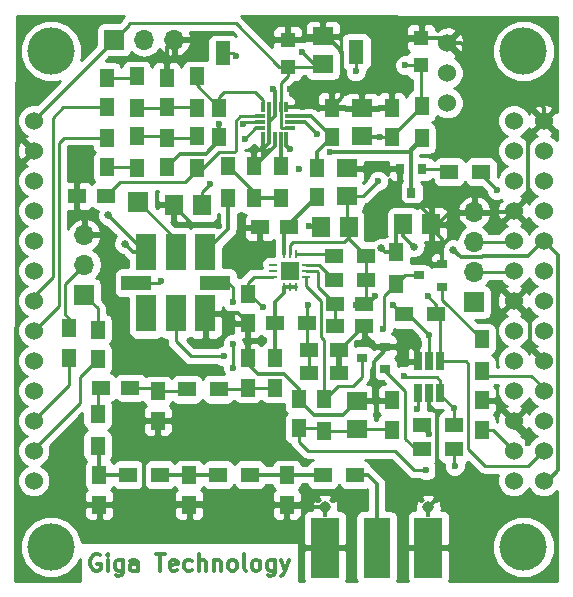
<source format=gtl>
G04 #@! TF.FileFunction,Copper,L1,Top,Signal*
%FSLAX46Y46*%
G04 Gerber Fmt 4.6, Leading zero omitted, Abs format (unit mm)*
G04 Created by KiCad (PCBNEW 4.0.7-e2-6376~61~ubuntu18.04.1) date Fri Jul  6 09:43:53 2018*
%MOMM*%
%LPD*%
G01*
G04 APERTURE LIST*
%ADD10C,0.100000*%
%ADD11C,0.300000*%
%ADD12R,1.800000X1.550000*%
%ADD13R,1.500000X1.250000*%
%ADD14R,1.250000X1.500000*%
%ADD15R,1.550000X1.800000*%
%ADD16R,1.700000X1.700000*%
%ADD17O,1.700000X1.700000*%
%ADD18R,2.290000X5.080000*%
%ADD19R,2.420000X5.080000*%
%ADD20C,0.970000*%
%ADD21R,0.460000X0.890000*%
%ADD22R,1.500000X1.300000*%
%ADD23R,1.300000X1.500000*%
%ADD24R,0.900000X0.800000*%
%ADD25R,0.800000X0.900000*%
%ADD26R,1.300000X1.300000*%
%ADD27R,1.300000X2.000000*%
%ADD28R,0.813000X0.305000*%
%ADD29R,0.305000X0.813000*%
%ADD30R,0.250000X0.700000*%
%ADD31R,0.700000X0.250000*%
%ADD32R,1.650000X1.650000*%
%ADD33R,1.700000X3.150000*%
%ADD34R,2.500000X1.300000*%
%ADD35R,2.550000X1.300000*%
%ADD36C,4.000000*%
%ADD37C,1.524000*%
%ADD38R,0.650000X1.560000*%
%ADD39C,0.600000*%
%ADD40C,0.650000*%
%ADD41C,0.250000*%
%ADD42C,0.360000*%
%ADD43C,0.254000*%
G04 APERTURE END LIST*
D10*
D11*
X155628332Y-102678000D02*
X155494998Y-102611333D01*
X155294998Y-102611333D01*
X155094998Y-102678000D01*
X154961665Y-102811333D01*
X154894998Y-102944667D01*
X154828332Y-103211333D01*
X154828332Y-103411333D01*
X154894998Y-103678000D01*
X154961665Y-103811333D01*
X155094998Y-103944667D01*
X155294998Y-104011333D01*
X155428332Y-104011333D01*
X155628332Y-103944667D01*
X155694998Y-103878000D01*
X155694998Y-103411333D01*
X155428332Y-103411333D01*
X156294998Y-104011333D02*
X156294998Y-103078000D01*
X156294998Y-102611333D02*
X156228332Y-102678000D01*
X156294998Y-102744667D01*
X156361665Y-102678000D01*
X156294998Y-102611333D01*
X156294998Y-102744667D01*
X157561665Y-103078000D02*
X157561665Y-104211333D01*
X157494999Y-104344667D01*
X157428332Y-104411333D01*
X157294999Y-104478000D01*
X157094999Y-104478000D01*
X156961665Y-104411333D01*
X157561665Y-103944667D02*
X157428332Y-104011333D01*
X157161665Y-104011333D01*
X157028332Y-103944667D01*
X156961665Y-103878000D01*
X156894999Y-103744667D01*
X156894999Y-103344667D01*
X156961665Y-103211333D01*
X157028332Y-103144667D01*
X157161665Y-103078000D01*
X157428332Y-103078000D01*
X157561665Y-103144667D01*
X158828332Y-104011333D02*
X158828332Y-103278000D01*
X158761666Y-103144667D01*
X158628332Y-103078000D01*
X158361666Y-103078000D01*
X158228332Y-103144667D01*
X158828332Y-103944667D02*
X158694999Y-104011333D01*
X158361666Y-104011333D01*
X158228332Y-103944667D01*
X158161666Y-103811333D01*
X158161666Y-103678000D01*
X158228332Y-103544667D01*
X158361666Y-103478000D01*
X158694999Y-103478000D01*
X158828332Y-103411333D01*
X160361666Y-102611333D02*
X161161666Y-102611333D01*
X160761666Y-104011333D02*
X160761666Y-102611333D01*
X162161667Y-103944667D02*
X162028333Y-104011333D01*
X161761667Y-104011333D01*
X161628333Y-103944667D01*
X161561667Y-103811333D01*
X161561667Y-103278000D01*
X161628333Y-103144667D01*
X161761667Y-103078000D01*
X162028333Y-103078000D01*
X162161667Y-103144667D01*
X162228333Y-103278000D01*
X162228333Y-103411333D01*
X161561667Y-103544667D01*
X163428333Y-103944667D02*
X163295000Y-104011333D01*
X163028333Y-104011333D01*
X162895000Y-103944667D01*
X162828333Y-103878000D01*
X162761667Y-103744667D01*
X162761667Y-103344667D01*
X162828333Y-103211333D01*
X162895000Y-103144667D01*
X163028333Y-103078000D01*
X163295000Y-103078000D01*
X163428333Y-103144667D01*
X164028333Y-104011333D02*
X164028333Y-102611333D01*
X164628333Y-104011333D02*
X164628333Y-103278000D01*
X164561667Y-103144667D01*
X164428333Y-103078000D01*
X164228333Y-103078000D01*
X164095000Y-103144667D01*
X164028333Y-103211333D01*
X165295000Y-103078000D02*
X165295000Y-104011333D01*
X165295000Y-103211333D02*
X165361667Y-103144667D01*
X165495000Y-103078000D01*
X165695000Y-103078000D01*
X165828334Y-103144667D01*
X165895000Y-103278000D01*
X165895000Y-104011333D01*
X166761667Y-104011333D02*
X166628334Y-103944667D01*
X166561667Y-103878000D01*
X166495001Y-103744667D01*
X166495001Y-103344667D01*
X166561667Y-103211333D01*
X166628334Y-103144667D01*
X166761667Y-103078000D01*
X166961667Y-103078000D01*
X167095001Y-103144667D01*
X167161667Y-103211333D01*
X167228334Y-103344667D01*
X167228334Y-103744667D01*
X167161667Y-103878000D01*
X167095001Y-103944667D01*
X166961667Y-104011333D01*
X166761667Y-104011333D01*
X168028334Y-104011333D02*
X167895001Y-103944667D01*
X167828334Y-103811333D01*
X167828334Y-102611333D01*
X168761667Y-104011333D02*
X168628334Y-103944667D01*
X168561667Y-103878000D01*
X168495001Y-103744667D01*
X168495001Y-103344667D01*
X168561667Y-103211333D01*
X168628334Y-103144667D01*
X168761667Y-103078000D01*
X168961667Y-103078000D01*
X169095001Y-103144667D01*
X169161667Y-103211333D01*
X169228334Y-103344667D01*
X169228334Y-103744667D01*
X169161667Y-103878000D01*
X169095001Y-103944667D01*
X168961667Y-104011333D01*
X168761667Y-104011333D01*
X170428334Y-103078000D02*
X170428334Y-104211333D01*
X170361668Y-104344667D01*
X170295001Y-104411333D01*
X170161668Y-104478000D01*
X169961668Y-104478000D01*
X169828334Y-104411333D01*
X170428334Y-103944667D02*
X170295001Y-104011333D01*
X170028334Y-104011333D01*
X169895001Y-103944667D01*
X169828334Y-103878000D01*
X169761668Y-103744667D01*
X169761668Y-103344667D01*
X169828334Y-103211333D01*
X169895001Y-103144667D01*
X170028334Y-103078000D01*
X170295001Y-103078000D01*
X170428334Y-103144667D01*
X170961668Y-103078000D02*
X171295001Y-104011333D01*
X171628335Y-103078000D02*
X171295001Y-104011333D01*
X171161668Y-104344667D01*
X171095001Y-104411333D01*
X170961668Y-104478000D01*
D12*
X177419000Y-91980000D03*
X177419000Y-89630000D03*
X176530000Y-72295000D03*
X176530000Y-69945000D03*
X174498000Y-61119000D03*
X174498000Y-58769000D03*
D13*
X178034000Y-83312000D03*
X175534000Y-83312000D03*
D14*
X156210000Y-67330000D03*
X156210000Y-69830000D03*
X161290000Y-67330000D03*
X161290000Y-69830000D03*
D13*
X156190000Y-72263000D03*
X153690000Y-72263000D03*
D14*
X156210000Y-64750000D03*
X156210000Y-62250000D03*
D13*
X175875000Y-85344000D03*
X173375000Y-85344000D03*
X173375000Y-87249000D03*
X175875000Y-87249000D03*
D14*
X161290000Y-64750000D03*
X161290000Y-62250000D03*
X165735000Y-64790000D03*
X165735000Y-67290000D03*
D15*
X176689000Y-74930000D03*
X174339000Y-74930000D03*
D14*
X180340000Y-64790000D03*
X180340000Y-67290000D03*
D12*
X177800000Y-67215000D03*
X177800000Y-64865000D03*
D14*
X172466000Y-89428000D03*
X172466000Y-91928000D03*
D15*
X181324000Y-74676000D03*
X183674000Y-74676000D03*
D13*
X169184000Y-74930000D03*
X171684000Y-74930000D03*
D14*
X170434000Y-88499000D03*
X170434000Y-85999000D03*
D15*
X164243000Y-73025000D03*
X161893000Y-73025000D03*
D14*
X168148000Y-83038000D03*
X168148000Y-80538000D03*
X160528000Y-91293000D03*
X160528000Y-88793000D03*
X153035000Y-83459000D03*
X153035000Y-85959000D03*
X175260000Y-64790000D03*
X175260000Y-67290000D03*
X155448000Y-83586000D03*
X155448000Y-86086000D03*
D13*
X155722000Y-88519000D03*
X158222000Y-88519000D03*
D14*
X187960000Y-89555000D03*
X187960000Y-92055000D03*
X180340000Y-92055000D03*
X180340000Y-89555000D03*
X155575000Y-98405000D03*
X155575000Y-95905000D03*
X163195000Y-98405000D03*
X163195000Y-95905000D03*
X171450000Y-98405000D03*
X171450000Y-95905000D03*
D16*
X156845000Y-59055000D03*
D17*
X159385000Y-59055000D03*
X161925000Y-59055000D03*
D16*
X158877000Y-72771000D03*
X154305000Y-80645000D03*
D17*
X154305000Y-78105000D03*
X154305000Y-75565000D03*
D16*
X187325000Y-81280000D03*
D17*
X187325000Y-78740000D03*
X187325000Y-76200000D03*
X187325000Y-73660000D03*
D18*
X179070000Y-102050000D03*
D19*
X174690000Y-102050000D03*
X183450000Y-102050000D03*
D20*
X174690000Y-98610000D03*
X183450000Y-98610000D03*
D21*
X174690000Y-99060000D03*
X183450000Y-99060000D03*
D13*
X178034000Y-81407000D03*
X175534000Y-81407000D03*
D22*
X173181000Y-83058000D03*
X170481000Y-83058000D03*
D14*
X173990000Y-72370000D03*
X173990000Y-69870000D03*
D22*
X165688000Y-88646000D03*
X162988000Y-88646000D03*
D14*
X168148000Y-88499000D03*
X168148000Y-85999000D03*
D23*
X155448000Y-93425000D03*
X155448000Y-90725000D03*
D22*
X160735000Y-95885000D03*
X158035000Y-95885000D03*
X168355000Y-95885000D03*
X165655000Y-95885000D03*
X177245000Y-95885000D03*
X174545000Y-95885000D03*
D24*
X179816000Y-86929000D03*
X179816000Y-85029000D03*
X177816000Y-85979000D03*
X184642000Y-79944000D03*
X184642000Y-78044000D03*
X182642000Y-78994000D03*
D25*
X182941000Y-69993000D03*
X181041000Y-69993000D03*
X181991000Y-71993000D03*
D23*
X174625000Y-89455000D03*
X174625000Y-92155000D03*
X158750000Y-67230000D03*
X158750000Y-69930000D03*
X163830000Y-69930000D03*
X163830000Y-67230000D03*
D22*
X175434000Y-79375000D03*
X178134000Y-79375000D03*
D23*
X158750000Y-64850000D03*
X158750000Y-62150000D03*
X163830000Y-62150000D03*
X163830000Y-64850000D03*
X180721000Y-79709000D03*
X180721000Y-77009000D03*
X187960000Y-87075000D03*
X187960000Y-84375000D03*
X170942000Y-69770000D03*
X170942000Y-72470000D03*
D22*
X175434000Y-77343000D03*
X178134000Y-77343000D03*
D23*
X168656000Y-69770000D03*
X168656000Y-72470000D03*
X166497000Y-69770000D03*
X166497000Y-72470000D03*
X182880000Y-64690000D03*
X182880000Y-67390000D03*
D22*
X187913000Y-70231000D03*
X185213000Y-70231000D03*
X182927000Y-91694000D03*
X185627000Y-91694000D03*
X181403000Y-82296000D03*
X184103000Y-82296000D03*
D26*
X182836000Y-61221000D03*
D27*
X177336000Y-60071000D03*
D26*
X182836000Y-58921000D03*
X171533000Y-61348000D03*
D27*
X166033000Y-60198000D03*
D26*
X171533000Y-59048000D03*
D28*
X169159000Y-65540000D03*
D29*
X171434000Y-64765000D03*
D28*
X171709000Y-66540000D03*
D29*
X169434000Y-67315000D03*
X169934000Y-67315000D03*
X170434000Y-67315000D03*
X170934000Y-67315000D03*
X171434000Y-67315000D03*
D28*
X171709000Y-66040000D03*
X171709000Y-65540000D03*
D29*
X170934000Y-64765000D03*
X170434000Y-64765000D03*
X169934000Y-64765000D03*
X169434000Y-64765000D03*
D28*
X169159000Y-66040000D03*
X169159000Y-66540000D03*
D30*
X172204000Y-77213000D03*
X171704000Y-77213000D03*
X171204000Y-77213000D03*
D31*
X170304000Y-78113000D03*
X170304000Y-78613000D03*
X170304000Y-79113000D03*
D30*
X171204000Y-80013000D03*
X171704000Y-80013000D03*
X172204000Y-80013000D03*
D31*
X173104000Y-79113000D03*
X173104000Y-78613000D03*
X173104000Y-78113000D03*
D32*
X171704000Y-78613000D03*
D33*
X159552000Y-82229000D03*
X162052000Y-82229000D03*
X164552000Y-82229000D03*
X164552000Y-77029000D03*
X162052000Y-77029000D03*
X159552000Y-77029000D03*
D34*
X158702000Y-79629000D03*
D35*
X165402000Y-79629000D03*
D36*
X191501100Y-60003600D03*
D37*
X150041100Y-65903600D03*
X150041100Y-68443600D03*
X150041100Y-70983600D03*
X150041100Y-73523600D03*
X150041100Y-76063600D03*
X150041100Y-78603600D03*
X150041100Y-81143600D03*
X150041100Y-83683600D03*
X150041100Y-86223600D03*
X150041100Y-88763600D03*
X150041100Y-91303600D03*
X150041100Y-93843600D03*
X150041100Y-96383600D03*
X193221100Y-96383600D03*
X190681100Y-96383600D03*
X193221100Y-93843600D03*
X190681100Y-93843600D03*
X193221100Y-91303600D03*
X190681100Y-91303600D03*
X193221100Y-88763600D03*
X190681100Y-88763600D03*
X193221100Y-86223600D03*
X190681100Y-86223600D03*
X193221100Y-83683600D03*
X190681100Y-83683600D03*
X193221100Y-81143600D03*
X190681100Y-81143600D03*
X193221100Y-78603600D03*
X190681100Y-78603600D03*
X193221100Y-76063600D03*
X190681100Y-76063600D03*
X193221100Y-73523600D03*
X190681100Y-73523600D03*
X193221100Y-70983600D03*
X190681100Y-70983600D03*
X193221100Y-68443600D03*
X190681100Y-68443600D03*
X193221100Y-65903600D03*
X190681100Y-65903600D03*
X185061100Y-59323600D03*
X185061100Y-61863600D03*
X185061100Y-64403600D03*
D36*
X151501100Y-60003600D03*
X151501100Y-102003600D03*
X191501100Y-102003600D03*
D38*
X182565000Y-88980000D03*
X183515000Y-88980000D03*
X184465000Y-88980000D03*
X184465000Y-86280000D03*
X182565000Y-86280000D03*
X183515000Y-86280000D03*
D22*
X182927000Y-93726000D03*
X185627000Y-93726000D03*
D39*
X178943000Y-73406000D03*
X178943000Y-75057000D03*
X166878000Y-77597000D03*
X168783000Y-77597000D03*
X157099000Y-86741000D03*
X165608000Y-86868000D03*
X163703000Y-86868000D03*
X160147000Y-86741000D03*
X180467000Y-81534000D03*
X183515000Y-92456000D03*
X164973000Y-71247000D03*
X177292000Y-81534000D03*
X173228000Y-81534000D03*
X179324000Y-67310000D03*
X179197000Y-70993000D03*
X183261000Y-95504000D03*
X178943000Y-80772000D03*
X183515000Y-84074000D03*
X181483000Y-61214000D03*
X172720000Y-60071000D03*
X172466000Y-69977000D03*
X162433000Y-90551000D03*
X158877000Y-90424000D03*
X157353000Y-90424000D03*
X157353000Y-93853000D03*
X160401000Y-93853000D03*
X162433000Y-93853000D03*
X165227000Y-93853000D03*
X168021000Y-93853000D03*
X170561000Y-93726000D03*
X170561000Y-90551000D03*
X168021000Y-90551000D03*
X165100000Y-90551000D03*
X153162000Y-92202000D03*
X153162000Y-95250000D03*
X153162000Y-98425000D03*
X157861000Y-98425000D03*
X160718500Y-98234500D03*
X165735000Y-98425000D03*
X169311000Y-98405000D03*
X179070000Y-89555000D03*
X170307000Y-63246000D03*
X171704000Y-63246000D03*
X191897000Y-93218000D03*
X173355000Y-74803000D03*
X165735000Y-66167000D03*
X171704000Y-68326000D03*
X172847000Y-64765000D03*
X169418000Y-68326000D03*
X167767000Y-74803000D03*
X165735000Y-74803000D03*
X162052000Y-74676000D03*
X153543000Y-68961000D03*
D40*
X157734000Y-76327000D03*
X179451000Y-76708000D03*
X156337000Y-73914000D03*
X185547000Y-76835000D03*
X182245000Y-76581000D03*
D39*
X169418000Y-81661000D03*
X182499000Y-90297000D03*
X185674000Y-95123000D03*
X179578000Y-83566000D03*
X166116000Y-85852000D03*
X173990000Y-67056000D03*
X175133000Y-68580000D03*
X189230000Y-71755000D03*
X166941500Y-86804500D03*
X166878000Y-81280000D03*
X166878000Y-84836000D03*
X181356000Y-87503000D03*
X185627000Y-90250000D03*
X160782000Y-79502000D03*
X183388000Y-80772000D03*
X167894000Y-67437000D03*
X177292000Y-61722000D03*
X167767000Y-66167000D03*
X167132000Y-60452000D03*
D11*
X178943000Y-73406000D02*
X178943000Y-75057000D01*
X166878000Y-77597000D02*
X168783000Y-77597000D01*
X165608000Y-86868000D02*
X163703000Y-86868000D01*
X160147000Y-86741000D02*
X157099000Y-86741000D01*
D41*
X180467000Y-81534000D02*
X181229000Y-82296000D01*
X181229000Y-82296000D02*
X181403000Y-82296000D01*
X183515000Y-92456000D02*
X182927000Y-91868000D01*
X182927000Y-91868000D02*
X182927000Y-91694000D01*
X164243000Y-73025000D02*
X164243000Y-71977000D01*
X164243000Y-71977000D02*
X164973000Y-71247000D01*
X173181000Y-83058000D02*
X173181000Y-81581000D01*
X177292000Y-81534000D02*
X177419000Y-81407000D01*
X173181000Y-81581000D02*
X173228000Y-81534000D01*
X177419000Y-81407000D02*
X178034000Y-81407000D01*
X176530000Y-72295000D02*
X177895000Y-72295000D01*
X179229000Y-67215000D02*
X177800000Y-67215000D01*
X179324000Y-67310000D02*
X179229000Y-67215000D01*
X177895000Y-72295000D02*
X179197000Y-70993000D01*
X172466000Y-91928000D02*
X172466000Y-93091000D01*
X173228000Y-93853000D02*
X180594000Y-93853000D01*
X172466000Y-93091000D02*
X173228000Y-93853000D01*
X182245000Y-95504000D02*
X183261000Y-95504000D01*
X180594000Y-93853000D02*
X182245000Y-95504000D01*
X178943000Y-80772000D02*
X178308000Y-81407000D01*
X178308000Y-81407000D02*
X178034000Y-81407000D01*
X183515000Y-84074000D02*
X181737000Y-82296000D01*
X181737000Y-82296000D02*
X181403000Y-82296000D01*
X171704000Y-77213000D02*
X171704000Y-76454000D01*
X176276000Y-76200000D02*
X176689000Y-75787000D01*
X171958000Y-76200000D02*
X176276000Y-76200000D01*
X171704000Y-76454000D02*
X171958000Y-76200000D01*
X176689000Y-75787000D02*
X176689000Y-74930000D01*
X174498000Y-61119000D02*
X173768000Y-61119000D01*
X173768000Y-61119000D02*
X172720000Y-60071000D01*
X181490000Y-61221000D02*
X182836000Y-61221000D01*
X181483000Y-61214000D02*
X181490000Y-61221000D01*
X180340000Y-67290000D02*
X180340000Y-67230000D01*
X180340000Y-67230000D02*
X182880000Y-64690000D01*
X180340000Y-67290000D02*
X177875000Y-67290000D01*
X177875000Y-67290000D02*
X177800000Y-67215000D01*
X171533000Y-61348000D02*
X171533000Y-62147000D01*
X170934000Y-62746000D02*
X170934000Y-64765000D01*
X171533000Y-62147000D02*
X170934000Y-62746000D01*
X187960000Y-92055000D02*
X188892500Y-92055000D01*
X188892500Y-92055000D02*
X190681100Y-93843600D01*
X173181000Y-83058000D02*
X173181000Y-85150000D01*
X173181000Y-85150000D02*
X173375000Y-85344000D01*
X173375000Y-85344000D02*
X173375000Y-87249000D01*
X172466000Y-91928000D02*
X174398000Y-91928000D01*
X174398000Y-91928000D02*
X174625000Y-92155000D01*
X174625000Y-92155000D02*
X177244000Y-92155000D01*
X177244000Y-92155000D02*
X177419000Y-91980000D01*
X177419000Y-91980000D02*
X180265000Y-91980000D01*
X180265000Y-91980000D02*
X180340000Y-92055000D01*
X178134000Y-79375000D02*
X178134000Y-81307000D01*
X178134000Y-81307000D02*
X178034000Y-81407000D01*
X176530000Y-72295000D02*
X176530000Y-74771000D01*
X176530000Y-74771000D02*
X176689000Y-74930000D01*
X176689000Y-74930000D02*
X176689000Y-75898000D01*
X176689000Y-75898000D02*
X178134000Y-77343000D01*
X178134000Y-77343000D02*
X178134000Y-79375000D01*
X181403000Y-82296000D02*
X181737000Y-82296000D01*
X181737000Y-82296000D02*
X183515000Y-84074000D01*
X183515000Y-84074000D02*
X183515000Y-86280000D01*
X158115000Y-57658000D02*
X158115000Y-57785000D01*
X170822000Y-61348000D02*
X167132000Y-57658000D01*
X167132000Y-57658000D02*
X158115000Y-57658000D01*
X171533000Y-61348000D02*
X170822000Y-61348000D01*
X158115000Y-57785000D02*
X156845000Y-59055000D01*
X150041100Y-65903600D02*
X150041100Y-65858900D01*
X150041100Y-65858900D02*
X156845000Y-59055000D01*
X170934000Y-64765000D02*
X170934000Y-66540000D01*
X170934000Y-66540000D02*
X171709000Y-66540000D01*
X171533000Y-61348000D02*
X174269000Y-61348000D01*
X174269000Y-61348000D02*
X174498000Y-61119000D01*
X182836000Y-61221000D02*
X182836000Y-64646000D01*
X182836000Y-64646000D02*
X182880000Y-64690000D01*
D11*
X172466000Y-69977000D02*
X172466000Y-70104000D01*
X158877000Y-90424000D02*
X157353000Y-90424000D01*
X160401000Y-93853000D02*
X157353000Y-93853000D01*
X165227000Y-93853000D02*
X162433000Y-93853000D01*
X170434000Y-93853000D02*
X168021000Y-93853000D01*
X170561000Y-93726000D02*
X170434000Y-93853000D01*
X168021000Y-90551000D02*
X170561000Y-90551000D01*
X165100000Y-90551000D02*
X162433000Y-90551000D01*
X171450000Y-98405000D02*
X169311000Y-98405000D01*
X153162000Y-95250000D02*
X153162000Y-92202000D01*
X157861000Y-98425000D02*
X153162000Y-98425000D01*
X165544500Y-98234500D02*
X160718500Y-98234500D01*
X165735000Y-98425000D02*
X165544500Y-98234500D01*
X170434000Y-64765000D02*
X170434000Y-65532000D01*
X170434000Y-65532000D02*
X169934000Y-66032000D01*
X169934000Y-64765000D02*
X169934000Y-66032000D01*
X169934000Y-66032000D02*
X169934000Y-67315000D01*
X172847000Y-64765000D02*
X172847000Y-63754000D01*
X170434000Y-63373000D02*
X170434000Y-64765000D01*
X170307000Y-63246000D02*
X170434000Y-63373000D01*
X172339000Y-63246000D02*
X171704000Y-63246000D01*
X172847000Y-63754000D02*
X172339000Y-63246000D01*
X190681100Y-91303600D02*
X190681100Y-91748100D01*
X190681100Y-91748100D02*
X191897000Y-92964000D01*
X191897000Y-92964000D02*
X191897000Y-93218000D01*
X179816000Y-85029000D02*
X179816000Y-85360000D01*
X179816000Y-85360000D02*
X178816000Y-86360000D01*
X178816000Y-86360000D02*
X178816000Y-89555000D01*
X173482000Y-74930000D02*
X174339000Y-74930000D01*
X173355000Y-74803000D02*
X173482000Y-74930000D01*
X175875000Y-85344000D02*
X176002000Y-85344000D01*
X176002000Y-85344000D02*
X178034000Y-83312000D01*
X190681100Y-81143600D02*
X190681100Y-81461100D01*
X190681100Y-81461100D02*
X192024000Y-82804000D01*
X192024000Y-82804000D02*
X192024000Y-85026500D01*
X192024000Y-85026500D02*
X193221100Y-86223600D01*
X165735000Y-67290000D02*
X165735000Y-66167000D01*
X171434000Y-67315000D02*
X171434000Y-68056000D01*
X171434000Y-68056000D02*
X171704000Y-68326000D01*
X169418000Y-68326000D02*
X169434000Y-68310000D01*
X169434000Y-68310000D02*
X169434000Y-67315000D01*
X193221100Y-65903600D02*
X193176400Y-65903600D01*
X193176400Y-65903600D02*
X191897000Y-67183000D01*
X191897000Y-72307700D02*
X190681100Y-73523600D01*
X191897000Y-67183000D02*
X191897000Y-72307700D01*
X185061100Y-59323600D02*
X186196600Y-59323600D01*
X193221100Y-64824100D02*
X193221100Y-65903600D01*
X192659000Y-64262000D02*
X193221100Y-64824100D01*
X191135000Y-64262000D02*
X192659000Y-64262000D01*
X186196600Y-59323600D02*
X191135000Y-64262000D01*
X161893000Y-73025000D02*
X161893000Y-73120000D01*
X161893000Y-73120000D02*
X163576000Y-74803000D01*
X167894000Y-74930000D02*
X169184000Y-74930000D01*
X167767000Y-74803000D02*
X167894000Y-74930000D01*
X163576000Y-74803000D02*
X165735000Y-74803000D01*
X165735000Y-67290000D02*
X165735000Y-67564000D01*
X165735000Y-67564000D02*
X164592000Y-68707000D01*
X164592000Y-68707000D02*
X162413000Y-68707000D01*
X162413000Y-68707000D02*
X161290000Y-69830000D01*
X164552000Y-82229000D02*
X167339000Y-82229000D01*
X167339000Y-82229000D02*
X168148000Y-83038000D01*
X161893000Y-74517000D02*
X161893000Y-73025000D01*
X162052000Y-74676000D02*
X161893000Y-74517000D01*
X153690000Y-69108000D02*
X153690000Y-72263000D01*
X153543000Y-68961000D02*
X153690000Y-69108000D01*
X174498000Y-58769000D02*
X174847000Y-58769000D01*
X174847000Y-58769000D02*
X176149000Y-60071000D01*
X176149000Y-63901000D02*
X175260000Y-64790000D01*
X176149000Y-60071000D02*
X176149000Y-63901000D01*
X160528000Y-91293000D02*
X160528000Y-93726000D01*
X159385000Y-96901000D02*
X160889000Y-98405000D01*
X159385000Y-94869000D02*
X159385000Y-96901000D01*
X160528000Y-93726000D02*
X159385000Y-94869000D01*
X163195000Y-98405000D02*
X160889000Y-98405000D01*
X160889000Y-98405000D02*
X155575000Y-98405000D01*
X171450000Y-98405000D02*
X163195000Y-98405000D01*
X174690000Y-98610000D02*
X171655000Y-98610000D01*
X171655000Y-98610000D02*
X171450000Y-98405000D01*
X187960000Y-89555000D02*
X188932500Y-89555000D01*
X188932500Y-89555000D02*
X190681100Y-91303600D01*
X172466000Y-89428000D02*
X172466000Y-88646000D01*
X169037000Y-87376000D02*
X168148000Y-86487000D01*
X171196000Y-87376000D02*
X169037000Y-87376000D01*
X172466000Y-88646000D02*
X171196000Y-87376000D01*
X168148000Y-86487000D02*
X168148000Y-85999000D01*
X183515000Y-88980000D02*
X183515000Y-90043000D01*
X184150000Y-97910000D02*
X183450000Y-98610000D01*
X184150000Y-90678000D02*
X184150000Y-97910000D01*
X183515000Y-90043000D02*
X184150000Y-90678000D01*
X187325000Y-73660000D02*
X190544700Y-73660000D01*
X190544700Y-73660000D02*
X190681100Y-73523600D01*
X183674000Y-74676000D02*
X184277000Y-74676000D01*
X184277000Y-74676000D02*
X185293000Y-73660000D01*
X185293000Y-73660000D02*
X187325000Y-73660000D01*
X183674000Y-74676000D02*
X183674000Y-74962000D01*
X183674000Y-74962000D02*
X184642000Y-75930000D01*
X184642000Y-75930000D02*
X184642000Y-78044000D01*
X154305000Y-75565000D02*
X154305000Y-74422000D01*
X153690000Y-73807000D02*
X153690000Y-72263000D01*
X154305000Y-74422000D02*
X153690000Y-73807000D01*
X161290000Y-62250000D02*
X161290000Y-59690000D01*
X161290000Y-59690000D02*
X161925000Y-59055000D01*
X168148000Y-83038000D02*
X168148000Y-85999000D01*
X172466000Y-89428000D02*
X172466000Y-89535000D01*
X172466000Y-89535000D02*
X173736000Y-90805000D01*
X173736000Y-90805000D02*
X176244000Y-90805000D01*
X176244000Y-90805000D02*
X177419000Y-89630000D01*
X180340000Y-89555000D02*
X179070000Y-89555000D01*
X179070000Y-89555000D02*
X178816000Y-89555000D01*
X178816000Y-89555000D02*
X177494000Y-89555000D01*
X177494000Y-89555000D02*
X177419000Y-89630000D01*
X175875000Y-85344000D02*
X175875000Y-87249000D01*
X179816000Y-85029000D02*
X182057000Y-85029000D01*
X182057000Y-85029000D02*
X182565000Y-85537000D01*
X182565000Y-85537000D02*
X182565000Y-86280000D01*
X179816000Y-85029000D02*
X179136000Y-85029000D01*
X179136000Y-85029000D02*
X178034000Y-83927000D01*
X178034000Y-83927000D02*
X178034000Y-83312000D01*
X175260000Y-64790000D02*
X177725000Y-64790000D01*
X177725000Y-64790000D02*
X177800000Y-64865000D01*
X180340000Y-64790000D02*
X177875000Y-64790000D01*
X177875000Y-64790000D02*
X177800000Y-64865000D01*
X170434000Y-67315000D02*
X170434000Y-68072000D01*
X170434000Y-68072000D02*
X168736000Y-69770000D01*
X168736000Y-69770000D02*
X168656000Y-69770000D01*
X169934000Y-67315000D02*
X169934000Y-67810000D01*
X169418000Y-68326000D02*
X169434000Y-68326000D01*
X169434000Y-68310000D02*
X169418000Y-68326000D01*
X169934000Y-67810000D02*
X169434000Y-68310000D01*
X169434000Y-67315000D02*
X169434000Y-68326000D01*
X169434000Y-68326000D02*
X169434000Y-68992000D01*
X169434000Y-68992000D02*
X168656000Y-69770000D01*
X183674000Y-74676000D02*
X183674000Y-74073000D01*
X183674000Y-74073000D02*
X182626000Y-73025000D01*
X182626000Y-73025000D02*
X181483000Y-73025000D01*
X181483000Y-73025000D02*
X181041000Y-72583000D01*
X181041000Y-72583000D02*
X181041000Y-69993000D01*
X176530000Y-69945000D02*
X180993000Y-69945000D01*
X180993000Y-69945000D02*
X181041000Y-69993000D01*
X171434000Y-64765000D02*
X172847000Y-64765000D01*
X172847000Y-64765000D02*
X175235000Y-64765000D01*
X175235000Y-64765000D02*
X175260000Y-64790000D01*
X171533000Y-59048000D02*
X174219000Y-59048000D01*
X174219000Y-59048000D02*
X174498000Y-58769000D01*
X181483000Y-58801000D02*
X182716000Y-58801000D01*
X182716000Y-58801000D02*
X182836000Y-58921000D01*
X180340000Y-64790000D02*
X180340000Y-59944000D01*
X180340000Y-59944000D02*
X181483000Y-58801000D01*
X181483000Y-58801000D02*
X181356000Y-58928000D01*
X182836000Y-58921000D02*
X184658500Y-58921000D01*
X184658500Y-58921000D02*
X185061100Y-59323600D01*
D41*
X175534000Y-81407000D02*
X175534000Y-83312000D01*
X173104000Y-78613000D02*
X173990000Y-78613000D01*
X174117000Y-79990000D02*
X175534000Y-81407000D01*
X174117000Y-78740000D02*
X174117000Y-79990000D01*
X173990000Y-78613000D02*
X174117000Y-78740000D01*
X156210000Y-67330000D02*
X152634000Y-67330000D01*
X152146000Y-81578700D02*
X150041100Y-83683600D01*
X152146000Y-67818000D02*
X152146000Y-81578700D01*
X152634000Y-67330000D02*
X152146000Y-67818000D01*
X156210000Y-69830000D02*
X158650000Y-69830000D01*
X158650000Y-69830000D02*
X158750000Y-69930000D01*
X161290000Y-67330000D02*
X163730000Y-67330000D01*
X163730000Y-67330000D02*
X163830000Y-67230000D01*
X158750000Y-67230000D02*
X161190000Y-67230000D01*
X161190000Y-67230000D02*
X161290000Y-67330000D01*
X167005000Y-68580000D02*
X165735000Y-68580000D01*
X169159000Y-65540000D02*
X167505000Y-65540000D01*
X167132000Y-65913000D02*
X167505000Y-65540000D01*
X167132000Y-68453000D02*
X167132000Y-65913000D01*
X167005000Y-68580000D02*
X167132000Y-68453000D01*
X165735000Y-68580000D02*
X164385000Y-69930000D01*
X164385000Y-69930000D02*
X163830000Y-69930000D01*
X163830000Y-69930000D02*
X163830000Y-70104000D01*
X163830000Y-70104000D02*
X162814000Y-71120000D01*
X157333000Y-71120000D02*
X156190000Y-72263000D01*
X162814000Y-71120000D02*
X157333000Y-71120000D01*
X163830000Y-69930000D02*
X163830000Y-69215000D01*
X150041100Y-81143600D02*
X150041100Y-80717900D01*
X150041100Y-80717900D02*
X151638000Y-79121000D01*
X151638000Y-79121000D02*
X151638000Y-65659000D01*
X151638000Y-65659000D02*
X152547000Y-64750000D01*
X152547000Y-64750000D02*
X156210000Y-64750000D01*
X156210000Y-62250000D02*
X158650000Y-62250000D01*
X158650000Y-62250000D02*
X158750000Y-62150000D01*
X161290000Y-64750000D02*
X163730000Y-64750000D01*
X163730000Y-64750000D02*
X163830000Y-64850000D01*
X158750000Y-64850000D02*
X161190000Y-64850000D01*
X161190000Y-64850000D02*
X161290000Y-64750000D01*
X169434000Y-64765000D02*
X169434000Y-64151000D01*
X165735000Y-63881000D02*
X165735000Y-64790000D01*
X166116000Y-63500000D02*
X165735000Y-63881000D01*
X168783000Y-63500000D02*
X166116000Y-63500000D01*
X169434000Y-64151000D02*
X168783000Y-63500000D01*
X163830000Y-62150000D02*
X163830000Y-62885000D01*
X163830000Y-62885000D02*
X165735000Y-64790000D01*
D11*
X193221100Y-96383600D02*
X193557400Y-96383600D01*
X193557400Y-96383600D02*
X194437000Y-95504000D01*
X194437000Y-95504000D02*
X194437000Y-77279500D01*
X194437000Y-77279500D02*
X193221100Y-76063600D01*
X180721000Y-77009000D02*
X179752000Y-77009000D01*
X158436000Y-77029000D02*
X159552000Y-77029000D01*
X157734000Y-76327000D02*
X158436000Y-77029000D01*
X179752000Y-77009000D02*
X179451000Y-76708000D01*
X156337000Y-73914000D02*
X159452000Y-77029000D01*
X159452000Y-77029000D02*
X159552000Y-77029000D01*
X193221100Y-76063600D02*
X193176400Y-76063600D01*
X193176400Y-76063600D02*
X191897000Y-77343000D01*
X191897000Y-77343000D02*
X188087000Y-77343000D01*
X188087000Y-77343000D02*
X187960000Y-77470000D01*
X187960000Y-77470000D02*
X186182000Y-77470000D01*
X186182000Y-77470000D02*
X185547000Y-76835000D01*
X182245000Y-76581000D02*
X181324000Y-75660000D01*
X181324000Y-75660000D02*
X181324000Y-74676000D01*
X180721000Y-77009000D02*
X180721000Y-75279000D01*
X180721000Y-75279000D02*
X181324000Y-74676000D01*
D42*
X171684000Y-74930000D02*
X171684000Y-74676000D01*
X171684000Y-74676000D02*
X173990000Y-72370000D01*
X171204000Y-77213000D02*
X171204000Y-75410000D01*
X171204000Y-75410000D02*
X171684000Y-74930000D01*
D41*
X168148000Y-88499000D02*
X170434000Y-88499000D01*
X165688000Y-88646000D02*
X168001000Y-88646000D01*
X168001000Y-88646000D02*
X168148000Y-88499000D01*
D42*
X171704000Y-80013000D02*
X172204000Y-80013000D01*
X172204000Y-80013000D02*
X171204000Y-80013000D01*
X171204000Y-80013000D02*
X171204000Y-80510000D01*
X170481000Y-81233000D02*
X170481000Y-83058000D01*
X171204000Y-80510000D02*
X170481000Y-81233000D01*
X170434000Y-85999000D02*
X170434000Y-83105000D01*
X170434000Y-83105000D02*
X170481000Y-83058000D01*
D41*
X182565000Y-88980000D02*
X182565000Y-90231000D01*
X169418000Y-81661000D02*
X168295000Y-80538000D01*
X182565000Y-90231000D02*
X182499000Y-90297000D01*
X168295000Y-80538000D02*
X168148000Y-80538000D01*
X168148000Y-80538000D02*
X168148000Y-79629000D01*
X168664000Y-79113000D02*
X170304000Y-79113000D01*
X168148000Y-79629000D02*
X168664000Y-79113000D01*
X160528000Y-88793000D02*
X162841000Y-88793000D01*
X162841000Y-88793000D02*
X162988000Y-88646000D01*
X158222000Y-88519000D02*
X160254000Y-88519000D01*
X160254000Y-88519000D02*
X160528000Y-88793000D01*
X153035000Y-83459000D02*
X153035000Y-82677000D01*
X152654000Y-79756000D02*
X154305000Y-78105000D01*
X152654000Y-82296000D02*
X152654000Y-79756000D01*
X153035000Y-82677000D02*
X152654000Y-82296000D01*
X150041100Y-91303600D02*
X150041100Y-91258900D01*
X150041100Y-91258900D02*
X153035000Y-88265000D01*
X153035000Y-88265000D02*
X153035000Y-85959000D01*
D11*
X171709000Y-65540000D02*
X173510000Y-65540000D01*
X173510000Y-65540000D02*
X175260000Y-67290000D01*
X173990000Y-69870000D02*
X173990000Y-68560000D01*
X173990000Y-68560000D02*
X175260000Y-67290000D01*
D41*
X155448000Y-83586000D02*
X155448000Y-81788000D01*
X155448000Y-81788000D02*
X154305000Y-80645000D01*
X150041100Y-93843600D02*
X150041100Y-93671900D01*
X150041100Y-93671900D02*
X153924000Y-89789000D01*
X153924000Y-89789000D02*
X153924000Y-87610000D01*
X153924000Y-87610000D02*
X155448000Y-86086000D01*
X155448000Y-90725000D02*
X155448000Y-88793000D01*
X155448000Y-88793000D02*
X155722000Y-88519000D01*
D42*
X155575000Y-95905000D02*
X155575000Y-93552000D01*
X155575000Y-93552000D02*
X155448000Y-93425000D01*
X158035000Y-95885000D02*
X155595000Y-95885000D01*
X155595000Y-95885000D02*
X155575000Y-95905000D01*
X163195000Y-95905000D02*
X160755000Y-95905000D01*
X160755000Y-95905000D02*
X160735000Y-95885000D01*
X165655000Y-95885000D02*
X163215000Y-95885000D01*
X163215000Y-95885000D02*
X163195000Y-95905000D01*
X171450000Y-95905000D02*
X168375000Y-95905000D01*
X168375000Y-95905000D02*
X168355000Y-95885000D01*
X174545000Y-95885000D02*
X171470000Y-95885000D01*
X171470000Y-95885000D02*
X171450000Y-95905000D01*
D41*
X162052000Y-77029000D02*
X162052000Y-75946000D01*
X162052000Y-75946000D02*
X158877000Y-72771000D01*
X187325000Y-78740000D02*
X190544700Y-78740000D01*
X190544700Y-78740000D02*
X190681100Y-78603600D01*
X187325000Y-76200000D02*
X190544700Y-76200000D01*
X190544700Y-76200000D02*
X190681100Y-76063600D01*
D42*
X177245000Y-95885000D02*
X178308000Y-95885000D01*
X179070000Y-96647000D02*
X179070000Y-102050000D01*
X178308000Y-95885000D02*
X179070000Y-96647000D01*
D41*
X185674000Y-95123000D02*
X185627000Y-95076000D01*
X185627000Y-95076000D02*
X185627000Y-93726000D01*
X174625000Y-89455000D02*
X174625000Y-84455000D01*
X173104000Y-79886000D02*
X173104000Y-79113000D01*
X174371000Y-81153000D02*
X173104000Y-79886000D01*
X174371000Y-84201000D02*
X174371000Y-81153000D01*
X174625000Y-84455000D02*
X174371000Y-84201000D01*
X174625000Y-89455000D02*
X174705000Y-89455000D01*
X174705000Y-89455000D02*
X175768000Y-88392000D01*
X175768000Y-88392000D02*
X177038000Y-88392000D01*
X177038000Y-88392000D02*
X177816000Y-87614000D01*
X177816000Y-87614000D02*
X177816000Y-85979000D01*
X184642000Y-79944000D02*
X184642000Y-81057000D01*
X184642000Y-81057000D02*
X187960000Y-84375000D01*
X162052000Y-82229000D02*
X162052000Y-84582000D01*
X179705000Y-80725000D02*
X180721000Y-79709000D01*
X179705000Y-83439000D02*
X179705000Y-80725000D01*
X179578000Y-83566000D02*
X179705000Y-83439000D01*
X163322000Y-85852000D02*
X166116000Y-85852000D01*
X162052000Y-84582000D02*
X163322000Y-85852000D01*
X182642000Y-78994000D02*
X181436000Y-78994000D01*
X181436000Y-78994000D02*
X180721000Y-79709000D01*
X182941000Y-69993000D02*
X184975000Y-69993000D01*
X184975000Y-69993000D02*
X185213000Y-70231000D01*
D11*
X182880000Y-67390000D02*
X182880000Y-67564000D01*
X182880000Y-67564000D02*
X181864000Y-68580000D01*
X172974000Y-66040000D02*
X171709000Y-66040000D01*
X173990000Y-67056000D02*
X172974000Y-66040000D01*
X181864000Y-68580000D02*
X175133000Y-68580000D01*
X181991000Y-71993000D02*
X181991000Y-68279000D01*
X181991000Y-68279000D02*
X182880000Y-67390000D01*
D41*
X173104000Y-78113000D02*
X174172000Y-78113000D01*
X174172000Y-78113000D02*
X175434000Y-79375000D01*
X193221100Y-88763600D02*
X193221100Y-88573100D01*
X193221100Y-88573100D02*
X192151000Y-87503000D01*
X192151000Y-87503000D02*
X188388000Y-87503000D01*
X188388000Y-87503000D02*
X187960000Y-87075000D01*
D11*
X170934000Y-67315000D02*
X170934000Y-69762000D01*
X170934000Y-69762000D02*
X170942000Y-69770000D01*
D42*
X168656000Y-72470000D02*
X168656000Y-71929000D01*
X168656000Y-71929000D02*
X166497000Y-69770000D01*
X170942000Y-72470000D02*
X168656000Y-72470000D01*
D41*
X172204000Y-77213000D02*
X175304000Y-77213000D01*
X175304000Y-77213000D02*
X175434000Y-77343000D01*
D42*
X166497000Y-72470000D02*
X166497000Y-75084000D01*
X166497000Y-75084000D02*
X164552000Y-77029000D01*
D41*
X189230000Y-71755000D02*
X187913000Y-70438000D01*
X187913000Y-70438000D02*
X187913000Y-70231000D01*
X166878000Y-80010000D02*
X166497000Y-79629000D01*
X166878000Y-81280000D02*
X166878000Y-80010000D01*
X166878000Y-86741000D02*
X166878000Y-84836000D01*
X166941500Y-86804500D02*
X166878000Y-86741000D01*
X166497000Y-79629000D02*
X165402000Y-79629000D01*
X181356000Y-87503000D02*
X181483000Y-87630000D01*
X181483000Y-87630000D02*
X184150000Y-87630000D01*
X184150000Y-87630000D02*
X184465000Y-87945000D01*
X184465000Y-88980000D02*
X184465000Y-87945000D01*
X185627000Y-91694000D02*
X185627000Y-90250000D01*
X184465000Y-88980000D02*
X184465000Y-89088000D01*
X184465000Y-89088000D02*
X185627000Y-90250000D01*
X184103000Y-82296000D02*
X184103000Y-81487000D01*
X160655000Y-79629000D02*
X158702000Y-79629000D01*
X160782000Y-79502000D02*
X160655000Y-79629000D01*
X184103000Y-81487000D02*
X183388000Y-80772000D01*
X193221100Y-93843600D02*
X193176400Y-93843600D01*
X193176400Y-93843600D02*
X191897000Y-95123000D01*
X186610000Y-86280000D02*
X184465000Y-86280000D01*
X186817000Y-86487000D02*
X186610000Y-86280000D01*
X186817000Y-93726000D02*
X186817000Y-86487000D01*
X188214000Y-95123000D02*
X186817000Y-93726000D01*
X191897000Y-95123000D02*
X188214000Y-95123000D01*
X184465000Y-86280000D02*
X184465000Y-82658000D01*
X184465000Y-82658000D02*
X184103000Y-82296000D01*
X168791000Y-66540000D02*
X167894000Y-67437000D01*
X177336000Y-61678000D02*
X177336000Y-60071000D01*
X177292000Y-61722000D02*
X177336000Y-61678000D01*
X177228500Y-60178500D02*
X177336000Y-60071000D01*
X168791000Y-66540000D02*
X169159000Y-66540000D01*
X166033000Y-60198000D02*
X166878000Y-60198000D01*
X167894000Y-66040000D02*
X169159000Y-66040000D01*
X167767000Y-66167000D02*
X167894000Y-66040000D01*
X166878000Y-60198000D02*
X167132000Y-60452000D01*
X182927000Y-93726000D02*
X182372000Y-93726000D01*
X182372000Y-93726000D02*
X181483000Y-92837000D01*
X181483000Y-92837000D02*
X181483000Y-88773000D01*
X181483000Y-88773000D02*
X179816000Y-87106000D01*
X179816000Y-87106000D02*
X179816000Y-86929000D01*
D43*
G36*
X181707599Y-96041401D02*
X181954161Y-96206148D01*
X182245000Y-96264000D01*
X182698537Y-96264000D01*
X182730673Y-96296192D01*
X183074201Y-96438838D01*
X183446167Y-96439162D01*
X183789943Y-96297117D01*
X184053192Y-96034327D01*
X184195838Y-95690799D01*
X184196162Y-95318833D01*
X184054117Y-94975057D01*
X184001151Y-94921999D01*
X184128441Y-94840090D01*
X184273431Y-94627890D01*
X184276081Y-94614803D01*
X184412910Y-94827441D01*
X184625110Y-94972431D01*
X184739110Y-94995517D01*
X184738838Y-95308167D01*
X184880883Y-95651943D01*
X185143673Y-95915192D01*
X185487201Y-96057838D01*
X185859167Y-96058162D01*
X186202943Y-95916117D01*
X186466192Y-95653327D01*
X186608838Y-95309799D01*
X186609125Y-94979763D01*
X186612317Y-94979162D01*
X186828441Y-94840090D01*
X186839745Y-94823547D01*
X187676599Y-95660401D01*
X187923160Y-95825148D01*
X188214000Y-95883000D01*
X189376318Y-95883000D01*
X189284343Y-96104500D01*
X189283858Y-96660261D01*
X189496090Y-97173903D01*
X189888730Y-97567229D01*
X190402000Y-97780357D01*
X190957761Y-97780842D01*
X191471403Y-97568610D01*
X191864729Y-97175970D01*
X191951049Y-96968088D01*
X192036090Y-97173903D01*
X192428730Y-97567229D01*
X192942000Y-97780357D01*
X193497761Y-97780842D01*
X194011403Y-97568610D01*
X194310000Y-97270534D01*
X194310000Y-104902000D01*
X185218084Y-104902000D01*
X185295000Y-104716309D01*
X185295000Y-102525434D01*
X188865643Y-102525434D01*
X189265953Y-103494258D01*
X190006543Y-104236142D01*
X190974667Y-104638142D01*
X192022934Y-104639057D01*
X192991758Y-104238747D01*
X193733642Y-103498157D01*
X194135642Y-102530033D01*
X194136557Y-101481766D01*
X193736247Y-100512942D01*
X192995657Y-99771058D01*
X192027533Y-99369058D01*
X190979266Y-99368143D01*
X190010442Y-99768453D01*
X189268558Y-100509043D01*
X188866558Y-101477167D01*
X188865643Y-102525434D01*
X185295000Y-102525434D01*
X185295000Y-102335750D01*
X185136250Y-102177000D01*
X183577000Y-102177000D01*
X183577000Y-102197000D01*
X183323000Y-102197000D01*
X183323000Y-102177000D01*
X181763750Y-102177000D01*
X181605000Y-102335750D01*
X181605000Y-104716309D01*
X181681916Y-104902000D01*
X180770360Y-104902000D01*
X180811431Y-104841890D01*
X180862440Y-104590000D01*
X180862440Y-99510000D01*
X180838674Y-99383691D01*
X181605000Y-99383691D01*
X181605000Y-101764250D01*
X181763750Y-101923000D01*
X183323000Y-101923000D01*
X183323000Y-101903000D01*
X183577000Y-101903000D01*
X183577000Y-101923000D01*
X185136250Y-101923000D01*
X185295000Y-101764250D01*
X185295000Y-99383691D01*
X185198327Y-99150302D01*
X185019699Y-98971673D01*
X184786310Y-98875000D01*
X184542129Y-98875000D01*
X184583149Y-98751436D01*
X184551018Y-98307032D01*
X184442768Y-98045692D01*
X184229200Y-98010405D01*
X184101315Y-98138290D01*
X184039699Y-98076673D01*
X183872838Y-98007557D01*
X184049595Y-97830800D01*
X184014308Y-97617232D01*
X183591436Y-97476851D01*
X183147032Y-97508982D01*
X182885692Y-97617232D01*
X182850405Y-97830800D01*
X183027162Y-98007557D01*
X182860301Y-98076673D01*
X182798685Y-98138290D01*
X182670800Y-98010405D01*
X182457232Y-98045692D01*
X182316851Y-98468564D01*
X182346237Y-98875000D01*
X182113690Y-98875000D01*
X181880301Y-98971673D01*
X181701673Y-99150302D01*
X181605000Y-99383691D01*
X180838674Y-99383691D01*
X180818162Y-99274683D01*
X180679090Y-99058559D01*
X180466890Y-98913569D01*
X180215000Y-98862560D01*
X179885000Y-98862560D01*
X179885000Y-96647000D01*
X179822962Y-96335113D01*
X179646292Y-96070708D01*
X178884292Y-95308708D01*
X178623524Y-95134468D01*
X178598162Y-94999683D01*
X178459090Y-94783559D01*
X178246890Y-94638569D01*
X178120626Y-94613000D01*
X180279198Y-94613000D01*
X181707599Y-96041401D01*
X181707599Y-96041401D01*
G37*
X181707599Y-96041401D02*
X181954161Y-96206148D01*
X182245000Y-96264000D01*
X182698537Y-96264000D01*
X182730673Y-96296192D01*
X183074201Y-96438838D01*
X183446167Y-96439162D01*
X183789943Y-96297117D01*
X184053192Y-96034327D01*
X184195838Y-95690799D01*
X184196162Y-95318833D01*
X184054117Y-94975057D01*
X184001151Y-94921999D01*
X184128441Y-94840090D01*
X184273431Y-94627890D01*
X184276081Y-94614803D01*
X184412910Y-94827441D01*
X184625110Y-94972431D01*
X184739110Y-94995517D01*
X184738838Y-95308167D01*
X184880883Y-95651943D01*
X185143673Y-95915192D01*
X185487201Y-96057838D01*
X185859167Y-96058162D01*
X186202943Y-95916117D01*
X186466192Y-95653327D01*
X186608838Y-95309799D01*
X186609125Y-94979763D01*
X186612317Y-94979162D01*
X186828441Y-94840090D01*
X186839745Y-94823547D01*
X187676599Y-95660401D01*
X187923160Y-95825148D01*
X188214000Y-95883000D01*
X189376318Y-95883000D01*
X189284343Y-96104500D01*
X189283858Y-96660261D01*
X189496090Y-97173903D01*
X189888730Y-97567229D01*
X190402000Y-97780357D01*
X190957761Y-97780842D01*
X191471403Y-97568610D01*
X191864729Y-97175970D01*
X191951049Y-96968088D01*
X192036090Y-97173903D01*
X192428730Y-97567229D01*
X192942000Y-97780357D01*
X193497761Y-97780842D01*
X194011403Y-97568610D01*
X194310000Y-97270534D01*
X194310000Y-104902000D01*
X185218084Y-104902000D01*
X185295000Y-104716309D01*
X185295000Y-102525434D01*
X188865643Y-102525434D01*
X189265953Y-103494258D01*
X190006543Y-104236142D01*
X190974667Y-104638142D01*
X192022934Y-104639057D01*
X192991758Y-104238747D01*
X193733642Y-103498157D01*
X194135642Y-102530033D01*
X194136557Y-101481766D01*
X193736247Y-100512942D01*
X192995657Y-99771058D01*
X192027533Y-99369058D01*
X190979266Y-99368143D01*
X190010442Y-99768453D01*
X189268558Y-100509043D01*
X188866558Y-101477167D01*
X188865643Y-102525434D01*
X185295000Y-102525434D01*
X185295000Y-102335750D01*
X185136250Y-102177000D01*
X183577000Y-102177000D01*
X183577000Y-102197000D01*
X183323000Y-102197000D01*
X183323000Y-102177000D01*
X181763750Y-102177000D01*
X181605000Y-102335750D01*
X181605000Y-104716309D01*
X181681916Y-104902000D01*
X180770360Y-104902000D01*
X180811431Y-104841890D01*
X180862440Y-104590000D01*
X180862440Y-99510000D01*
X180838674Y-99383691D01*
X181605000Y-99383691D01*
X181605000Y-101764250D01*
X181763750Y-101923000D01*
X183323000Y-101923000D01*
X183323000Y-101903000D01*
X183577000Y-101903000D01*
X183577000Y-101923000D01*
X185136250Y-101923000D01*
X185295000Y-101764250D01*
X185295000Y-99383691D01*
X185198327Y-99150302D01*
X185019699Y-98971673D01*
X184786310Y-98875000D01*
X184542129Y-98875000D01*
X184583149Y-98751436D01*
X184551018Y-98307032D01*
X184442768Y-98045692D01*
X184229200Y-98010405D01*
X184101315Y-98138290D01*
X184039699Y-98076673D01*
X183872838Y-98007557D01*
X184049595Y-97830800D01*
X184014308Y-97617232D01*
X183591436Y-97476851D01*
X183147032Y-97508982D01*
X182885692Y-97617232D01*
X182850405Y-97830800D01*
X183027162Y-98007557D01*
X182860301Y-98076673D01*
X182798685Y-98138290D01*
X182670800Y-98010405D01*
X182457232Y-98045692D01*
X182316851Y-98468564D01*
X182346237Y-98875000D01*
X182113690Y-98875000D01*
X181880301Y-98971673D01*
X181701673Y-99150302D01*
X181605000Y-99383691D01*
X180838674Y-99383691D01*
X180818162Y-99274683D01*
X180679090Y-99058559D01*
X180466890Y-98913569D01*
X180215000Y-98862560D01*
X179885000Y-98862560D01*
X179885000Y-96647000D01*
X179822962Y-96335113D01*
X179646292Y-96070708D01*
X178884292Y-95308708D01*
X178623524Y-95134468D01*
X178598162Y-94999683D01*
X178459090Y-94783559D01*
X178246890Y-94638569D01*
X178120626Y-94613000D01*
X180279198Y-94613000D01*
X181707599Y-96041401D01*
G36*
X157685536Y-57048478D02*
X157577599Y-57120599D01*
X157412852Y-57367161D01*
X157401632Y-57423566D01*
X157267638Y-57557560D01*
X155995000Y-57557560D01*
X155759683Y-57601838D01*
X155543559Y-57740910D01*
X155398569Y-57953110D01*
X155347560Y-58205000D01*
X155347560Y-59477638D01*
X154022366Y-60802832D01*
X154135642Y-60530033D01*
X154136557Y-59481766D01*
X153736247Y-58512942D01*
X152995657Y-57771058D01*
X152027533Y-57369058D01*
X150979266Y-57368143D01*
X150010442Y-57768453D01*
X149268558Y-58509043D01*
X148866558Y-59477167D01*
X148865643Y-60525434D01*
X149265953Y-61494258D01*
X150006543Y-62236142D01*
X150974667Y-62638142D01*
X152022934Y-62639057D01*
X152301061Y-62524137D01*
X150318357Y-64506841D01*
X149764439Y-64506358D01*
X149250797Y-64718590D01*
X148857471Y-65111230D01*
X148644343Y-65624500D01*
X148643858Y-66180261D01*
X148856090Y-66693903D01*
X149248730Y-67087229D01*
X149440827Y-67166995D01*
X149309957Y-67221203D01*
X149240492Y-67463387D01*
X150041100Y-68263995D01*
X150055243Y-68249853D01*
X150234848Y-68429458D01*
X150220705Y-68443600D01*
X150234848Y-68457743D01*
X150055243Y-68637348D01*
X150041100Y-68623205D01*
X149240492Y-69423813D01*
X149309957Y-69665997D01*
X149450418Y-69716109D01*
X149250797Y-69798590D01*
X148857471Y-70191230D01*
X148644343Y-70704500D01*
X148643858Y-71260261D01*
X148856090Y-71773903D01*
X149248730Y-72167229D01*
X149456612Y-72253549D01*
X149250797Y-72338590D01*
X148857471Y-72731230D01*
X148644343Y-73244500D01*
X148643858Y-73800261D01*
X148856090Y-74313903D01*
X149248730Y-74707229D01*
X149456612Y-74793549D01*
X149250797Y-74878590D01*
X148857471Y-75271230D01*
X148644343Y-75784500D01*
X148643858Y-76340261D01*
X148856090Y-76853903D01*
X149248730Y-77247229D01*
X149456612Y-77333549D01*
X149250797Y-77418590D01*
X148857471Y-77811230D01*
X148644343Y-78324500D01*
X148643858Y-78880261D01*
X148856090Y-79393903D01*
X149248730Y-79787229D01*
X149456612Y-79873549D01*
X149250797Y-79958590D01*
X148857471Y-80351230D01*
X148644343Y-80864500D01*
X148643858Y-81420261D01*
X148856090Y-81933903D01*
X149248730Y-82327229D01*
X149456612Y-82413549D01*
X149250797Y-82498590D01*
X148857471Y-82891230D01*
X148644343Y-83404500D01*
X148643858Y-83960261D01*
X148856090Y-84473903D01*
X149248730Y-84867229D01*
X149456612Y-84953549D01*
X149250797Y-85038590D01*
X148857471Y-85431230D01*
X148644343Y-85944500D01*
X148643858Y-86500261D01*
X148856090Y-87013903D01*
X149248730Y-87407229D01*
X149456612Y-87493549D01*
X149250797Y-87578590D01*
X148857471Y-87971230D01*
X148644343Y-88484500D01*
X148643858Y-89040261D01*
X148856090Y-89553903D01*
X149248730Y-89947229D01*
X149456612Y-90033549D01*
X149250797Y-90118590D01*
X148857471Y-90511230D01*
X148644343Y-91024500D01*
X148643858Y-91580261D01*
X148856090Y-92093903D01*
X149248730Y-92487229D01*
X149456612Y-92573549D01*
X149250797Y-92658590D01*
X148857471Y-93051230D01*
X148644343Y-93564500D01*
X148643858Y-94120261D01*
X148856090Y-94633903D01*
X149248730Y-95027229D01*
X149456612Y-95113549D01*
X149250797Y-95198590D01*
X148857471Y-95591230D01*
X148644343Y-96104500D01*
X148643858Y-96660261D01*
X148856090Y-97173903D01*
X149248730Y-97567229D01*
X149762000Y-97780357D01*
X150317761Y-97780842D01*
X150831403Y-97568610D01*
X151224729Y-97175970D01*
X151437857Y-96662700D01*
X151438342Y-96106939D01*
X151226110Y-95593297D01*
X150833470Y-95199971D01*
X150625588Y-95113651D01*
X150831403Y-95028610D01*
X151224729Y-94635970D01*
X151437857Y-94122700D01*
X151438342Y-93566939D01*
X151374755Y-93413047D01*
X154150560Y-90637242D01*
X154150560Y-91475000D01*
X154194838Y-91710317D01*
X154333910Y-91926441D01*
X154546110Y-92071431D01*
X154559197Y-92074081D01*
X154346559Y-92210910D01*
X154201569Y-92423110D01*
X154150560Y-92675000D01*
X154150560Y-94175000D01*
X154194838Y-94410317D01*
X154333910Y-94626441D01*
X154476186Y-94723654D01*
X154353569Y-94903110D01*
X154302560Y-95155000D01*
X154302560Y-96655000D01*
X154346838Y-96890317D01*
X154485910Y-97106441D01*
X154554006Y-97152969D01*
X154411673Y-97295302D01*
X154315000Y-97528691D01*
X154315000Y-98119250D01*
X154473750Y-98278000D01*
X155448000Y-98278000D01*
X155448000Y-98258000D01*
X155702000Y-98258000D01*
X155702000Y-98278000D01*
X156676250Y-98278000D01*
X156835000Y-98119250D01*
X156835000Y-97528691D01*
X156738327Y-97295302D01*
X156597090Y-97154064D01*
X156651441Y-97119090D01*
X156782675Y-96927022D01*
X156820910Y-96986441D01*
X157033110Y-97131431D01*
X157285000Y-97182440D01*
X158785000Y-97182440D01*
X159020317Y-97138162D01*
X159236441Y-96999090D01*
X159381431Y-96786890D01*
X159384081Y-96773803D01*
X159520910Y-96986441D01*
X159733110Y-97131431D01*
X159985000Y-97182440D01*
X161485000Y-97182440D01*
X161720317Y-97138162D01*
X161936441Y-96999090D01*
X161988142Y-96923424D01*
X162105910Y-97106441D01*
X162174006Y-97152969D01*
X162031673Y-97295302D01*
X161935000Y-97528691D01*
X161935000Y-98119250D01*
X162093750Y-98278000D01*
X163068000Y-98278000D01*
X163068000Y-98258000D01*
X163322000Y-98258000D01*
X163322000Y-98278000D01*
X164296250Y-98278000D01*
X164455000Y-98119250D01*
X164455000Y-97528691D01*
X164358327Y-97295302D01*
X164217090Y-97154064D01*
X164271441Y-97119090D01*
X164402675Y-96927022D01*
X164440910Y-96986441D01*
X164653110Y-97131431D01*
X164905000Y-97182440D01*
X166405000Y-97182440D01*
X166640317Y-97138162D01*
X166856441Y-96999090D01*
X167001431Y-96786890D01*
X167004081Y-96773803D01*
X167140910Y-96986441D01*
X167353110Y-97131431D01*
X167605000Y-97182440D01*
X169105000Y-97182440D01*
X169340317Y-97138162D01*
X169556441Y-96999090D01*
X169701431Y-96786890D01*
X169714977Y-96720000D01*
X170189791Y-96720000D01*
X170221838Y-96890317D01*
X170360910Y-97106441D01*
X170429006Y-97152969D01*
X170286673Y-97295302D01*
X170190000Y-97528691D01*
X170190000Y-98119250D01*
X170348750Y-98278000D01*
X171323000Y-98278000D01*
X171323000Y-98258000D01*
X171577000Y-98258000D01*
X171577000Y-98278000D01*
X172551250Y-98278000D01*
X172710000Y-98119250D01*
X172710000Y-97528691D01*
X172613327Y-97295302D01*
X172472090Y-97154064D01*
X172526441Y-97119090D01*
X172671431Y-96906890D01*
X172713327Y-96700000D01*
X173178607Y-96700000D01*
X173191838Y-96770317D01*
X173330910Y-96986441D01*
X173543110Y-97131431D01*
X173795000Y-97182440D01*
X175295000Y-97182440D01*
X175530317Y-97138162D01*
X175746441Y-96999090D01*
X175891431Y-96786890D01*
X175894081Y-96773803D01*
X176030910Y-96986441D01*
X176243110Y-97131431D01*
X176495000Y-97182440D01*
X177995000Y-97182440D01*
X178230317Y-97138162D01*
X178255000Y-97122279D01*
X178255000Y-98862560D01*
X177925000Y-98862560D01*
X177689683Y-98906838D01*
X177473559Y-99045910D01*
X177328569Y-99258110D01*
X177277560Y-99510000D01*
X177277560Y-104590000D01*
X177321838Y-104825317D01*
X177371182Y-104902000D01*
X176458084Y-104902000D01*
X176535000Y-104716309D01*
X176535000Y-102335750D01*
X176376250Y-102177000D01*
X174817000Y-102177000D01*
X174817000Y-102197000D01*
X174563000Y-102197000D01*
X174563000Y-102177000D01*
X173003750Y-102177000D01*
X172845000Y-102335750D01*
X172845000Y-104716309D01*
X172921916Y-104902000D01*
X172463335Y-104902000D01*
X172463335Y-101613000D01*
X154136442Y-101613000D01*
X154136557Y-101481766D01*
X153736247Y-100512942D01*
X152995657Y-99771058D01*
X152027533Y-99369058D01*
X150979266Y-99368143D01*
X150010442Y-99768453D01*
X149268558Y-100509043D01*
X148866558Y-101477167D01*
X148865643Y-102525434D01*
X149265953Y-103494258D01*
X150006543Y-104236142D01*
X150974667Y-104638142D01*
X152022934Y-104639057D01*
X152991758Y-104238747D01*
X153733642Y-103498157D01*
X153926665Y-103033306D01*
X153926665Y-104902000D01*
X148463337Y-104902000D01*
X148479768Y-98690750D01*
X154315000Y-98690750D01*
X154315000Y-99281309D01*
X154411673Y-99514698D01*
X154590301Y-99693327D01*
X154823690Y-99790000D01*
X155289250Y-99790000D01*
X155448000Y-99631250D01*
X155448000Y-98532000D01*
X155702000Y-98532000D01*
X155702000Y-99631250D01*
X155860750Y-99790000D01*
X156326310Y-99790000D01*
X156559699Y-99693327D01*
X156738327Y-99514698D01*
X156835000Y-99281309D01*
X156835000Y-98690750D01*
X161935000Y-98690750D01*
X161935000Y-99281309D01*
X162031673Y-99514698D01*
X162210301Y-99693327D01*
X162443690Y-99790000D01*
X162909250Y-99790000D01*
X163068000Y-99631250D01*
X163068000Y-98532000D01*
X163322000Y-98532000D01*
X163322000Y-99631250D01*
X163480750Y-99790000D01*
X163946310Y-99790000D01*
X164179699Y-99693327D01*
X164358327Y-99514698D01*
X164455000Y-99281309D01*
X164455000Y-98690750D01*
X170190000Y-98690750D01*
X170190000Y-99281309D01*
X170286673Y-99514698D01*
X170465301Y-99693327D01*
X170698690Y-99790000D01*
X171164250Y-99790000D01*
X171323000Y-99631250D01*
X171323000Y-98532000D01*
X171577000Y-98532000D01*
X171577000Y-99631250D01*
X171735750Y-99790000D01*
X172201310Y-99790000D01*
X172434699Y-99693327D01*
X172613327Y-99514698D01*
X172667591Y-99383691D01*
X172845000Y-99383691D01*
X172845000Y-101764250D01*
X173003750Y-101923000D01*
X174563000Y-101923000D01*
X174563000Y-101903000D01*
X174817000Y-101903000D01*
X174817000Y-101923000D01*
X176376250Y-101923000D01*
X176535000Y-101764250D01*
X176535000Y-99383691D01*
X176438327Y-99150302D01*
X176259699Y-98971673D01*
X176026310Y-98875000D01*
X175782129Y-98875000D01*
X175823149Y-98751436D01*
X175791018Y-98307032D01*
X175682768Y-98045692D01*
X175469200Y-98010405D01*
X175341315Y-98138290D01*
X175279699Y-98076673D01*
X175112838Y-98007557D01*
X175289595Y-97830800D01*
X175254308Y-97617232D01*
X174831436Y-97476851D01*
X174387032Y-97508982D01*
X174125692Y-97617232D01*
X174090405Y-97830800D01*
X174267162Y-98007557D01*
X174100301Y-98076673D01*
X174038685Y-98138290D01*
X173910800Y-98010405D01*
X173697232Y-98045692D01*
X173556851Y-98468564D01*
X173586237Y-98875000D01*
X173353690Y-98875000D01*
X173120301Y-98971673D01*
X172941673Y-99150302D01*
X172845000Y-99383691D01*
X172667591Y-99383691D01*
X172710000Y-99281309D01*
X172710000Y-98690750D01*
X172551250Y-98532000D01*
X171577000Y-98532000D01*
X171323000Y-98532000D01*
X170348750Y-98532000D01*
X170190000Y-98690750D01*
X164455000Y-98690750D01*
X164296250Y-98532000D01*
X163322000Y-98532000D01*
X163068000Y-98532000D01*
X162093750Y-98532000D01*
X161935000Y-98690750D01*
X156835000Y-98690750D01*
X156676250Y-98532000D01*
X155702000Y-98532000D01*
X155448000Y-98532000D01*
X154473750Y-98532000D01*
X154315000Y-98690750D01*
X148479768Y-98690750D01*
X148560337Y-68235902D01*
X148631956Y-68235902D01*
X148659738Y-68790968D01*
X148818703Y-69174743D01*
X149060887Y-69244208D01*
X149861495Y-68443600D01*
X149060887Y-67642992D01*
X148818703Y-67712457D01*
X148631956Y-68235902D01*
X148560337Y-68235902D01*
X148590000Y-57023352D01*
X157685536Y-57048478D01*
X157685536Y-57048478D01*
G37*
X157685536Y-57048478D02*
X157577599Y-57120599D01*
X157412852Y-57367161D01*
X157401632Y-57423566D01*
X157267638Y-57557560D01*
X155995000Y-57557560D01*
X155759683Y-57601838D01*
X155543559Y-57740910D01*
X155398569Y-57953110D01*
X155347560Y-58205000D01*
X155347560Y-59477638D01*
X154022366Y-60802832D01*
X154135642Y-60530033D01*
X154136557Y-59481766D01*
X153736247Y-58512942D01*
X152995657Y-57771058D01*
X152027533Y-57369058D01*
X150979266Y-57368143D01*
X150010442Y-57768453D01*
X149268558Y-58509043D01*
X148866558Y-59477167D01*
X148865643Y-60525434D01*
X149265953Y-61494258D01*
X150006543Y-62236142D01*
X150974667Y-62638142D01*
X152022934Y-62639057D01*
X152301061Y-62524137D01*
X150318357Y-64506841D01*
X149764439Y-64506358D01*
X149250797Y-64718590D01*
X148857471Y-65111230D01*
X148644343Y-65624500D01*
X148643858Y-66180261D01*
X148856090Y-66693903D01*
X149248730Y-67087229D01*
X149440827Y-67166995D01*
X149309957Y-67221203D01*
X149240492Y-67463387D01*
X150041100Y-68263995D01*
X150055243Y-68249853D01*
X150234848Y-68429458D01*
X150220705Y-68443600D01*
X150234848Y-68457743D01*
X150055243Y-68637348D01*
X150041100Y-68623205D01*
X149240492Y-69423813D01*
X149309957Y-69665997D01*
X149450418Y-69716109D01*
X149250797Y-69798590D01*
X148857471Y-70191230D01*
X148644343Y-70704500D01*
X148643858Y-71260261D01*
X148856090Y-71773903D01*
X149248730Y-72167229D01*
X149456612Y-72253549D01*
X149250797Y-72338590D01*
X148857471Y-72731230D01*
X148644343Y-73244500D01*
X148643858Y-73800261D01*
X148856090Y-74313903D01*
X149248730Y-74707229D01*
X149456612Y-74793549D01*
X149250797Y-74878590D01*
X148857471Y-75271230D01*
X148644343Y-75784500D01*
X148643858Y-76340261D01*
X148856090Y-76853903D01*
X149248730Y-77247229D01*
X149456612Y-77333549D01*
X149250797Y-77418590D01*
X148857471Y-77811230D01*
X148644343Y-78324500D01*
X148643858Y-78880261D01*
X148856090Y-79393903D01*
X149248730Y-79787229D01*
X149456612Y-79873549D01*
X149250797Y-79958590D01*
X148857471Y-80351230D01*
X148644343Y-80864500D01*
X148643858Y-81420261D01*
X148856090Y-81933903D01*
X149248730Y-82327229D01*
X149456612Y-82413549D01*
X149250797Y-82498590D01*
X148857471Y-82891230D01*
X148644343Y-83404500D01*
X148643858Y-83960261D01*
X148856090Y-84473903D01*
X149248730Y-84867229D01*
X149456612Y-84953549D01*
X149250797Y-85038590D01*
X148857471Y-85431230D01*
X148644343Y-85944500D01*
X148643858Y-86500261D01*
X148856090Y-87013903D01*
X149248730Y-87407229D01*
X149456612Y-87493549D01*
X149250797Y-87578590D01*
X148857471Y-87971230D01*
X148644343Y-88484500D01*
X148643858Y-89040261D01*
X148856090Y-89553903D01*
X149248730Y-89947229D01*
X149456612Y-90033549D01*
X149250797Y-90118590D01*
X148857471Y-90511230D01*
X148644343Y-91024500D01*
X148643858Y-91580261D01*
X148856090Y-92093903D01*
X149248730Y-92487229D01*
X149456612Y-92573549D01*
X149250797Y-92658590D01*
X148857471Y-93051230D01*
X148644343Y-93564500D01*
X148643858Y-94120261D01*
X148856090Y-94633903D01*
X149248730Y-95027229D01*
X149456612Y-95113549D01*
X149250797Y-95198590D01*
X148857471Y-95591230D01*
X148644343Y-96104500D01*
X148643858Y-96660261D01*
X148856090Y-97173903D01*
X149248730Y-97567229D01*
X149762000Y-97780357D01*
X150317761Y-97780842D01*
X150831403Y-97568610D01*
X151224729Y-97175970D01*
X151437857Y-96662700D01*
X151438342Y-96106939D01*
X151226110Y-95593297D01*
X150833470Y-95199971D01*
X150625588Y-95113651D01*
X150831403Y-95028610D01*
X151224729Y-94635970D01*
X151437857Y-94122700D01*
X151438342Y-93566939D01*
X151374755Y-93413047D01*
X154150560Y-90637242D01*
X154150560Y-91475000D01*
X154194838Y-91710317D01*
X154333910Y-91926441D01*
X154546110Y-92071431D01*
X154559197Y-92074081D01*
X154346559Y-92210910D01*
X154201569Y-92423110D01*
X154150560Y-92675000D01*
X154150560Y-94175000D01*
X154194838Y-94410317D01*
X154333910Y-94626441D01*
X154476186Y-94723654D01*
X154353569Y-94903110D01*
X154302560Y-95155000D01*
X154302560Y-96655000D01*
X154346838Y-96890317D01*
X154485910Y-97106441D01*
X154554006Y-97152969D01*
X154411673Y-97295302D01*
X154315000Y-97528691D01*
X154315000Y-98119250D01*
X154473750Y-98278000D01*
X155448000Y-98278000D01*
X155448000Y-98258000D01*
X155702000Y-98258000D01*
X155702000Y-98278000D01*
X156676250Y-98278000D01*
X156835000Y-98119250D01*
X156835000Y-97528691D01*
X156738327Y-97295302D01*
X156597090Y-97154064D01*
X156651441Y-97119090D01*
X156782675Y-96927022D01*
X156820910Y-96986441D01*
X157033110Y-97131431D01*
X157285000Y-97182440D01*
X158785000Y-97182440D01*
X159020317Y-97138162D01*
X159236441Y-96999090D01*
X159381431Y-96786890D01*
X159384081Y-96773803D01*
X159520910Y-96986441D01*
X159733110Y-97131431D01*
X159985000Y-97182440D01*
X161485000Y-97182440D01*
X161720317Y-97138162D01*
X161936441Y-96999090D01*
X161988142Y-96923424D01*
X162105910Y-97106441D01*
X162174006Y-97152969D01*
X162031673Y-97295302D01*
X161935000Y-97528691D01*
X161935000Y-98119250D01*
X162093750Y-98278000D01*
X163068000Y-98278000D01*
X163068000Y-98258000D01*
X163322000Y-98258000D01*
X163322000Y-98278000D01*
X164296250Y-98278000D01*
X164455000Y-98119250D01*
X164455000Y-97528691D01*
X164358327Y-97295302D01*
X164217090Y-97154064D01*
X164271441Y-97119090D01*
X164402675Y-96927022D01*
X164440910Y-96986441D01*
X164653110Y-97131431D01*
X164905000Y-97182440D01*
X166405000Y-97182440D01*
X166640317Y-97138162D01*
X166856441Y-96999090D01*
X167001431Y-96786890D01*
X167004081Y-96773803D01*
X167140910Y-96986441D01*
X167353110Y-97131431D01*
X167605000Y-97182440D01*
X169105000Y-97182440D01*
X169340317Y-97138162D01*
X169556441Y-96999090D01*
X169701431Y-96786890D01*
X169714977Y-96720000D01*
X170189791Y-96720000D01*
X170221838Y-96890317D01*
X170360910Y-97106441D01*
X170429006Y-97152969D01*
X170286673Y-97295302D01*
X170190000Y-97528691D01*
X170190000Y-98119250D01*
X170348750Y-98278000D01*
X171323000Y-98278000D01*
X171323000Y-98258000D01*
X171577000Y-98258000D01*
X171577000Y-98278000D01*
X172551250Y-98278000D01*
X172710000Y-98119250D01*
X172710000Y-97528691D01*
X172613327Y-97295302D01*
X172472090Y-97154064D01*
X172526441Y-97119090D01*
X172671431Y-96906890D01*
X172713327Y-96700000D01*
X173178607Y-96700000D01*
X173191838Y-96770317D01*
X173330910Y-96986441D01*
X173543110Y-97131431D01*
X173795000Y-97182440D01*
X175295000Y-97182440D01*
X175530317Y-97138162D01*
X175746441Y-96999090D01*
X175891431Y-96786890D01*
X175894081Y-96773803D01*
X176030910Y-96986441D01*
X176243110Y-97131431D01*
X176495000Y-97182440D01*
X177995000Y-97182440D01*
X178230317Y-97138162D01*
X178255000Y-97122279D01*
X178255000Y-98862560D01*
X177925000Y-98862560D01*
X177689683Y-98906838D01*
X177473559Y-99045910D01*
X177328569Y-99258110D01*
X177277560Y-99510000D01*
X177277560Y-104590000D01*
X177321838Y-104825317D01*
X177371182Y-104902000D01*
X176458084Y-104902000D01*
X176535000Y-104716309D01*
X176535000Y-102335750D01*
X176376250Y-102177000D01*
X174817000Y-102177000D01*
X174817000Y-102197000D01*
X174563000Y-102197000D01*
X174563000Y-102177000D01*
X173003750Y-102177000D01*
X172845000Y-102335750D01*
X172845000Y-104716309D01*
X172921916Y-104902000D01*
X172463335Y-104902000D01*
X172463335Y-101613000D01*
X154136442Y-101613000D01*
X154136557Y-101481766D01*
X153736247Y-100512942D01*
X152995657Y-99771058D01*
X152027533Y-99369058D01*
X150979266Y-99368143D01*
X150010442Y-99768453D01*
X149268558Y-100509043D01*
X148866558Y-101477167D01*
X148865643Y-102525434D01*
X149265953Y-103494258D01*
X150006543Y-104236142D01*
X150974667Y-104638142D01*
X152022934Y-104639057D01*
X152991758Y-104238747D01*
X153733642Y-103498157D01*
X153926665Y-103033306D01*
X153926665Y-104902000D01*
X148463337Y-104902000D01*
X148479768Y-98690750D01*
X154315000Y-98690750D01*
X154315000Y-99281309D01*
X154411673Y-99514698D01*
X154590301Y-99693327D01*
X154823690Y-99790000D01*
X155289250Y-99790000D01*
X155448000Y-99631250D01*
X155448000Y-98532000D01*
X155702000Y-98532000D01*
X155702000Y-99631250D01*
X155860750Y-99790000D01*
X156326310Y-99790000D01*
X156559699Y-99693327D01*
X156738327Y-99514698D01*
X156835000Y-99281309D01*
X156835000Y-98690750D01*
X161935000Y-98690750D01*
X161935000Y-99281309D01*
X162031673Y-99514698D01*
X162210301Y-99693327D01*
X162443690Y-99790000D01*
X162909250Y-99790000D01*
X163068000Y-99631250D01*
X163068000Y-98532000D01*
X163322000Y-98532000D01*
X163322000Y-99631250D01*
X163480750Y-99790000D01*
X163946310Y-99790000D01*
X164179699Y-99693327D01*
X164358327Y-99514698D01*
X164455000Y-99281309D01*
X164455000Y-98690750D01*
X170190000Y-98690750D01*
X170190000Y-99281309D01*
X170286673Y-99514698D01*
X170465301Y-99693327D01*
X170698690Y-99790000D01*
X171164250Y-99790000D01*
X171323000Y-99631250D01*
X171323000Y-98532000D01*
X171577000Y-98532000D01*
X171577000Y-99631250D01*
X171735750Y-99790000D01*
X172201310Y-99790000D01*
X172434699Y-99693327D01*
X172613327Y-99514698D01*
X172667591Y-99383691D01*
X172845000Y-99383691D01*
X172845000Y-101764250D01*
X173003750Y-101923000D01*
X174563000Y-101923000D01*
X174563000Y-101903000D01*
X174817000Y-101903000D01*
X174817000Y-101923000D01*
X176376250Y-101923000D01*
X176535000Y-101764250D01*
X176535000Y-99383691D01*
X176438327Y-99150302D01*
X176259699Y-98971673D01*
X176026310Y-98875000D01*
X175782129Y-98875000D01*
X175823149Y-98751436D01*
X175791018Y-98307032D01*
X175682768Y-98045692D01*
X175469200Y-98010405D01*
X175341315Y-98138290D01*
X175279699Y-98076673D01*
X175112838Y-98007557D01*
X175289595Y-97830800D01*
X175254308Y-97617232D01*
X174831436Y-97476851D01*
X174387032Y-97508982D01*
X174125692Y-97617232D01*
X174090405Y-97830800D01*
X174267162Y-98007557D01*
X174100301Y-98076673D01*
X174038685Y-98138290D01*
X173910800Y-98010405D01*
X173697232Y-98045692D01*
X173556851Y-98468564D01*
X173586237Y-98875000D01*
X173353690Y-98875000D01*
X173120301Y-98971673D01*
X172941673Y-99150302D01*
X172845000Y-99383691D01*
X172667591Y-99383691D01*
X172710000Y-99281309D01*
X172710000Y-98690750D01*
X172551250Y-98532000D01*
X171577000Y-98532000D01*
X171323000Y-98532000D01*
X170348750Y-98532000D01*
X170190000Y-98690750D01*
X164455000Y-98690750D01*
X164296250Y-98532000D01*
X163322000Y-98532000D01*
X163068000Y-98532000D01*
X162093750Y-98532000D01*
X161935000Y-98690750D01*
X156835000Y-98690750D01*
X156676250Y-98532000D01*
X155702000Y-98532000D01*
X155448000Y-98532000D01*
X154473750Y-98532000D01*
X154315000Y-98690750D01*
X148479768Y-98690750D01*
X148560337Y-68235902D01*
X148631956Y-68235902D01*
X148659738Y-68790968D01*
X148818703Y-69174743D01*
X149060887Y-69244208D01*
X149861495Y-68443600D01*
X149060887Y-67642992D01*
X148818703Y-67712457D01*
X148631956Y-68235902D01*
X148560337Y-68235902D01*
X148590000Y-57023352D01*
X157685536Y-57048478D01*
G36*
X164473910Y-89747441D02*
X164686110Y-89892431D01*
X164938000Y-89943440D01*
X166438000Y-89943440D01*
X166673317Y-89899162D01*
X166889441Y-89760090D01*
X166996484Y-89603428D01*
X167058910Y-89700441D01*
X167271110Y-89845431D01*
X167523000Y-89896440D01*
X168773000Y-89896440D01*
X169008317Y-89852162D01*
X169224441Y-89713090D01*
X169290674Y-89616155D01*
X169344910Y-89700441D01*
X169557110Y-89845431D01*
X169809000Y-89896440D01*
X171059000Y-89896440D01*
X171206000Y-89868780D01*
X171206000Y-90304309D01*
X171302673Y-90537698D01*
X171443910Y-90678936D01*
X171389559Y-90713910D01*
X171244569Y-90926110D01*
X171193560Y-91178000D01*
X171193560Y-92678000D01*
X171237838Y-92913317D01*
X171376910Y-93129441D01*
X171589110Y-93274431D01*
X171748925Y-93306794D01*
X171763852Y-93381839D01*
X171928599Y-93628401D01*
X172690599Y-94390401D01*
X172937161Y-94555148D01*
X173228000Y-94613000D01*
X173659798Y-94613000D01*
X173559683Y-94631838D01*
X173343559Y-94770910D01*
X173198569Y-94983110D01*
X173180973Y-95070000D01*
X172706446Y-95070000D01*
X172678162Y-94919683D01*
X172539090Y-94703559D01*
X172326890Y-94558569D01*
X172075000Y-94507560D01*
X170825000Y-94507560D01*
X170589683Y-94551838D01*
X170373559Y-94690910D01*
X170228569Y-94903110D01*
X170190723Y-95090000D01*
X169725156Y-95090000D01*
X169708162Y-94999683D01*
X169569090Y-94783559D01*
X169356890Y-94638569D01*
X169105000Y-94587560D01*
X167605000Y-94587560D01*
X167369683Y-94631838D01*
X167153559Y-94770910D01*
X167008569Y-94983110D01*
X167005919Y-94996197D01*
X166869090Y-94783559D01*
X166656890Y-94638569D01*
X166405000Y-94587560D01*
X164905000Y-94587560D01*
X164669683Y-94631838D01*
X164453559Y-94770910D01*
X164388603Y-94865977D01*
X164284090Y-94703559D01*
X164071890Y-94558569D01*
X163820000Y-94507560D01*
X162570000Y-94507560D01*
X162334683Y-94551838D01*
X162118559Y-94690910D01*
X162000580Y-94863577D01*
X161949090Y-94783559D01*
X161736890Y-94638569D01*
X161485000Y-94587560D01*
X159985000Y-94587560D01*
X159749683Y-94631838D01*
X159533559Y-94770910D01*
X159388569Y-94983110D01*
X159385919Y-94996197D01*
X159249090Y-94783559D01*
X159036890Y-94638569D01*
X158785000Y-94587560D01*
X157285000Y-94587560D01*
X157049683Y-94631838D01*
X156833559Y-94770910D01*
X156768603Y-94865977D01*
X156664090Y-94703559D01*
X156555900Y-94629636D01*
X156694431Y-94426890D01*
X156745440Y-94175000D01*
X156745440Y-92675000D01*
X156701162Y-92439683D01*
X156562090Y-92223559D01*
X156349890Y-92078569D01*
X156336803Y-92075919D01*
X156549441Y-91939090D01*
X156694431Y-91726890D01*
X156724430Y-91578750D01*
X159268000Y-91578750D01*
X159268000Y-92169309D01*
X159364673Y-92402698D01*
X159543301Y-92581327D01*
X159776690Y-92678000D01*
X160242250Y-92678000D01*
X160401000Y-92519250D01*
X160401000Y-91420000D01*
X160655000Y-91420000D01*
X160655000Y-92519250D01*
X160813750Y-92678000D01*
X161279310Y-92678000D01*
X161512699Y-92581327D01*
X161691327Y-92402698D01*
X161788000Y-92169309D01*
X161788000Y-91578750D01*
X161629250Y-91420000D01*
X160655000Y-91420000D01*
X160401000Y-91420000D01*
X159426750Y-91420000D01*
X159268000Y-91578750D01*
X156724430Y-91578750D01*
X156745440Y-91475000D01*
X156745440Y-89975000D01*
X156702732Y-89748025D01*
X156707317Y-89747162D01*
X156923441Y-89608090D01*
X156971134Y-89538289D01*
X157007910Y-89595441D01*
X157220110Y-89740431D01*
X157472000Y-89791440D01*
X158972000Y-89791440D01*
X159207317Y-89747162D01*
X159284616Y-89697421D01*
X159299838Y-89778317D01*
X159438910Y-89994441D01*
X159507006Y-90040969D01*
X159364673Y-90183302D01*
X159268000Y-90416691D01*
X159268000Y-91007250D01*
X159426750Y-91166000D01*
X160401000Y-91166000D01*
X160401000Y-91146000D01*
X160655000Y-91146000D01*
X160655000Y-91166000D01*
X161629250Y-91166000D01*
X161788000Y-91007250D01*
X161788000Y-90416691D01*
X161691327Y-90183302D01*
X161550090Y-90042064D01*
X161604441Y-90007090D01*
X161749431Y-89794890D01*
X161762599Y-89729864D01*
X161773910Y-89747441D01*
X161986110Y-89892431D01*
X162238000Y-89943440D01*
X163738000Y-89943440D01*
X163973317Y-89899162D01*
X164189441Y-89760090D01*
X164334431Y-89547890D01*
X164337081Y-89534803D01*
X164473910Y-89747441D01*
X164473910Y-89747441D01*
G37*
X164473910Y-89747441D02*
X164686110Y-89892431D01*
X164938000Y-89943440D01*
X166438000Y-89943440D01*
X166673317Y-89899162D01*
X166889441Y-89760090D01*
X166996484Y-89603428D01*
X167058910Y-89700441D01*
X167271110Y-89845431D01*
X167523000Y-89896440D01*
X168773000Y-89896440D01*
X169008317Y-89852162D01*
X169224441Y-89713090D01*
X169290674Y-89616155D01*
X169344910Y-89700441D01*
X169557110Y-89845431D01*
X169809000Y-89896440D01*
X171059000Y-89896440D01*
X171206000Y-89868780D01*
X171206000Y-90304309D01*
X171302673Y-90537698D01*
X171443910Y-90678936D01*
X171389559Y-90713910D01*
X171244569Y-90926110D01*
X171193560Y-91178000D01*
X171193560Y-92678000D01*
X171237838Y-92913317D01*
X171376910Y-93129441D01*
X171589110Y-93274431D01*
X171748925Y-93306794D01*
X171763852Y-93381839D01*
X171928599Y-93628401D01*
X172690599Y-94390401D01*
X172937161Y-94555148D01*
X173228000Y-94613000D01*
X173659798Y-94613000D01*
X173559683Y-94631838D01*
X173343559Y-94770910D01*
X173198569Y-94983110D01*
X173180973Y-95070000D01*
X172706446Y-95070000D01*
X172678162Y-94919683D01*
X172539090Y-94703559D01*
X172326890Y-94558569D01*
X172075000Y-94507560D01*
X170825000Y-94507560D01*
X170589683Y-94551838D01*
X170373559Y-94690910D01*
X170228569Y-94903110D01*
X170190723Y-95090000D01*
X169725156Y-95090000D01*
X169708162Y-94999683D01*
X169569090Y-94783559D01*
X169356890Y-94638569D01*
X169105000Y-94587560D01*
X167605000Y-94587560D01*
X167369683Y-94631838D01*
X167153559Y-94770910D01*
X167008569Y-94983110D01*
X167005919Y-94996197D01*
X166869090Y-94783559D01*
X166656890Y-94638569D01*
X166405000Y-94587560D01*
X164905000Y-94587560D01*
X164669683Y-94631838D01*
X164453559Y-94770910D01*
X164388603Y-94865977D01*
X164284090Y-94703559D01*
X164071890Y-94558569D01*
X163820000Y-94507560D01*
X162570000Y-94507560D01*
X162334683Y-94551838D01*
X162118559Y-94690910D01*
X162000580Y-94863577D01*
X161949090Y-94783559D01*
X161736890Y-94638569D01*
X161485000Y-94587560D01*
X159985000Y-94587560D01*
X159749683Y-94631838D01*
X159533559Y-94770910D01*
X159388569Y-94983110D01*
X159385919Y-94996197D01*
X159249090Y-94783559D01*
X159036890Y-94638569D01*
X158785000Y-94587560D01*
X157285000Y-94587560D01*
X157049683Y-94631838D01*
X156833559Y-94770910D01*
X156768603Y-94865977D01*
X156664090Y-94703559D01*
X156555900Y-94629636D01*
X156694431Y-94426890D01*
X156745440Y-94175000D01*
X156745440Y-92675000D01*
X156701162Y-92439683D01*
X156562090Y-92223559D01*
X156349890Y-92078569D01*
X156336803Y-92075919D01*
X156549441Y-91939090D01*
X156694431Y-91726890D01*
X156724430Y-91578750D01*
X159268000Y-91578750D01*
X159268000Y-92169309D01*
X159364673Y-92402698D01*
X159543301Y-92581327D01*
X159776690Y-92678000D01*
X160242250Y-92678000D01*
X160401000Y-92519250D01*
X160401000Y-91420000D01*
X160655000Y-91420000D01*
X160655000Y-92519250D01*
X160813750Y-92678000D01*
X161279310Y-92678000D01*
X161512699Y-92581327D01*
X161691327Y-92402698D01*
X161788000Y-92169309D01*
X161788000Y-91578750D01*
X161629250Y-91420000D01*
X160655000Y-91420000D01*
X160401000Y-91420000D01*
X159426750Y-91420000D01*
X159268000Y-91578750D01*
X156724430Y-91578750D01*
X156745440Y-91475000D01*
X156745440Y-89975000D01*
X156702732Y-89748025D01*
X156707317Y-89747162D01*
X156923441Y-89608090D01*
X156971134Y-89538289D01*
X157007910Y-89595441D01*
X157220110Y-89740431D01*
X157472000Y-89791440D01*
X158972000Y-89791440D01*
X159207317Y-89747162D01*
X159284616Y-89697421D01*
X159299838Y-89778317D01*
X159438910Y-89994441D01*
X159507006Y-90040969D01*
X159364673Y-90183302D01*
X159268000Y-90416691D01*
X159268000Y-91007250D01*
X159426750Y-91166000D01*
X160401000Y-91166000D01*
X160401000Y-91146000D01*
X160655000Y-91146000D01*
X160655000Y-91166000D01*
X161629250Y-91166000D01*
X161788000Y-91007250D01*
X161788000Y-90416691D01*
X161691327Y-90183302D01*
X161550090Y-90042064D01*
X161604441Y-90007090D01*
X161749431Y-89794890D01*
X161762599Y-89729864D01*
X161773910Y-89747441D01*
X161986110Y-89892431D01*
X162238000Y-89943440D01*
X163738000Y-89943440D01*
X163973317Y-89899162D01*
X164189441Y-89760090D01*
X164334431Y-89547890D01*
X164337081Y-89534803D01*
X164473910Y-89747441D01*
G36*
X189284343Y-88484500D02*
X189283858Y-89040261D01*
X189496090Y-89553903D01*
X189888730Y-89947229D01*
X190080827Y-90026995D01*
X189949957Y-90081203D01*
X189880492Y-90323387D01*
X190681100Y-91123995D01*
X191481708Y-90323387D01*
X191412243Y-90081203D01*
X191271782Y-90031091D01*
X191471403Y-89948610D01*
X191864729Y-89555970D01*
X191951049Y-89348088D01*
X192036090Y-89553903D01*
X192428730Y-89947229D01*
X192636612Y-90033549D01*
X192430797Y-90118590D01*
X192037471Y-90511230D01*
X191957705Y-90703327D01*
X191903497Y-90572457D01*
X191661313Y-90502992D01*
X190860705Y-91303600D01*
X191661313Y-92104208D01*
X191903497Y-92034743D01*
X191953609Y-91894282D01*
X192036090Y-92093903D01*
X192428730Y-92487229D01*
X192636612Y-92573549D01*
X192430797Y-92658590D01*
X192037471Y-93051230D01*
X191951151Y-93259112D01*
X191866110Y-93053297D01*
X191473470Y-92659971D01*
X191281373Y-92580205D01*
X191412243Y-92525997D01*
X191481708Y-92283813D01*
X190681100Y-91483205D01*
X190666958Y-91497348D01*
X190487353Y-91317743D01*
X190501495Y-91303600D01*
X189700887Y-90502992D01*
X189458703Y-90572457D01*
X189271956Y-91095902D01*
X189288328Y-91423003D01*
X189232440Y-91385660D01*
X189232440Y-91305000D01*
X189188162Y-91069683D01*
X189049090Y-90853559D01*
X188980994Y-90807031D01*
X189123327Y-90664698D01*
X189220000Y-90431309D01*
X189220000Y-89840750D01*
X189061250Y-89682000D01*
X188087000Y-89682000D01*
X188087000Y-89702000D01*
X187833000Y-89702000D01*
X187833000Y-89682000D01*
X187813000Y-89682000D01*
X187813000Y-89428000D01*
X187833000Y-89428000D01*
X187833000Y-89408000D01*
X188087000Y-89408000D01*
X188087000Y-89428000D01*
X189061250Y-89428000D01*
X189220000Y-89269250D01*
X189220000Y-88678691D01*
X189123327Y-88445302D01*
X189004047Y-88326022D01*
X189061441Y-88289090D01*
X189079268Y-88263000D01*
X189376318Y-88263000D01*
X189284343Y-88484500D01*
X189284343Y-88484500D01*
G37*
X189284343Y-88484500D02*
X189283858Y-89040261D01*
X189496090Y-89553903D01*
X189888730Y-89947229D01*
X190080827Y-90026995D01*
X189949957Y-90081203D01*
X189880492Y-90323387D01*
X190681100Y-91123995D01*
X191481708Y-90323387D01*
X191412243Y-90081203D01*
X191271782Y-90031091D01*
X191471403Y-89948610D01*
X191864729Y-89555970D01*
X191951049Y-89348088D01*
X192036090Y-89553903D01*
X192428730Y-89947229D01*
X192636612Y-90033549D01*
X192430797Y-90118590D01*
X192037471Y-90511230D01*
X191957705Y-90703327D01*
X191903497Y-90572457D01*
X191661313Y-90502992D01*
X190860705Y-91303600D01*
X191661313Y-92104208D01*
X191903497Y-92034743D01*
X191953609Y-91894282D01*
X192036090Y-92093903D01*
X192428730Y-92487229D01*
X192636612Y-92573549D01*
X192430797Y-92658590D01*
X192037471Y-93051230D01*
X191951151Y-93259112D01*
X191866110Y-93053297D01*
X191473470Y-92659971D01*
X191281373Y-92580205D01*
X191412243Y-92525997D01*
X191481708Y-92283813D01*
X190681100Y-91483205D01*
X190666958Y-91497348D01*
X190487353Y-91317743D01*
X190501495Y-91303600D01*
X189700887Y-90502992D01*
X189458703Y-90572457D01*
X189271956Y-91095902D01*
X189288328Y-91423003D01*
X189232440Y-91385660D01*
X189232440Y-91305000D01*
X189188162Y-91069683D01*
X189049090Y-90853559D01*
X188980994Y-90807031D01*
X189123327Y-90664698D01*
X189220000Y-90431309D01*
X189220000Y-89840750D01*
X189061250Y-89682000D01*
X188087000Y-89682000D01*
X188087000Y-89702000D01*
X187833000Y-89702000D01*
X187833000Y-89682000D01*
X187813000Y-89682000D01*
X187813000Y-89428000D01*
X187833000Y-89428000D01*
X187833000Y-89408000D01*
X188087000Y-89408000D01*
X188087000Y-89428000D01*
X189061250Y-89428000D01*
X189220000Y-89269250D01*
X189220000Y-88678691D01*
X189123327Y-88445302D01*
X189004047Y-88326022D01*
X189061441Y-88289090D01*
X189079268Y-88263000D01*
X189376318Y-88263000D01*
X189284343Y-88484500D01*
G36*
X178718560Y-87329000D02*
X178762838Y-87564317D01*
X178901910Y-87780441D01*
X179114110Y-87925431D01*
X179366000Y-87976440D01*
X179611638Y-87976440D01*
X179805198Y-88170000D01*
X179588690Y-88170000D01*
X179355301Y-88266673D01*
X179176673Y-88445302D01*
X179080000Y-88678691D01*
X179080000Y-89269250D01*
X179238750Y-89428000D01*
X180213000Y-89428000D01*
X180213000Y-89408000D01*
X180467000Y-89408000D01*
X180467000Y-89428000D01*
X180487000Y-89428000D01*
X180487000Y-89682000D01*
X180467000Y-89682000D01*
X180467000Y-89702000D01*
X180213000Y-89702000D01*
X180213000Y-89682000D01*
X179238750Y-89682000D01*
X179080000Y-89840750D01*
X179080000Y-90431309D01*
X179176673Y-90664698D01*
X179317910Y-90805936D01*
X179263559Y-90840910D01*
X179118569Y-91053110D01*
X179084773Y-91220000D01*
X178966440Y-91220000D01*
X178966440Y-91205000D01*
X178922162Y-90969683D01*
X178816518Y-90805507D01*
X178857327Y-90764698D01*
X178954000Y-90531309D01*
X178954000Y-89915750D01*
X178795250Y-89757000D01*
X177546000Y-89757000D01*
X177546000Y-89777000D01*
X177292000Y-89777000D01*
X177292000Y-89757000D01*
X177272000Y-89757000D01*
X177272000Y-89503000D01*
X177292000Y-89503000D01*
X177292000Y-89483000D01*
X177546000Y-89483000D01*
X177546000Y-89503000D01*
X178795250Y-89503000D01*
X178954000Y-89344250D01*
X178954000Y-88728691D01*
X178857327Y-88495302D01*
X178678699Y-88316673D01*
X178445310Y-88220000D01*
X178284802Y-88220000D01*
X178353401Y-88151401D01*
X178518148Y-87904839D01*
X178576000Y-87614000D01*
X178576000Y-86934105D01*
X178717441Y-86843090D01*
X178718560Y-86841452D01*
X178718560Y-87329000D01*
X178718560Y-87329000D01*
G37*
X178718560Y-87329000D02*
X178762838Y-87564317D01*
X178901910Y-87780441D01*
X179114110Y-87925431D01*
X179366000Y-87976440D01*
X179611638Y-87976440D01*
X179805198Y-88170000D01*
X179588690Y-88170000D01*
X179355301Y-88266673D01*
X179176673Y-88445302D01*
X179080000Y-88678691D01*
X179080000Y-89269250D01*
X179238750Y-89428000D01*
X180213000Y-89428000D01*
X180213000Y-89408000D01*
X180467000Y-89408000D01*
X180467000Y-89428000D01*
X180487000Y-89428000D01*
X180487000Y-89682000D01*
X180467000Y-89682000D01*
X180467000Y-89702000D01*
X180213000Y-89702000D01*
X180213000Y-89682000D01*
X179238750Y-89682000D01*
X179080000Y-89840750D01*
X179080000Y-90431309D01*
X179176673Y-90664698D01*
X179317910Y-90805936D01*
X179263559Y-90840910D01*
X179118569Y-91053110D01*
X179084773Y-91220000D01*
X178966440Y-91220000D01*
X178966440Y-91205000D01*
X178922162Y-90969683D01*
X178816518Y-90805507D01*
X178857327Y-90764698D01*
X178954000Y-90531309D01*
X178954000Y-89915750D01*
X178795250Y-89757000D01*
X177546000Y-89757000D01*
X177546000Y-89777000D01*
X177292000Y-89777000D01*
X177292000Y-89757000D01*
X177272000Y-89757000D01*
X177272000Y-89503000D01*
X177292000Y-89503000D01*
X177292000Y-89483000D01*
X177546000Y-89483000D01*
X177546000Y-89503000D01*
X178795250Y-89503000D01*
X178954000Y-89344250D01*
X178954000Y-88728691D01*
X178857327Y-88495302D01*
X178678699Y-88316673D01*
X178445310Y-88220000D01*
X178284802Y-88220000D01*
X178353401Y-88151401D01*
X178518148Y-87904839D01*
X178576000Y-87614000D01*
X178576000Y-86934105D01*
X178717441Y-86843090D01*
X178718560Y-86841452D01*
X178718560Y-87329000D01*
G36*
X183536838Y-89995317D02*
X183642000Y-90158743D01*
X183642000Y-90236250D01*
X183800750Y-90395000D01*
X183966310Y-90395000D01*
X184003171Y-90379732D01*
X184140000Y-90407440D01*
X184691862Y-90407440D01*
X184691841Y-90431400D01*
X184641683Y-90440838D01*
X184425559Y-90579910D01*
X184280569Y-90792110D01*
X184277919Y-90805197D01*
X184141090Y-90592559D01*
X183928890Y-90447569D01*
X183677000Y-90396560D01*
X183433914Y-90396560D01*
X183434162Y-90111833D01*
X183428125Y-90097223D01*
X183486431Y-90011890D01*
X183514176Y-89874880D01*
X183536838Y-89995317D01*
X183536838Y-89995317D01*
G37*
X183536838Y-89995317D02*
X183642000Y-90158743D01*
X183642000Y-90236250D01*
X183800750Y-90395000D01*
X183966310Y-90395000D01*
X184003171Y-90379732D01*
X184140000Y-90407440D01*
X184691862Y-90407440D01*
X184691841Y-90431400D01*
X184641683Y-90440838D01*
X184425559Y-90579910D01*
X184280569Y-90792110D01*
X184277919Y-90805197D01*
X184141090Y-90592559D01*
X183928890Y-90447569D01*
X183677000Y-90396560D01*
X183433914Y-90396560D01*
X183434162Y-90111833D01*
X183428125Y-90097223D01*
X183486431Y-90011890D01*
X183514176Y-89874880D01*
X183536838Y-89995317D01*
G36*
X172593000Y-89301000D02*
X172613000Y-89301000D01*
X172613000Y-89555000D01*
X172593000Y-89555000D01*
X172593000Y-89575000D01*
X172339000Y-89575000D01*
X172339000Y-89555000D01*
X172319000Y-89555000D01*
X172319000Y-89301000D01*
X172339000Y-89301000D01*
X172339000Y-89281000D01*
X172593000Y-89281000D01*
X172593000Y-89301000D01*
X172593000Y-89301000D01*
G37*
X172593000Y-89301000D02*
X172613000Y-89301000D01*
X172613000Y-89555000D01*
X172593000Y-89555000D01*
X172593000Y-89575000D01*
X172339000Y-89575000D01*
X172339000Y-89555000D01*
X172319000Y-89555000D01*
X172319000Y-89301000D01*
X172339000Y-89301000D01*
X172339000Y-89281000D01*
X172593000Y-89281000D01*
X172593000Y-89301000D01*
G36*
X154981838Y-68315317D02*
X155120910Y-68531441D01*
X155190711Y-68579134D01*
X155133559Y-68615910D01*
X154988569Y-68828110D01*
X154937560Y-69080000D01*
X154937560Y-70580000D01*
X154981838Y-70815317D01*
X155120910Y-71031441D01*
X155164101Y-71060952D01*
X154988559Y-71173910D01*
X154942031Y-71242006D01*
X154799698Y-71099673D01*
X154566309Y-71003000D01*
X153975750Y-71003000D01*
X153817000Y-71161750D01*
X153817000Y-72136000D01*
X153837000Y-72136000D01*
X153837000Y-72390000D01*
X153817000Y-72390000D01*
X153817000Y-73364250D01*
X153975750Y-73523000D01*
X154566309Y-73523000D01*
X154799698Y-73426327D01*
X154940936Y-73285090D01*
X154975910Y-73339441D01*
X155188110Y-73484431D01*
X155440000Y-73535440D01*
X155454719Y-73535440D01*
X155377167Y-73722206D01*
X155376833Y-74104118D01*
X155522677Y-74457086D01*
X155792493Y-74727374D01*
X156145206Y-74873833D01*
X156186711Y-74873869D01*
X157008057Y-75695215D01*
X156920626Y-75782493D01*
X156774167Y-76135206D01*
X156773833Y-76517118D01*
X156919677Y-76870086D01*
X157189493Y-77140374D01*
X157542206Y-77286833D01*
X157583711Y-77286869D01*
X157880921Y-77584079D01*
X158054560Y-77700100D01*
X158054560Y-78331560D01*
X157452000Y-78331560D01*
X157216683Y-78375838D01*
X157000559Y-78514910D01*
X156855569Y-78727110D01*
X156804560Y-78979000D01*
X156804560Y-80279000D01*
X156848838Y-80514317D01*
X156987910Y-80730441D01*
X157200110Y-80875431D01*
X157452000Y-80926440D01*
X158054560Y-80926440D01*
X158054560Y-83804000D01*
X158098838Y-84039317D01*
X158237910Y-84255441D01*
X158450110Y-84400431D01*
X158702000Y-84451440D01*
X160402000Y-84451440D01*
X160637317Y-84407162D01*
X160803477Y-84300241D01*
X160950110Y-84400431D01*
X161202000Y-84451440D01*
X161292000Y-84451440D01*
X161292000Y-84582000D01*
X161349852Y-84872839D01*
X161514599Y-85119401D01*
X162784599Y-86389401D01*
X163031160Y-86554148D01*
X163322000Y-86612000D01*
X165553537Y-86612000D01*
X165585673Y-86644192D01*
X165929201Y-86786838D01*
X166006515Y-86786905D01*
X166006338Y-86989667D01*
X166148383Y-87333443D01*
X166163474Y-87348560D01*
X164938000Y-87348560D01*
X164702683Y-87392838D01*
X164486559Y-87531910D01*
X164341569Y-87744110D01*
X164338919Y-87757197D01*
X164202090Y-87544559D01*
X163989890Y-87399569D01*
X163738000Y-87348560D01*
X162238000Y-87348560D01*
X162002683Y-87392838D01*
X161786559Y-87531910D01*
X161679516Y-87688572D01*
X161617090Y-87591559D01*
X161404890Y-87446569D01*
X161153000Y-87395560D01*
X159903000Y-87395560D01*
X159667683Y-87439838D01*
X159502667Y-87546023D01*
X159436090Y-87442559D01*
X159223890Y-87297569D01*
X158972000Y-87246560D01*
X157472000Y-87246560D01*
X157236683Y-87290838D01*
X157020559Y-87429910D01*
X156972866Y-87499711D01*
X156936090Y-87442559D01*
X156723890Y-87297569D01*
X156550197Y-87262395D01*
X156669431Y-87087890D01*
X156720440Y-86836000D01*
X156720440Y-85336000D01*
X156676162Y-85100683D01*
X156537090Y-84884559D01*
X156467289Y-84836866D01*
X156524441Y-84800090D01*
X156669431Y-84587890D01*
X156720440Y-84336000D01*
X156720440Y-82836000D01*
X156676162Y-82600683D01*
X156537090Y-82384559D01*
X156324890Y-82239569D01*
X156208000Y-82215898D01*
X156208000Y-81788000D01*
X156150148Y-81497161D01*
X155985401Y-81250599D01*
X155802440Y-81067638D01*
X155802440Y-79795000D01*
X155758162Y-79559683D01*
X155619090Y-79343559D01*
X155406890Y-79198569D01*
X155339459Y-79184914D01*
X155384147Y-79155054D01*
X155706054Y-78673285D01*
X155819093Y-78105000D01*
X155706054Y-77536715D01*
X155384147Y-77054946D01*
X155043447Y-76827298D01*
X155186358Y-76760183D01*
X155576645Y-76331924D01*
X155746476Y-75921890D01*
X155625155Y-75692000D01*
X154432000Y-75692000D01*
X154432000Y-75712000D01*
X154178000Y-75712000D01*
X154178000Y-75692000D01*
X154158000Y-75692000D01*
X154158000Y-75438000D01*
X154178000Y-75438000D01*
X154178000Y-74244181D01*
X154432000Y-74244181D01*
X154432000Y-75438000D01*
X155625155Y-75438000D01*
X155746476Y-75208110D01*
X155576645Y-74798076D01*
X155186358Y-74369817D01*
X154661892Y-74123514D01*
X154432000Y-74244181D01*
X154178000Y-74244181D01*
X153948108Y-74123514D01*
X153423642Y-74369817D01*
X153033355Y-74798076D01*
X152906000Y-75105557D01*
X152906000Y-73523000D01*
X153404250Y-73523000D01*
X153563000Y-73364250D01*
X153563000Y-72390000D01*
X153543000Y-72390000D01*
X153543000Y-72136000D01*
X153563000Y-72136000D01*
X153563000Y-71161750D01*
X153404250Y-71003000D01*
X152906000Y-71003000D01*
X152906000Y-68132802D01*
X152948802Y-68090000D01*
X154939442Y-68090000D01*
X154981838Y-68315317D01*
X154981838Y-68315317D01*
G37*
X154981838Y-68315317D02*
X155120910Y-68531441D01*
X155190711Y-68579134D01*
X155133559Y-68615910D01*
X154988569Y-68828110D01*
X154937560Y-69080000D01*
X154937560Y-70580000D01*
X154981838Y-70815317D01*
X155120910Y-71031441D01*
X155164101Y-71060952D01*
X154988559Y-71173910D01*
X154942031Y-71242006D01*
X154799698Y-71099673D01*
X154566309Y-71003000D01*
X153975750Y-71003000D01*
X153817000Y-71161750D01*
X153817000Y-72136000D01*
X153837000Y-72136000D01*
X153837000Y-72390000D01*
X153817000Y-72390000D01*
X153817000Y-73364250D01*
X153975750Y-73523000D01*
X154566309Y-73523000D01*
X154799698Y-73426327D01*
X154940936Y-73285090D01*
X154975910Y-73339441D01*
X155188110Y-73484431D01*
X155440000Y-73535440D01*
X155454719Y-73535440D01*
X155377167Y-73722206D01*
X155376833Y-74104118D01*
X155522677Y-74457086D01*
X155792493Y-74727374D01*
X156145206Y-74873833D01*
X156186711Y-74873869D01*
X157008057Y-75695215D01*
X156920626Y-75782493D01*
X156774167Y-76135206D01*
X156773833Y-76517118D01*
X156919677Y-76870086D01*
X157189493Y-77140374D01*
X157542206Y-77286833D01*
X157583711Y-77286869D01*
X157880921Y-77584079D01*
X158054560Y-77700100D01*
X158054560Y-78331560D01*
X157452000Y-78331560D01*
X157216683Y-78375838D01*
X157000559Y-78514910D01*
X156855569Y-78727110D01*
X156804560Y-78979000D01*
X156804560Y-80279000D01*
X156848838Y-80514317D01*
X156987910Y-80730441D01*
X157200110Y-80875431D01*
X157452000Y-80926440D01*
X158054560Y-80926440D01*
X158054560Y-83804000D01*
X158098838Y-84039317D01*
X158237910Y-84255441D01*
X158450110Y-84400431D01*
X158702000Y-84451440D01*
X160402000Y-84451440D01*
X160637317Y-84407162D01*
X160803477Y-84300241D01*
X160950110Y-84400431D01*
X161202000Y-84451440D01*
X161292000Y-84451440D01*
X161292000Y-84582000D01*
X161349852Y-84872839D01*
X161514599Y-85119401D01*
X162784599Y-86389401D01*
X163031160Y-86554148D01*
X163322000Y-86612000D01*
X165553537Y-86612000D01*
X165585673Y-86644192D01*
X165929201Y-86786838D01*
X166006515Y-86786905D01*
X166006338Y-86989667D01*
X166148383Y-87333443D01*
X166163474Y-87348560D01*
X164938000Y-87348560D01*
X164702683Y-87392838D01*
X164486559Y-87531910D01*
X164341569Y-87744110D01*
X164338919Y-87757197D01*
X164202090Y-87544559D01*
X163989890Y-87399569D01*
X163738000Y-87348560D01*
X162238000Y-87348560D01*
X162002683Y-87392838D01*
X161786559Y-87531910D01*
X161679516Y-87688572D01*
X161617090Y-87591559D01*
X161404890Y-87446569D01*
X161153000Y-87395560D01*
X159903000Y-87395560D01*
X159667683Y-87439838D01*
X159502667Y-87546023D01*
X159436090Y-87442559D01*
X159223890Y-87297569D01*
X158972000Y-87246560D01*
X157472000Y-87246560D01*
X157236683Y-87290838D01*
X157020559Y-87429910D01*
X156972866Y-87499711D01*
X156936090Y-87442559D01*
X156723890Y-87297569D01*
X156550197Y-87262395D01*
X156669431Y-87087890D01*
X156720440Y-86836000D01*
X156720440Y-85336000D01*
X156676162Y-85100683D01*
X156537090Y-84884559D01*
X156467289Y-84836866D01*
X156524441Y-84800090D01*
X156669431Y-84587890D01*
X156720440Y-84336000D01*
X156720440Y-82836000D01*
X156676162Y-82600683D01*
X156537090Y-82384559D01*
X156324890Y-82239569D01*
X156208000Y-82215898D01*
X156208000Y-81788000D01*
X156150148Y-81497161D01*
X155985401Y-81250599D01*
X155802440Y-81067638D01*
X155802440Y-79795000D01*
X155758162Y-79559683D01*
X155619090Y-79343559D01*
X155406890Y-79198569D01*
X155339459Y-79184914D01*
X155384147Y-79155054D01*
X155706054Y-78673285D01*
X155819093Y-78105000D01*
X155706054Y-77536715D01*
X155384147Y-77054946D01*
X155043447Y-76827298D01*
X155186358Y-76760183D01*
X155576645Y-76331924D01*
X155746476Y-75921890D01*
X155625155Y-75692000D01*
X154432000Y-75692000D01*
X154432000Y-75712000D01*
X154178000Y-75712000D01*
X154178000Y-75692000D01*
X154158000Y-75692000D01*
X154158000Y-75438000D01*
X154178000Y-75438000D01*
X154178000Y-74244181D01*
X154432000Y-74244181D01*
X154432000Y-75438000D01*
X155625155Y-75438000D01*
X155746476Y-75208110D01*
X155576645Y-74798076D01*
X155186358Y-74369817D01*
X154661892Y-74123514D01*
X154432000Y-74244181D01*
X154178000Y-74244181D01*
X153948108Y-74123514D01*
X153423642Y-74369817D01*
X153033355Y-74798076D01*
X152906000Y-75105557D01*
X152906000Y-73523000D01*
X153404250Y-73523000D01*
X153563000Y-73364250D01*
X153563000Y-72390000D01*
X153543000Y-72390000D01*
X153543000Y-72136000D01*
X153563000Y-72136000D01*
X153563000Y-71161750D01*
X153404250Y-71003000D01*
X152906000Y-71003000D01*
X152906000Y-68132802D01*
X152948802Y-68090000D01*
X154939442Y-68090000D01*
X154981838Y-68315317D01*
G36*
X176002000Y-85217000D02*
X176022000Y-85217000D01*
X176022000Y-85471000D01*
X176002000Y-85471000D01*
X176002000Y-87122000D01*
X176022000Y-87122000D01*
X176022000Y-87376000D01*
X176002000Y-87376000D01*
X176002000Y-87396000D01*
X175748000Y-87396000D01*
X175748000Y-87376000D01*
X175728000Y-87376000D01*
X175728000Y-87122000D01*
X175748000Y-87122000D01*
X175748000Y-85471000D01*
X175728000Y-85471000D01*
X175728000Y-85217000D01*
X175748000Y-85217000D01*
X175748000Y-85197000D01*
X176002000Y-85197000D01*
X176002000Y-85217000D01*
X176002000Y-85217000D01*
G37*
X176002000Y-85217000D02*
X176022000Y-85217000D01*
X176022000Y-85471000D01*
X176002000Y-85471000D01*
X176002000Y-87122000D01*
X176022000Y-87122000D01*
X176022000Y-87376000D01*
X176002000Y-87376000D01*
X176002000Y-87396000D01*
X175748000Y-87396000D01*
X175748000Y-87376000D01*
X175728000Y-87376000D01*
X175728000Y-87122000D01*
X175748000Y-87122000D01*
X175748000Y-85471000D01*
X175728000Y-85471000D01*
X175728000Y-85217000D01*
X175748000Y-85217000D01*
X175748000Y-85197000D01*
X176002000Y-85197000D01*
X176002000Y-85217000D01*
G36*
X192036090Y-79393903D02*
X192428730Y-79787229D01*
X192636612Y-79873549D01*
X192430797Y-79958590D01*
X192037471Y-80351230D01*
X191957705Y-80543327D01*
X191903497Y-80412457D01*
X191661313Y-80342992D01*
X190860705Y-81143600D01*
X191661313Y-81944208D01*
X191903497Y-81874743D01*
X191953609Y-81734282D01*
X192036090Y-81933903D01*
X192428730Y-82327229D01*
X192636612Y-82413549D01*
X192430797Y-82498590D01*
X192037471Y-82891230D01*
X191951151Y-83099112D01*
X191866110Y-82893297D01*
X191473470Y-82499971D01*
X191281373Y-82420205D01*
X191412243Y-82365997D01*
X191481708Y-82123813D01*
X190681100Y-81323205D01*
X189880492Y-82123813D01*
X189949957Y-82365997D01*
X190090418Y-82416109D01*
X189890797Y-82498590D01*
X189497471Y-82891230D01*
X189284343Y-83404500D01*
X189283858Y-83960261D01*
X189496090Y-84473903D01*
X189888730Y-84867229D01*
X190096612Y-84953549D01*
X189890797Y-85038590D01*
X189497471Y-85431230D01*
X189284343Y-85944500D01*
X189283858Y-86500261D01*
X189384155Y-86743000D01*
X189257440Y-86743000D01*
X189257440Y-86325000D01*
X189213162Y-86089683D01*
X189074090Y-85873559D01*
X188861890Y-85728569D01*
X188848803Y-85725919D01*
X189061441Y-85589090D01*
X189206431Y-85376890D01*
X189257440Y-85125000D01*
X189257440Y-83625000D01*
X189213162Y-83389683D01*
X189074090Y-83173559D01*
X188861890Y-83028569D01*
X188610000Y-82977560D01*
X187637362Y-82977560D01*
X187437242Y-82777440D01*
X188175000Y-82777440D01*
X188410317Y-82733162D01*
X188626441Y-82594090D01*
X188771431Y-82381890D01*
X188822440Y-82130000D01*
X188822440Y-80935902D01*
X189271956Y-80935902D01*
X189299738Y-81490968D01*
X189458703Y-81874743D01*
X189700887Y-81944208D01*
X190501495Y-81143600D01*
X189700887Y-80342992D01*
X189458703Y-80412457D01*
X189271956Y-80935902D01*
X188822440Y-80935902D01*
X188822440Y-80430000D01*
X188778162Y-80194683D01*
X188639090Y-79978559D01*
X188426890Y-79833569D01*
X188359459Y-79819914D01*
X188404147Y-79790054D01*
X188597954Y-79500000D01*
X189602002Y-79500000D01*
X189888730Y-79787229D01*
X190080827Y-79866995D01*
X189949957Y-79921203D01*
X189880492Y-80163387D01*
X190681100Y-80963995D01*
X191481708Y-80163387D01*
X191412243Y-79921203D01*
X191271782Y-79871091D01*
X191471403Y-79788610D01*
X191864729Y-79395970D01*
X191951049Y-79188088D01*
X192036090Y-79393903D01*
X192036090Y-79393903D01*
G37*
X192036090Y-79393903D02*
X192428730Y-79787229D01*
X192636612Y-79873549D01*
X192430797Y-79958590D01*
X192037471Y-80351230D01*
X191957705Y-80543327D01*
X191903497Y-80412457D01*
X191661313Y-80342992D01*
X190860705Y-81143600D01*
X191661313Y-81944208D01*
X191903497Y-81874743D01*
X191953609Y-81734282D01*
X192036090Y-81933903D01*
X192428730Y-82327229D01*
X192636612Y-82413549D01*
X192430797Y-82498590D01*
X192037471Y-82891230D01*
X191951151Y-83099112D01*
X191866110Y-82893297D01*
X191473470Y-82499971D01*
X191281373Y-82420205D01*
X191412243Y-82365997D01*
X191481708Y-82123813D01*
X190681100Y-81323205D01*
X189880492Y-82123813D01*
X189949957Y-82365997D01*
X190090418Y-82416109D01*
X189890797Y-82498590D01*
X189497471Y-82891230D01*
X189284343Y-83404500D01*
X189283858Y-83960261D01*
X189496090Y-84473903D01*
X189888730Y-84867229D01*
X190096612Y-84953549D01*
X189890797Y-85038590D01*
X189497471Y-85431230D01*
X189284343Y-85944500D01*
X189283858Y-86500261D01*
X189384155Y-86743000D01*
X189257440Y-86743000D01*
X189257440Y-86325000D01*
X189213162Y-86089683D01*
X189074090Y-85873559D01*
X188861890Y-85728569D01*
X188848803Y-85725919D01*
X189061441Y-85589090D01*
X189206431Y-85376890D01*
X189257440Y-85125000D01*
X189257440Y-83625000D01*
X189213162Y-83389683D01*
X189074090Y-83173559D01*
X188861890Y-83028569D01*
X188610000Y-82977560D01*
X187637362Y-82977560D01*
X187437242Y-82777440D01*
X188175000Y-82777440D01*
X188410317Y-82733162D01*
X188626441Y-82594090D01*
X188771431Y-82381890D01*
X188822440Y-82130000D01*
X188822440Y-80935902D01*
X189271956Y-80935902D01*
X189299738Y-81490968D01*
X189458703Y-81874743D01*
X189700887Y-81944208D01*
X190501495Y-81143600D01*
X189700887Y-80342992D01*
X189458703Y-80412457D01*
X189271956Y-80935902D01*
X188822440Y-80935902D01*
X188822440Y-80430000D01*
X188778162Y-80194683D01*
X188639090Y-79978559D01*
X188426890Y-79833569D01*
X188359459Y-79819914D01*
X188404147Y-79790054D01*
X188597954Y-79500000D01*
X189602002Y-79500000D01*
X189888730Y-79787229D01*
X190080827Y-79866995D01*
X189949957Y-79921203D01*
X189880492Y-80163387D01*
X190681100Y-80963995D01*
X191481708Y-80163387D01*
X191412243Y-79921203D01*
X191271782Y-79871091D01*
X191471403Y-79788610D01*
X191864729Y-79395970D01*
X191951049Y-79188088D01*
X192036090Y-79393903D01*
G36*
X178161000Y-83185000D02*
X178181000Y-83185000D01*
X178181000Y-83439000D01*
X178161000Y-83439000D01*
X178161000Y-84413250D01*
X178319750Y-84572000D01*
X178731000Y-84572000D01*
X178731000Y-84743250D01*
X178889750Y-84902000D01*
X179689000Y-84902000D01*
X179689000Y-84882000D01*
X179943000Y-84882000D01*
X179943000Y-84902000D01*
X180742250Y-84902000D01*
X180901000Y-84743250D01*
X180901000Y-84502690D01*
X180804327Y-84269301D01*
X180625698Y-84090673D01*
X180409692Y-84001200D01*
X180512838Y-83752799D01*
X180513002Y-83565090D01*
X180653000Y-83593440D01*
X181959638Y-83593440D01*
X182579878Y-84213680D01*
X182579838Y-84259167D01*
X182721883Y-84602943D01*
X182755000Y-84636118D01*
X182755000Y-84960750D01*
X182692000Y-85023750D01*
X182692000Y-85104051D01*
X182593569Y-85248110D01*
X182542560Y-85500000D01*
X182542560Y-86427000D01*
X182438000Y-86427000D01*
X182438000Y-86407000D01*
X181763750Y-86407000D01*
X181605000Y-86565750D01*
X181605000Y-86593990D01*
X181542799Y-86568162D01*
X181170833Y-86567838D01*
X180913440Y-86674190D01*
X180913440Y-86529000D01*
X180869162Y-86293683D01*
X180730090Y-86077559D01*
X180590250Y-85982010D01*
X180625698Y-85967327D01*
X180804327Y-85788699D01*
X180901000Y-85555310D01*
X180901000Y-85373691D01*
X181605000Y-85373691D01*
X181605000Y-85994250D01*
X181763750Y-86153000D01*
X182438000Y-86153000D01*
X182438000Y-85023750D01*
X182279250Y-84865000D01*
X182113690Y-84865000D01*
X181880301Y-84961673D01*
X181701673Y-85140302D01*
X181605000Y-85373691D01*
X180901000Y-85373691D01*
X180901000Y-85314750D01*
X180742250Y-85156000D01*
X179943000Y-85156000D01*
X179943000Y-85176000D01*
X179689000Y-85176000D01*
X179689000Y-85156000D01*
X178889750Y-85156000D01*
X178803738Y-85242012D01*
X178730090Y-85127559D01*
X178517890Y-84982569D01*
X178266000Y-84931560D01*
X177366000Y-84931560D01*
X177260000Y-84951505D01*
X177260000Y-84592690D01*
X177251430Y-84572000D01*
X177748250Y-84572000D01*
X177907000Y-84413250D01*
X177907000Y-83439000D01*
X177887000Y-83439000D01*
X177887000Y-83185000D01*
X177907000Y-83185000D01*
X177907000Y-83165000D01*
X178161000Y-83165000D01*
X178161000Y-83185000D01*
X178161000Y-83185000D01*
G37*
X178161000Y-83185000D02*
X178181000Y-83185000D01*
X178181000Y-83439000D01*
X178161000Y-83439000D01*
X178161000Y-84413250D01*
X178319750Y-84572000D01*
X178731000Y-84572000D01*
X178731000Y-84743250D01*
X178889750Y-84902000D01*
X179689000Y-84902000D01*
X179689000Y-84882000D01*
X179943000Y-84882000D01*
X179943000Y-84902000D01*
X180742250Y-84902000D01*
X180901000Y-84743250D01*
X180901000Y-84502690D01*
X180804327Y-84269301D01*
X180625698Y-84090673D01*
X180409692Y-84001200D01*
X180512838Y-83752799D01*
X180513002Y-83565090D01*
X180653000Y-83593440D01*
X181959638Y-83593440D01*
X182579878Y-84213680D01*
X182579838Y-84259167D01*
X182721883Y-84602943D01*
X182755000Y-84636118D01*
X182755000Y-84960750D01*
X182692000Y-85023750D01*
X182692000Y-85104051D01*
X182593569Y-85248110D01*
X182542560Y-85500000D01*
X182542560Y-86427000D01*
X182438000Y-86427000D01*
X182438000Y-86407000D01*
X181763750Y-86407000D01*
X181605000Y-86565750D01*
X181605000Y-86593990D01*
X181542799Y-86568162D01*
X181170833Y-86567838D01*
X180913440Y-86674190D01*
X180913440Y-86529000D01*
X180869162Y-86293683D01*
X180730090Y-86077559D01*
X180590250Y-85982010D01*
X180625698Y-85967327D01*
X180804327Y-85788699D01*
X180901000Y-85555310D01*
X180901000Y-85373691D01*
X181605000Y-85373691D01*
X181605000Y-85994250D01*
X181763750Y-86153000D01*
X182438000Y-86153000D01*
X182438000Y-85023750D01*
X182279250Y-84865000D01*
X182113690Y-84865000D01*
X181880301Y-84961673D01*
X181701673Y-85140302D01*
X181605000Y-85373691D01*
X180901000Y-85373691D01*
X180901000Y-85314750D01*
X180742250Y-85156000D01*
X179943000Y-85156000D01*
X179943000Y-85176000D01*
X179689000Y-85176000D01*
X179689000Y-85156000D01*
X178889750Y-85156000D01*
X178803738Y-85242012D01*
X178730090Y-85127559D01*
X178517890Y-84982569D01*
X178266000Y-84931560D01*
X177366000Y-84931560D01*
X177260000Y-84951505D01*
X177260000Y-84592690D01*
X177251430Y-84572000D01*
X177748250Y-84572000D01*
X177907000Y-84413250D01*
X177907000Y-83439000D01*
X177887000Y-83439000D01*
X177887000Y-83185000D01*
X177907000Y-83185000D01*
X177907000Y-83165000D01*
X178161000Y-83165000D01*
X178161000Y-83185000D01*
G36*
X192036090Y-84473903D02*
X192428730Y-84867229D01*
X192620827Y-84946995D01*
X192489957Y-85001203D01*
X192420492Y-85243387D01*
X193221100Y-86043995D01*
X193235243Y-86029853D01*
X193414848Y-86209458D01*
X193400705Y-86223600D01*
X193414848Y-86237743D01*
X193235243Y-86417348D01*
X193221100Y-86403205D01*
X193206958Y-86417348D01*
X193027353Y-86237743D01*
X193041495Y-86223600D01*
X192240887Y-85422992D01*
X191998703Y-85492457D01*
X191948591Y-85632918D01*
X191866110Y-85433297D01*
X191473470Y-85039971D01*
X191265588Y-84953651D01*
X191471403Y-84868610D01*
X191864729Y-84475970D01*
X191951049Y-84268088D01*
X192036090Y-84473903D01*
X192036090Y-84473903D01*
G37*
X192036090Y-84473903D02*
X192428730Y-84867229D01*
X192620827Y-84946995D01*
X192489957Y-85001203D01*
X192420492Y-85243387D01*
X193221100Y-86043995D01*
X193235243Y-86029853D01*
X193414848Y-86209458D01*
X193400705Y-86223600D01*
X193414848Y-86237743D01*
X193235243Y-86417348D01*
X193221100Y-86403205D01*
X193206958Y-86417348D01*
X193027353Y-86237743D01*
X193041495Y-86223600D01*
X192240887Y-85422992D01*
X191998703Y-85492457D01*
X191948591Y-85632918D01*
X191866110Y-85433297D01*
X191473470Y-85039971D01*
X191265588Y-84953651D01*
X191471403Y-84868610D01*
X191864729Y-84475970D01*
X191951049Y-84268088D01*
X192036090Y-84473903D01*
G36*
X166084883Y-81808943D02*
X166347673Y-82072192D01*
X166691201Y-82214838D01*
X166888000Y-82215009D01*
X166888000Y-82752250D01*
X167046750Y-82911000D01*
X168021000Y-82911000D01*
X168021000Y-82891000D01*
X168275000Y-82891000D01*
X168275000Y-82911000D01*
X168295000Y-82911000D01*
X168295000Y-83165000D01*
X168275000Y-83165000D01*
X168275000Y-84264250D01*
X168433750Y-84423000D01*
X168899310Y-84423000D01*
X169132699Y-84326327D01*
X169286321Y-84172704D01*
X169479110Y-84304431D01*
X169619000Y-84332759D01*
X169619000Y-84637311D01*
X169573683Y-84645838D01*
X169357559Y-84784910D01*
X169296418Y-84874393D01*
X169132699Y-84710673D01*
X168899310Y-84614000D01*
X168433750Y-84614000D01*
X168275000Y-84772750D01*
X168275000Y-85872000D01*
X168295000Y-85872000D01*
X168295000Y-86126000D01*
X168275000Y-86126000D01*
X168275000Y-86146000D01*
X168021000Y-86146000D01*
X168021000Y-86126000D01*
X168001000Y-86126000D01*
X168001000Y-85872000D01*
X168021000Y-85872000D01*
X168021000Y-84772750D01*
X167862250Y-84614000D01*
X167797943Y-84614000D01*
X167719024Y-84423000D01*
X167862250Y-84423000D01*
X168021000Y-84264250D01*
X168021000Y-83165000D01*
X167046750Y-83165000D01*
X166888000Y-83323750D01*
X166888000Y-83901008D01*
X166692833Y-83900838D01*
X166349057Y-84042883D01*
X166085808Y-84305673D01*
X165943162Y-84649201D01*
X165942929Y-84916849D01*
X165930833Y-84916838D01*
X165587057Y-85058883D01*
X165553882Y-85092000D01*
X163636802Y-85092000D01*
X162981317Y-84436515D01*
X163137317Y-84407162D01*
X163301493Y-84301518D01*
X163342302Y-84342327D01*
X163575691Y-84439000D01*
X164266250Y-84439000D01*
X164425000Y-84280250D01*
X164425000Y-82356000D01*
X164679000Y-82356000D01*
X164679000Y-84280250D01*
X164837750Y-84439000D01*
X165528309Y-84439000D01*
X165761698Y-84342327D01*
X165940327Y-84163699D01*
X166037000Y-83930310D01*
X166037000Y-82514750D01*
X165878250Y-82356000D01*
X164679000Y-82356000D01*
X164425000Y-82356000D01*
X164405000Y-82356000D01*
X164405000Y-82102000D01*
X164425000Y-82102000D01*
X164425000Y-82082000D01*
X164679000Y-82082000D01*
X164679000Y-82102000D01*
X165878250Y-82102000D01*
X166037000Y-81943250D01*
X166037000Y-81693057D01*
X166084883Y-81808943D01*
X166084883Y-81808943D01*
G37*
X166084883Y-81808943D02*
X166347673Y-82072192D01*
X166691201Y-82214838D01*
X166888000Y-82215009D01*
X166888000Y-82752250D01*
X167046750Y-82911000D01*
X168021000Y-82911000D01*
X168021000Y-82891000D01*
X168275000Y-82891000D01*
X168275000Y-82911000D01*
X168295000Y-82911000D01*
X168295000Y-83165000D01*
X168275000Y-83165000D01*
X168275000Y-84264250D01*
X168433750Y-84423000D01*
X168899310Y-84423000D01*
X169132699Y-84326327D01*
X169286321Y-84172704D01*
X169479110Y-84304431D01*
X169619000Y-84332759D01*
X169619000Y-84637311D01*
X169573683Y-84645838D01*
X169357559Y-84784910D01*
X169296418Y-84874393D01*
X169132699Y-84710673D01*
X168899310Y-84614000D01*
X168433750Y-84614000D01*
X168275000Y-84772750D01*
X168275000Y-85872000D01*
X168295000Y-85872000D01*
X168295000Y-86126000D01*
X168275000Y-86126000D01*
X168275000Y-86146000D01*
X168021000Y-86146000D01*
X168021000Y-86126000D01*
X168001000Y-86126000D01*
X168001000Y-85872000D01*
X168021000Y-85872000D01*
X168021000Y-84772750D01*
X167862250Y-84614000D01*
X167797943Y-84614000D01*
X167719024Y-84423000D01*
X167862250Y-84423000D01*
X168021000Y-84264250D01*
X168021000Y-83165000D01*
X167046750Y-83165000D01*
X166888000Y-83323750D01*
X166888000Y-83901008D01*
X166692833Y-83900838D01*
X166349057Y-84042883D01*
X166085808Y-84305673D01*
X165943162Y-84649201D01*
X165942929Y-84916849D01*
X165930833Y-84916838D01*
X165587057Y-85058883D01*
X165553882Y-85092000D01*
X163636802Y-85092000D01*
X162981317Y-84436515D01*
X163137317Y-84407162D01*
X163301493Y-84301518D01*
X163342302Y-84342327D01*
X163575691Y-84439000D01*
X164266250Y-84439000D01*
X164425000Y-84280250D01*
X164425000Y-82356000D01*
X164679000Y-82356000D01*
X164679000Y-84280250D01*
X164837750Y-84439000D01*
X165528309Y-84439000D01*
X165761698Y-84342327D01*
X165940327Y-84163699D01*
X166037000Y-83930310D01*
X166037000Y-82514750D01*
X165878250Y-82356000D01*
X164679000Y-82356000D01*
X164425000Y-82356000D01*
X164405000Y-82356000D01*
X164405000Y-82102000D01*
X164425000Y-82102000D01*
X164425000Y-82082000D01*
X164679000Y-82082000D01*
X164679000Y-82102000D01*
X165878250Y-82102000D01*
X166037000Y-81943250D01*
X166037000Y-81693057D01*
X166084883Y-81808943D01*
G36*
X167754110Y-73816431D02*
X167979002Y-73861973D01*
X167895673Y-73945301D01*
X167799000Y-74178690D01*
X167799000Y-74644250D01*
X167957750Y-74803000D01*
X169057000Y-74803000D01*
X169057000Y-74783000D01*
X169311000Y-74783000D01*
X169311000Y-74803000D01*
X169331000Y-74803000D01*
X169331000Y-75057000D01*
X169311000Y-75057000D01*
X169311000Y-76031250D01*
X169469750Y-76190000D01*
X170060309Y-76190000D01*
X170293698Y-76093327D01*
X170389000Y-75998026D01*
X170389000Y-77213000D01*
X170414373Y-77340560D01*
X169954000Y-77340560D01*
X169718683Y-77384838D01*
X169502559Y-77523910D01*
X169357569Y-77736110D01*
X169306560Y-77988000D01*
X169306560Y-78238000D01*
X169328199Y-78353000D01*
X168664000Y-78353000D01*
X168373160Y-78410852D01*
X168126599Y-78575599D01*
X167610599Y-79091599D01*
X167577884Y-79140560D01*
X167523000Y-79140560D01*
X167324440Y-79177922D01*
X167324440Y-78979000D01*
X167280162Y-78743683D01*
X167141090Y-78527559D01*
X166928890Y-78382569D01*
X166677000Y-78331560D01*
X166049440Y-78331560D01*
X166049440Y-76684144D01*
X167073292Y-75660292D01*
X167249962Y-75395887D01*
X167285793Y-75215750D01*
X167799000Y-75215750D01*
X167799000Y-75681310D01*
X167895673Y-75914699D01*
X168074302Y-76093327D01*
X168307691Y-76190000D01*
X168898250Y-76190000D01*
X169057000Y-76031250D01*
X169057000Y-75057000D01*
X167957750Y-75057000D01*
X167799000Y-75215750D01*
X167285793Y-75215750D01*
X167312000Y-75084000D01*
X167312000Y-73836393D01*
X167382317Y-73823162D01*
X167578862Y-73696689D01*
X167754110Y-73816431D01*
X167754110Y-73816431D01*
G37*
X167754110Y-73816431D02*
X167979002Y-73861973D01*
X167895673Y-73945301D01*
X167799000Y-74178690D01*
X167799000Y-74644250D01*
X167957750Y-74803000D01*
X169057000Y-74803000D01*
X169057000Y-74783000D01*
X169311000Y-74783000D01*
X169311000Y-74803000D01*
X169331000Y-74803000D01*
X169331000Y-75057000D01*
X169311000Y-75057000D01*
X169311000Y-76031250D01*
X169469750Y-76190000D01*
X170060309Y-76190000D01*
X170293698Y-76093327D01*
X170389000Y-75998026D01*
X170389000Y-77213000D01*
X170414373Y-77340560D01*
X169954000Y-77340560D01*
X169718683Y-77384838D01*
X169502559Y-77523910D01*
X169357569Y-77736110D01*
X169306560Y-77988000D01*
X169306560Y-78238000D01*
X169328199Y-78353000D01*
X168664000Y-78353000D01*
X168373160Y-78410852D01*
X168126599Y-78575599D01*
X167610599Y-79091599D01*
X167577884Y-79140560D01*
X167523000Y-79140560D01*
X167324440Y-79177922D01*
X167324440Y-78979000D01*
X167280162Y-78743683D01*
X167141090Y-78527559D01*
X166928890Y-78382569D01*
X166677000Y-78331560D01*
X166049440Y-78331560D01*
X166049440Y-76684144D01*
X167073292Y-75660292D01*
X167249962Y-75395887D01*
X167285793Y-75215750D01*
X167799000Y-75215750D01*
X167799000Y-75681310D01*
X167895673Y-75914699D01*
X168074302Y-76093327D01*
X168307691Y-76190000D01*
X168898250Y-76190000D01*
X169057000Y-76031250D01*
X169057000Y-75057000D01*
X167957750Y-75057000D01*
X167799000Y-75215750D01*
X167285793Y-75215750D01*
X167312000Y-75084000D01*
X167312000Y-73836393D01*
X167382317Y-73823162D01*
X167578862Y-73696689D01*
X167754110Y-73816431D01*
G36*
X180006000Y-69416691D02*
X180006000Y-69707250D01*
X180164750Y-69866000D01*
X180914000Y-69866000D01*
X180914000Y-69846000D01*
X181168000Y-69846000D01*
X181168000Y-69866000D01*
X181188000Y-69866000D01*
X181188000Y-70120000D01*
X181168000Y-70120000D01*
X181168000Y-70919250D01*
X181206000Y-70957250D01*
X181206000Y-71036156D01*
X181139559Y-71078910D01*
X180994569Y-71291110D01*
X180943560Y-71543000D01*
X180943560Y-72443000D01*
X180987838Y-72678317D01*
X181126910Y-72894441D01*
X181339110Y-73039431D01*
X181591000Y-73090440D01*
X182391000Y-73090440D01*
X182626317Y-73046162D01*
X182842441Y-72907090D01*
X182987431Y-72694890D01*
X183038440Y-72443000D01*
X183038440Y-71543000D01*
X182994162Y-71307683D01*
X182855090Y-71091559D01*
X182853452Y-71090440D01*
X183341000Y-71090440D01*
X183576317Y-71046162D01*
X183792441Y-70907090D01*
X183815560Y-70873254D01*
X183815560Y-70881000D01*
X183859838Y-71116317D01*
X183998910Y-71332441D01*
X184211110Y-71477431D01*
X184463000Y-71528440D01*
X185963000Y-71528440D01*
X186198317Y-71484162D01*
X186414441Y-71345090D01*
X186559431Y-71132890D01*
X186562081Y-71119803D01*
X186698910Y-71332441D01*
X186911110Y-71477431D01*
X187163000Y-71528440D01*
X187928638Y-71528440D01*
X188294878Y-71894680D01*
X188294838Y-71940167D01*
X188436883Y-72283943D01*
X188699673Y-72547192D01*
X189043201Y-72689838D01*
X189415167Y-72690162D01*
X189594115Y-72616223D01*
X189700885Y-72722993D01*
X189458703Y-72792457D01*
X189271956Y-73315902D01*
X189299738Y-73870968D01*
X189458703Y-74254743D01*
X189700887Y-74324208D01*
X190501495Y-73523600D01*
X190487353Y-73509458D01*
X190666958Y-73329853D01*
X190681100Y-73343995D01*
X191481708Y-72543387D01*
X191412243Y-72301203D01*
X191271782Y-72251091D01*
X191471403Y-72168610D01*
X191864729Y-71775970D01*
X191951049Y-71568088D01*
X192036090Y-71773903D01*
X192428730Y-72167229D01*
X192636612Y-72253549D01*
X192430797Y-72338590D01*
X192037471Y-72731230D01*
X191957705Y-72923327D01*
X191903497Y-72792457D01*
X191661313Y-72722992D01*
X190860705Y-73523600D01*
X191661313Y-74324208D01*
X191903497Y-74254743D01*
X191953609Y-74114282D01*
X192036090Y-74313903D01*
X192428730Y-74707229D01*
X192636612Y-74793549D01*
X192430797Y-74878590D01*
X192037471Y-75271230D01*
X191951151Y-75479112D01*
X191866110Y-75273297D01*
X191473470Y-74879971D01*
X191281373Y-74800205D01*
X191412243Y-74745997D01*
X191481708Y-74503813D01*
X190681100Y-73703205D01*
X189880492Y-74503813D01*
X189949957Y-74745997D01*
X190090418Y-74796109D01*
X189890797Y-74878590D01*
X189497471Y-75271230D01*
X189427392Y-75440000D01*
X188597954Y-75440000D01*
X188404147Y-75149946D01*
X188063447Y-74922298D01*
X188206358Y-74855183D01*
X188596645Y-74426924D01*
X188766476Y-74016890D01*
X188645155Y-73787000D01*
X187452000Y-73787000D01*
X187452000Y-73807000D01*
X187198000Y-73807000D01*
X187198000Y-73787000D01*
X186004845Y-73787000D01*
X185883524Y-74016890D01*
X186053355Y-74426924D01*
X186443642Y-74855183D01*
X186586553Y-74922298D01*
X186245853Y-75149946D01*
X185923946Y-75631715D01*
X185865089Y-75927609D01*
X185738794Y-75875167D01*
X185356882Y-75874833D01*
X185003914Y-76020677D01*
X184733626Y-76290493D01*
X184587167Y-76643206D01*
X184586847Y-77009000D01*
X184514998Y-77009000D01*
X184514998Y-77167748D01*
X184356250Y-77009000D01*
X184065691Y-77009000D01*
X183832302Y-77105673D01*
X183653673Y-77284301D01*
X183557000Y-77517690D01*
X183557000Y-77758250D01*
X183715750Y-77917000D01*
X184515000Y-77917000D01*
X184515000Y-77897000D01*
X184769000Y-77897000D01*
X184769000Y-77917000D01*
X184789000Y-77917000D01*
X184789000Y-78171000D01*
X184769000Y-78171000D01*
X184769000Y-78191000D01*
X184515000Y-78191000D01*
X184515000Y-78171000D01*
X183715750Y-78171000D01*
X183629738Y-78257012D01*
X183556090Y-78142559D01*
X183343890Y-77997569D01*
X183092000Y-77946560D01*
X182192000Y-77946560D01*
X181972078Y-77987941D01*
X182018440Y-77759000D01*
X182018440Y-77526397D01*
X182053206Y-77540833D01*
X182435118Y-77541167D01*
X182788086Y-77395323D01*
X183058374Y-77125507D01*
X183204833Y-76772794D01*
X183205167Y-76390882D01*
X183130841Y-76211000D01*
X183388250Y-76211000D01*
X183547000Y-76052250D01*
X183547000Y-74803000D01*
X183801000Y-74803000D01*
X183801000Y-76052250D01*
X183959750Y-76211000D01*
X184575309Y-76211000D01*
X184808698Y-76114327D01*
X184987327Y-75935699D01*
X185084000Y-75702310D01*
X185084000Y-74961750D01*
X184925250Y-74803000D01*
X183801000Y-74803000D01*
X183547000Y-74803000D01*
X183527000Y-74803000D01*
X183527000Y-74549000D01*
X183547000Y-74549000D01*
X183547000Y-73299750D01*
X183801000Y-73299750D01*
X183801000Y-74549000D01*
X184925250Y-74549000D01*
X185084000Y-74390250D01*
X185084000Y-73649690D01*
X184987327Y-73416301D01*
X184874136Y-73303110D01*
X185883524Y-73303110D01*
X186004845Y-73533000D01*
X187198000Y-73533000D01*
X187198000Y-72339181D01*
X187452000Y-72339181D01*
X187452000Y-73533000D01*
X188645155Y-73533000D01*
X188766476Y-73303110D01*
X188596645Y-72893076D01*
X188206358Y-72464817D01*
X187681892Y-72218514D01*
X187452000Y-72339181D01*
X187198000Y-72339181D01*
X186968108Y-72218514D01*
X186443642Y-72464817D01*
X186053355Y-72893076D01*
X185883524Y-73303110D01*
X184874136Y-73303110D01*
X184808698Y-73237673D01*
X184575309Y-73141000D01*
X183959750Y-73141000D01*
X183801000Y-73299750D01*
X183547000Y-73299750D01*
X183388250Y-73141000D01*
X182772691Y-73141000D01*
X182539302Y-73237673D01*
X182497340Y-73279634D01*
X182350890Y-73179569D01*
X182099000Y-73128560D01*
X180549000Y-73128560D01*
X180313683Y-73172838D01*
X180097559Y-73311910D01*
X179952569Y-73524110D01*
X179901560Y-73776000D01*
X179901560Y-75576000D01*
X179913816Y-75641136D01*
X179835683Y-75655838D01*
X179672822Y-75760636D01*
X179642794Y-75748167D01*
X179260882Y-75747833D01*
X178907914Y-75893677D01*
X178755765Y-76045560D01*
X178067788Y-76045560D01*
X178111440Y-75830000D01*
X178111440Y-74030000D01*
X178067162Y-73794683D01*
X177928090Y-73578559D01*
X177871948Y-73540199D01*
X177881441Y-73534090D01*
X178026431Y-73321890D01*
X178077440Y-73070000D01*
X178077440Y-73018710D01*
X178185839Y-72997148D01*
X178432401Y-72832401D01*
X179336680Y-71928122D01*
X179382167Y-71928162D01*
X179725943Y-71786117D01*
X179989192Y-71523327D01*
X180131838Y-71179799D01*
X180132141Y-70832166D01*
X180281301Y-70981327D01*
X180514690Y-71078000D01*
X180755250Y-71078000D01*
X180914000Y-70919250D01*
X180914000Y-70120000D01*
X180164750Y-70120000D01*
X180006000Y-70278750D01*
X180006000Y-70502497D01*
X179990117Y-70464057D01*
X179727327Y-70200808D01*
X179383799Y-70058162D01*
X179011833Y-70057838D01*
X178668057Y-70199883D01*
X178404808Y-70462673D01*
X178262162Y-70806201D01*
X178262121Y-70853077D01*
X177953818Y-71161380D01*
X177927518Y-71120507D01*
X177968327Y-71079698D01*
X178065000Y-70846309D01*
X178065000Y-70230750D01*
X177906250Y-70072000D01*
X176657000Y-70072000D01*
X176657000Y-70092000D01*
X176403000Y-70092000D01*
X176403000Y-70072000D01*
X176383000Y-70072000D01*
X176383000Y-69818000D01*
X176403000Y-69818000D01*
X176403000Y-69798000D01*
X176657000Y-69798000D01*
X176657000Y-69818000D01*
X177906250Y-69818000D01*
X178065000Y-69659250D01*
X178065000Y-69365000D01*
X180027411Y-69365000D01*
X180006000Y-69416691D01*
X180006000Y-69416691D01*
G37*
X180006000Y-69416691D02*
X180006000Y-69707250D01*
X180164750Y-69866000D01*
X180914000Y-69866000D01*
X180914000Y-69846000D01*
X181168000Y-69846000D01*
X181168000Y-69866000D01*
X181188000Y-69866000D01*
X181188000Y-70120000D01*
X181168000Y-70120000D01*
X181168000Y-70919250D01*
X181206000Y-70957250D01*
X181206000Y-71036156D01*
X181139559Y-71078910D01*
X180994569Y-71291110D01*
X180943560Y-71543000D01*
X180943560Y-72443000D01*
X180987838Y-72678317D01*
X181126910Y-72894441D01*
X181339110Y-73039431D01*
X181591000Y-73090440D01*
X182391000Y-73090440D01*
X182626317Y-73046162D01*
X182842441Y-72907090D01*
X182987431Y-72694890D01*
X183038440Y-72443000D01*
X183038440Y-71543000D01*
X182994162Y-71307683D01*
X182855090Y-71091559D01*
X182853452Y-71090440D01*
X183341000Y-71090440D01*
X183576317Y-71046162D01*
X183792441Y-70907090D01*
X183815560Y-70873254D01*
X183815560Y-70881000D01*
X183859838Y-71116317D01*
X183998910Y-71332441D01*
X184211110Y-71477431D01*
X184463000Y-71528440D01*
X185963000Y-71528440D01*
X186198317Y-71484162D01*
X186414441Y-71345090D01*
X186559431Y-71132890D01*
X186562081Y-71119803D01*
X186698910Y-71332441D01*
X186911110Y-71477431D01*
X187163000Y-71528440D01*
X187928638Y-71528440D01*
X188294878Y-71894680D01*
X188294838Y-71940167D01*
X188436883Y-72283943D01*
X188699673Y-72547192D01*
X189043201Y-72689838D01*
X189415167Y-72690162D01*
X189594115Y-72616223D01*
X189700885Y-72722993D01*
X189458703Y-72792457D01*
X189271956Y-73315902D01*
X189299738Y-73870968D01*
X189458703Y-74254743D01*
X189700887Y-74324208D01*
X190501495Y-73523600D01*
X190487353Y-73509458D01*
X190666958Y-73329853D01*
X190681100Y-73343995D01*
X191481708Y-72543387D01*
X191412243Y-72301203D01*
X191271782Y-72251091D01*
X191471403Y-72168610D01*
X191864729Y-71775970D01*
X191951049Y-71568088D01*
X192036090Y-71773903D01*
X192428730Y-72167229D01*
X192636612Y-72253549D01*
X192430797Y-72338590D01*
X192037471Y-72731230D01*
X191957705Y-72923327D01*
X191903497Y-72792457D01*
X191661313Y-72722992D01*
X190860705Y-73523600D01*
X191661313Y-74324208D01*
X191903497Y-74254743D01*
X191953609Y-74114282D01*
X192036090Y-74313903D01*
X192428730Y-74707229D01*
X192636612Y-74793549D01*
X192430797Y-74878590D01*
X192037471Y-75271230D01*
X191951151Y-75479112D01*
X191866110Y-75273297D01*
X191473470Y-74879971D01*
X191281373Y-74800205D01*
X191412243Y-74745997D01*
X191481708Y-74503813D01*
X190681100Y-73703205D01*
X189880492Y-74503813D01*
X189949957Y-74745997D01*
X190090418Y-74796109D01*
X189890797Y-74878590D01*
X189497471Y-75271230D01*
X189427392Y-75440000D01*
X188597954Y-75440000D01*
X188404147Y-75149946D01*
X188063447Y-74922298D01*
X188206358Y-74855183D01*
X188596645Y-74426924D01*
X188766476Y-74016890D01*
X188645155Y-73787000D01*
X187452000Y-73787000D01*
X187452000Y-73807000D01*
X187198000Y-73807000D01*
X187198000Y-73787000D01*
X186004845Y-73787000D01*
X185883524Y-74016890D01*
X186053355Y-74426924D01*
X186443642Y-74855183D01*
X186586553Y-74922298D01*
X186245853Y-75149946D01*
X185923946Y-75631715D01*
X185865089Y-75927609D01*
X185738794Y-75875167D01*
X185356882Y-75874833D01*
X185003914Y-76020677D01*
X184733626Y-76290493D01*
X184587167Y-76643206D01*
X184586847Y-77009000D01*
X184514998Y-77009000D01*
X184514998Y-77167748D01*
X184356250Y-77009000D01*
X184065691Y-77009000D01*
X183832302Y-77105673D01*
X183653673Y-77284301D01*
X183557000Y-77517690D01*
X183557000Y-77758250D01*
X183715750Y-77917000D01*
X184515000Y-77917000D01*
X184515000Y-77897000D01*
X184769000Y-77897000D01*
X184769000Y-77917000D01*
X184789000Y-77917000D01*
X184789000Y-78171000D01*
X184769000Y-78171000D01*
X184769000Y-78191000D01*
X184515000Y-78191000D01*
X184515000Y-78171000D01*
X183715750Y-78171000D01*
X183629738Y-78257012D01*
X183556090Y-78142559D01*
X183343890Y-77997569D01*
X183092000Y-77946560D01*
X182192000Y-77946560D01*
X181972078Y-77987941D01*
X182018440Y-77759000D01*
X182018440Y-77526397D01*
X182053206Y-77540833D01*
X182435118Y-77541167D01*
X182788086Y-77395323D01*
X183058374Y-77125507D01*
X183204833Y-76772794D01*
X183205167Y-76390882D01*
X183130841Y-76211000D01*
X183388250Y-76211000D01*
X183547000Y-76052250D01*
X183547000Y-74803000D01*
X183801000Y-74803000D01*
X183801000Y-76052250D01*
X183959750Y-76211000D01*
X184575309Y-76211000D01*
X184808698Y-76114327D01*
X184987327Y-75935699D01*
X185084000Y-75702310D01*
X185084000Y-74961750D01*
X184925250Y-74803000D01*
X183801000Y-74803000D01*
X183547000Y-74803000D01*
X183527000Y-74803000D01*
X183527000Y-74549000D01*
X183547000Y-74549000D01*
X183547000Y-73299750D01*
X183801000Y-73299750D01*
X183801000Y-74549000D01*
X184925250Y-74549000D01*
X185084000Y-74390250D01*
X185084000Y-73649690D01*
X184987327Y-73416301D01*
X184874136Y-73303110D01*
X185883524Y-73303110D01*
X186004845Y-73533000D01*
X187198000Y-73533000D01*
X187198000Y-72339181D01*
X187452000Y-72339181D01*
X187452000Y-73533000D01*
X188645155Y-73533000D01*
X188766476Y-73303110D01*
X188596645Y-72893076D01*
X188206358Y-72464817D01*
X187681892Y-72218514D01*
X187452000Y-72339181D01*
X187198000Y-72339181D01*
X186968108Y-72218514D01*
X186443642Y-72464817D01*
X186053355Y-72893076D01*
X185883524Y-73303110D01*
X184874136Y-73303110D01*
X184808698Y-73237673D01*
X184575309Y-73141000D01*
X183959750Y-73141000D01*
X183801000Y-73299750D01*
X183547000Y-73299750D01*
X183388250Y-73141000D01*
X182772691Y-73141000D01*
X182539302Y-73237673D01*
X182497340Y-73279634D01*
X182350890Y-73179569D01*
X182099000Y-73128560D01*
X180549000Y-73128560D01*
X180313683Y-73172838D01*
X180097559Y-73311910D01*
X179952569Y-73524110D01*
X179901560Y-73776000D01*
X179901560Y-75576000D01*
X179913816Y-75641136D01*
X179835683Y-75655838D01*
X179672822Y-75760636D01*
X179642794Y-75748167D01*
X179260882Y-75747833D01*
X178907914Y-75893677D01*
X178755765Y-76045560D01*
X178067788Y-76045560D01*
X178111440Y-75830000D01*
X178111440Y-74030000D01*
X178067162Y-73794683D01*
X177928090Y-73578559D01*
X177871948Y-73540199D01*
X177881441Y-73534090D01*
X178026431Y-73321890D01*
X178077440Y-73070000D01*
X178077440Y-73018710D01*
X178185839Y-72997148D01*
X178432401Y-72832401D01*
X179336680Y-71928122D01*
X179382167Y-71928162D01*
X179725943Y-71786117D01*
X179989192Y-71523327D01*
X180131838Y-71179799D01*
X180132141Y-70832166D01*
X180281301Y-70981327D01*
X180514690Y-71078000D01*
X180755250Y-71078000D01*
X180914000Y-70919250D01*
X180914000Y-70120000D01*
X180164750Y-70120000D01*
X180006000Y-70278750D01*
X180006000Y-70502497D01*
X179990117Y-70464057D01*
X179727327Y-70200808D01*
X179383799Y-70058162D01*
X179011833Y-70057838D01*
X178668057Y-70199883D01*
X178404808Y-70462673D01*
X178262162Y-70806201D01*
X178262121Y-70853077D01*
X177953818Y-71161380D01*
X177927518Y-71120507D01*
X177968327Y-71079698D01*
X178065000Y-70846309D01*
X178065000Y-70230750D01*
X177906250Y-70072000D01*
X176657000Y-70072000D01*
X176657000Y-70092000D01*
X176403000Y-70092000D01*
X176403000Y-70072000D01*
X176383000Y-70072000D01*
X176383000Y-69818000D01*
X176403000Y-69818000D01*
X176403000Y-69798000D01*
X176657000Y-69798000D01*
X176657000Y-69818000D01*
X177906250Y-69818000D01*
X178065000Y-69659250D01*
X178065000Y-69365000D01*
X180027411Y-69365000D01*
X180006000Y-69416691D01*
G36*
X174466000Y-74803000D02*
X174486000Y-74803000D01*
X174486000Y-75057000D01*
X174466000Y-75057000D01*
X174466000Y-75077000D01*
X174212000Y-75077000D01*
X174212000Y-75057000D01*
X174192000Y-75057000D01*
X174192000Y-74803000D01*
X174212000Y-74803000D01*
X174212000Y-74783000D01*
X174466000Y-74783000D01*
X174466000Y-74803000D01*
X174466000Y-74803000D01*
G37*
X174466000Y-74803000D02*
X174486000Y-74803000D01*
X174486000Y-75057000D01*
X174466000Y-75057000D01*
X174466000Y-75077000D01*
X174212000Y-75077000D01*
X174212000Y-75057000D01*
X174192000Y-75057000D01*
X174192000Y-74803000D01*
X174212000Y-74803000D01*
X174212000Y-74783000D01*
X174466000Y-74783000D01*
X174466000Y-74803000D01*
G36*
X160483000Y-71998690D02*
X160483000Y-72739250D01*
X160641750Y-72898000D01*
X161766000Y-72898000D01*
X161766000Y-72878000D01*
X162020000Y-72878000D01*
X162020000Y-72898000D01*
X162040000Y-72898000D01*
X162040000Y-73152000D01*
X162020000Y-73152000D01*
X162020000Y-74401250D01*
X162178750Y-74560000D01*
X162794309Y-74560000D01*
X163027698Y-74463327D01*
X163069660Y-74421366D01*
X163216110Y-74521431D01*
X163468000Y-74572440D01*
X165018000Y-74572440D01*
X165253317Y-74528162D01*
X165469441Y-74389090D01*
X165614431Y-74176890D01*
X165665440Y-73925000D01*
X165665440Y-73830673D01*
X165682000Y-73834027D01*
X165682000Y-74746416D01*
X165584832Y-74843584D01*
X165402000Y-74806560D01*
X163702000Y-74806560D01*
X163466683Y-74850838D01*
X163300523Y-74957759D01*
X163153890Y-74857569D01*
X162902000Y-74806560D01*
X161987362Y-74806560D01*
X161674026Y-74493224D01*
X161766000Y-74401250D01*
X161766000Y-73152000D01*
X160641750Y-73152000D01*
X160487276Y-73306474D01*
X160374440Y-73193638D01*
X160374440Y-71921000D01*
X160366725Y-71880000D01*
X160532163Y-71880000D01*
X160483000Y-71998690D01*
X160483000Y-71998690D01*
G37*
X160483000Y-71998690D02*
X160483000Y-72739250D01*
X160641750Y-72898000D01*
X161766000Y-72898000D01*
X161766000Y-72878000D01*
X162020000Y-72878000D01*
X162020000Y-72898000D01*
X162040000Y-72898000D01*
X162040000Y-73152000D01*
X162020000Y-73152000D01*
X162020000Y-74401250D01*
X162178750Y-74560000D01*
X162794309Y-74560000D01*
X163027698Y-74463327D01*
X163069660Y-74421366D01*
X163216110Y-74521431D01*
X163468000Y-74572440D01*
X165018000Y-74572440D01*
X165253317Y-74528162D01*
X165469441Y-74389090D01*
X165614431Y-74176890D01*
X165665440Y-73925000D01*
X165665440Y-73830673D01*
X165682000Y-73834027D01*
X165682000Y-74746416D01*
X165584832Y-74843584D01*
X165402000Y-74806560D01*
X163702000Y-74806560D01*
X163466683Y-74850838D01*
X163300523Y-74957759D01*
X163153890Y-74857569D01*
X162902000Y-74806560D01*
X161987362Y-74806560D01*
X161674026Y-74493224D01*
X161766000Y-74401250D01*
X161766000Y-73152000D01*
X160641750Y-73152000D01*
X160487276Y-73306474D01*
X160374440Y-73193638D01*
X160374440Y-71921000D01*
X160366725Y-71880000D01*
X160532163Y-71880000D01*
X160483000Y-71998690D01*
G36*
X194310000Y-57149650D02*
X194310000Y-65134166D01*
X194201313Y-65102992D01*
X193400705Y-65903600D01*
X194201313Y-66704208D01*
X194310000Y-66673034D01*
X194310000Y-67557019D01*
X194013470Y-67259971D01*
X193821373Y-67180205D01*
X193952243Y-67125997D01*
X194021708Y-66883813D01*
X193221100Y-66083205D01*
X192420492Y-66883813D01*
X192489957Y-67125997D01*
X192630418Y-67176109D01*
X192430797Y-67258590D01*
X192037471Y-67651230D01*
X191951151Y-67859112D01*
X191866110Y-67653297D01*
X191473470Y-67259971D01*
X191265588Y-67173651D01*
X191471403Y-67088610D01*
X191864729Y-66695970D01*
X191944495Y-66503873D01*
X191998703Y-66634743D01*
X192240887Y-66704208D01*
X193041495Y-65903600D01*
X192240887Y-65102992D01*
X191998703Y-65172457D01*
X191948591Y-65312918D01*
X191866110Y-65113297D01*
X191676532Y-64923387D01*
X192420492Y-64923387D01*
X193221100Y-65723995D01*
X194021708Y-64923387D01*
X193952243Y-64681203D01*
X193428798Y-64494456D01*
X192873732Y-64522238D01*
X192489957Y-64681203D01*
X192420492Y-64923387D01*
X191676532Y-64923387D01*
X191473470Y-64719971D01*
X190960200Y-64506843D01*
X190404439Y-64506358D01*
X189890797Y-64718590D01*
X189497471Y-65111230D01*
X189284343Y-65624500D01*
X189283858Y-66180261D01*
X189496090Y-66693903D01*
X189888730Y-67087229D01*
X190096612Y-67173549D01*
X189890797Y-67258590D01*
X189497471Y-67651230D01*
X189284343Y-68164500D01*
X189283858Y-68720261D01*
X189496090Y-69233903D01*
X189888730Y-69627229D01*
X190096612Y-69713549D01*
X189890797Y-69798590D01*
X189497471Y-70191230D01*
X189310440Y-70641651D01*
X189310440Y-69581000D01*
X189266162Y-69345683D01*
X189127090Y-69129559D01*
X188914890Y-68984569D01*
X188663000Y-68933560D01*
X187163000Y-68933560D01*
X186927683Y-68977838D01*
X186711559Y-69116910D01*
X186566569Y-69329110D01*
X186563919Y-69342197D01*
X186427090Y-69129559D01*
X186214890Y-68984569D01*
X185963000Y-68933560D01*
X184463000Y-68933560D01*
X184227683Y-68977838D01*
X184011559Y-69116910D01*
X183932238Y-69233000D01*
X183896105Y-69233000D01*
X183805090Y-69091559D01*
X183592890Y-68946569D01*
X183341000Y-68895560D01*
X182776000Y-68895560D01*
X182776000Y-68787440D01*
X183530000Y-68787440D01*
X183765317Y-68743162D01*
X183981441Y-68604090D01*
X184126431Y-68391890D01*
X184177440Y-68140000D01*
X184177440Y-66640000D01*
X184133162Y-66404683D01*
X183994090Y-66188559D01*
X183781890Y-66043569D01*
X183768803Y-66040919D01*
X183981441Y-65904090D01*
X184126431Y-65691890D01*
X184168049Y-65486372D01*
X184268730Y-65587229D01*
X184782000Y-65800357D01*
X185337761Y-65800842D01*
X185851403Y-65588610D01*
X186244729Y-65195970D01*
X186457857Y-64682700D01*
X186458342Y-64126939D01*
X186246110Y-63613297D01*
X185853470Y-63219971D01*
X185645588Y-63133651D01*
X185851403Y-63048610D01*
X186244729Y-62655970D01*
X186457857Y-62142700D01*
X186458342Y-61586939D01*
X186246110Y-61073297D01*
X185853470Y-60679971D01*
X185661373Y-60600205D01*
X185792243Y-60545997D01*
X185798141Y-60525434D01*
X188865643Y-60525434D01*
X189265953Y-61494258D01*
X190006543Y-62236142D01*
X190974667Y-62638142D01*
X192022934Y-62639057D01*
X192991758Y-62238747D01*
X193733642Y-61498157D01*
X194135642Y-60530033D01*
X194136557Y-59481766D01*
X193736247Y-58512942D01*
X192995657Y-57771058D01*
X192027533Y-57369058D01*
X190979266Y-57368143D01*
X190010442Y-57768453D01*
X189268558Y-58509043D01*
X188866558Y-59477167D01*
X188865643Y-60525434D01*
X185798141Y-60525434D01*
X185861708Y-60303813D01*
X185061100Y-59503205D01*
X185046958Y-59517348D01*
X184867353Y-59337743D01*
X184881495Y-59323600D01*
X185240705Y-59323600D01*
X186041313Y-60124208D01*
X186283497Y-60054743D01*
X186470244Y-59531298D01*
X186442462Y-58976232D01*
X186283497Y-58592457D01*
X186041313Y-58522992D01*
X185240705Y-59323600D01*
X184881495Y-59323600D01*
X184867353Y-59309458D01*
X185046958Y-59129853D01*
X185061100Y-59143995D01*
X185861708Y-58343387D01*
X185792243Y-58101203D01*
X185268798Y-57914456D01*
X184713732Y-57942238D01*
X184329957Y-58101203D01*
X184260493Y-58343385D01*
X184145482Y-58228374D01*
X184121000Y-58252856D01*
X184121000Y-58144691D01*
X184024327Y-57911302D01*
X183845699Y-57732673D01*
X183612310Y-57636000D01*
X183121750Y-57636000D01*
X182963000Y-57794750D01*
X182963000Y-58794000D01*
X182983000Y-58794000D01*
X182983000Y-59048000D01*
X182963000Y-59048000D01*
X182963000Y-59068000D01*
X182709000Y-59068000D01*
X182709000Y-59048000D01*
X181709750Y-59048000D01*
X181551000Y-59206750D01*
X181551000Y-59697309D01*
X181647673Y-59930698D01*
X181788910Y-60071936D01*
X181734559Y-60106910D01*
X181616896Y-60279116D01*
X181297833Y-60278838D01*
X180954057Y-60420883D01*
X180690808Y-60683673D01*
X180548162Y-61027201D01*
X180547838Y-61399167D01*
X180689883Y-61742943D01*
X180952673Y-62006192D01*
X181296201Y-62148838D01*
X181610376Y-62149112D01*
X181721910Y-62322441D01*
X181934110Y-62467431D01*
X182076000Y-62496164D01*
X182076000Y-63321537D01*
X181994683Y-63336838D01*
X181778559Y-63475910D01*
X181633569Y-63688110D01*
X181591865Y-63894051D01*
X181503327Y-63680302D01*
X181324699Y-63501673D01*
X181091310Y-63405000D01*
X180625750Y-63405000D01*
X180467000Y-63563750D01*
X180467000Y-64663000D01*
X180487000Y-64663000D01*
X180487000Y-64917000D01*
X180467000Y-64917000D01*
X180467000Y-64937000D01*
X180213000Y-64937000D01*
X180213000Y-64917000D01*
X179238750Y-64917000D01*
X179163750Y-64992000D01*
X177927000Y-64992000D01*
X177927000Y-65012000D01*
X177673000Y-65012000D01*
X177673000Y-64992000D01*
X176436250Y-64992000D01*
X176361250Y-64917000D01*
X175387000Y-64917000D01*
X175387000Y-64937000D01*
X175133000Y-64937000D01*
X175133000Y-64917000D01*
X174158750Y-64917000D01*
X174077954Y-64997796D01*
X174065079Y-64984921D01*
X173810407Y-64814755D01*
X173510000Y-64755000D01*
X172221500Y-64755000D01*
X172221500Y-64637998D01*
X172062752Y-64637998D01*
X172221500Y-64479250D01*
X172221500Y-64232191D01*
X172124827Y-63998802D01*
X172039717Y-63913691D01*
X174000000Y-63913691D01*
X174000000Y-64504250D01*
X174158750Y-64663000D01*
X175133000Y-64663000D01*
X175133000Y-63563750D01*
X175387000Y-63563750D01*
X175387000Y-64663000D01*
X176348750Y-64663000D01*
X176423750Y-64738000D01*
X177673000Y-64738000D01*
X177673000Y-63613750D01*
X177927000Y-63613750D01*
X177927000Y-64738000D01*
X179176250Y-64738000D01*
X179251250Y-64663000D01*
X180213000Y-64663000D01*
X180213000Y-63563750D01*
X180054250Y-63405000D01*
X179588690Y-63405000D01*
X179355301Y-63501673D01*
X179182500Y-63674475D01*
X179059699Y-63551673D01*
X178826310Y-63455000D01*
X178085750Y-63455000D01*
X177927000Y-63613750D01*
X177673000Y-63613750D01*
X177514250Y-63455000D01*
X176773690Y-63455000D01*
X176540301Y-63551673D01*
X176417500Y-63674475D01*
X176244699Y-63501673D01*
X176011310Y-63405000D01*
X175545750Y-63405000D01*
X175387000Y-63563750D01*
X175133000Y-63563750D01*
X174974250Y-63405000D01*
X174508690Y-63405000D01*
X174275301Y-63501673D01*
X174096673Y-63680302D01*
X174000000Y-63913691D01*
X172039717Y-63913691D01*
X171946199Y-63820173D01*
X171712810Y-63723500D01*
X171694000Y-63723500D01*
X171694000Y-63060802D01*
X172070401Y-62684401D01*
X172096434Y-62645440D01*
X172183000Y-62645440D01*
X172418317Y-62601162D01*
X172634441Y-62462090D01*
X172779431Y-62249890D01*
X172808164Y-62108000D01*
X172990827Y-62108000D01*
X172994838Y-62129317D01*
X173133910Y-62345441D01*
X173346110Y-62490431D01*
X173598000Y-62541440D01*
X175398000Y-62541440D01*
X175633317Y-62497162D01*
X175849441Y-62358090D01*
X175994431Y-62145890D01*
X176045440Y-61894000D01*
X176045440Y-61107564D01*
X176082838Y-61306317D01*
X176221910Y-61522441D01*
X176357093Y-61614807D01*
X176356838Y-61907167D01*
X176498883Y-62250943D01*
X176761673Y-62514192D01*
X177105201Y-62656838D01*
X177477167Y-62657162D01*
X177820943Y-62515117D01*
X178084192Y-62252327D01*
X178226838Y-61908799D01*
X178227046Y-61670476D01*
X178437441Y-61535090D01*
X178582431Y-61322890D01*
X178633440Y-61071000D01*
X178633440Y-59071000D01*
X178589162Y-58835683D01*
X178450090Y-58619559D01*
X178237890Y-58474569D01*
X177986000Y-58423560D01*
X176686000Y-58423560D01*
X176450683Y-58467838D01*
X176234559Y-58606910D01*
X176089569Y-58819110D01*
X176038560Y-59071000D01*
X176038560Y-60307436D01*
X176001162Y-60108683D01*
X175895518Y-59944507D01*
X175936327Y-59903698D01*
X176033000Y-59670309D01*
X176033000Y-59054750D01*
X175874250Y-58896000D01*
X174625000Y-58896000D01*
X174625000Y-58916000D01*
X174371000Y-58916000D01*
X174371000Y-58896000D01*
X173121750Y-58896000D01*
X172963000Y-59054750D01*
X172963000Y-59159499D01*
X172906799Y-59136162D01*
X172534833Y-59135838D01*
X172440053Y-59175000D01*
X171660000Y-59175000D01*
X171660000Y-59195000D01*
X171406000Y-59195000D01*
X171406000Y-59175000D01*
X170406750Y-59175000D01*
X170248000Y-59333750D01*
X170248000Y-59699198D01*
X168820493Y-58271691D01*
X170248000Y-58271691D01*
X170248000Y-58762250D01*
X170406750Y-58921000D01*
X171406000Y-58921000D01*
X171406000Y-57921750D01*
X171660000Y-57921750D01*
X171660000Y-58921000D01*
X172659250Y-58921000D01*
X172818000Y-58762250D01*
X172818000Y-58271691D01*
X172721327Y-58038302D01*
X172550717Y-57867691D01*
X172963000Y-57867691D01*
X172963000Y-58483250D01*
X173121750Y-58642000D01*
X174371000Y-58642000D01*
X174371000Y-57517750D01*
X174625000Y-57517750D01*
X174625000Y-58642000D01*
X175874250Y-58642000D01*
X176033000Y-58483250D01*
X176033000Y-58144691D01*
X181551000Y-58144691D01*
X181551000Y-58635250D01*
X181709750Y-58794000D01*
X182709000Y-58794000D01*
X182709000Y-57794750D01*
X182550250Y-57636000D01*
X182059690Y-57636000D01*
X181826301Y-57732673D01*
X181647673Y-57911302D01*
X181551000Y-58144691D01*
X176033000Y-58144691D01*
X176033000Y-57867691D01*
X175936327Y-57634302D01*
X175757699Y-57455673D01*
X175524310Y-57359000D01*
X174783750Y-57359000D01*
X174625000Y-57517750D01*
X174371000Y-57517750D01*
X174212250Y-57359000D01*
X173471690Y-57359000D01*
X173238301Y-57455673D01*
X173059673Y-57634302D01*
X172963000Y-57867691D01*
X172550717Y-57867691D01*
X172542699Y-57859673D01*
X172309310Y-57763000D01*
X171818750Y-57763000D01*
X171660000Y-57921750D01*
X171406000Y-57921750D01*
X171247250Y-57763000D01*
X170756690Y-57763000D01*
X170523301Y-57859673D01*
X170344673Y-58038302D01*
X170248000Y-58271691D01*
X168820493Y-58271691D01*
X167669401Y-57120599D01*
X167602463Y-57075872D01*
X194310000Y-57149650D01*
X194310000Y-57149650D01*
G37*
X194310000Y-57149650D02*
X194310000Y-65134166D01*
X194201313Y-65102992D01*
X193400705Y-65903600D01*
X194201313Y-66704208D01*
X194310000Y-66673034D01*
X194310000Y-67557019D01*
X194013470Y-67259971D01*
X193821373Y-67180205D01*
X193952243Y-67125997D01*
X194021708Y-66883813D01*
X193221100Y-66083205D01*
X192420492Y-66883813D01*
X192489957Y-67125997D01*
X192630418Y-67176109D01*
X192430797Y-67258590D01*
X192037471Y-67651230D01*
X191951151Y-67859112D01*
X191866110Y-67653297D01*
X191473470Y-67259971D01*
X191265588Y-67173651D01*
X191471403Y-67088610D01*
X191864729Y-66695970D01*
X191944495Y-66503873D01*
X191998703Y-66634743D01*
X192240887Y-66704208D01*
X193041495Y-65903600D01*
X192240887Y-65102992D01*
X191998703Y-65172457D01*
X191948591Y-65312918D01*
X191866110Y-65113297D01*
X191676532Y-64923387D01*
X192420492Y-64923387D01*
X193221100Y-65723995D01*
X194021708Y-64923387D01*
X193952243Y-64681203D01*
X193428798Y-64494456D01*
X192873732Y-64522238D01*
X192489957Y-64681203D01*
X192420492Y-64923387D01*
X191676532Y-64923387D01*
X191473470Y-64719971D01*
X190960200Y-64506843D01*
X190404439Y-64506358D01*
X189890797Y-64718590D01*
X189497471Y-65111230D01*
X189284343Y-65624500D01*
X189283858Y-66180261D01*
X189496090Y-66693903D01*
X189888730Y-67087229D01*
X190096612Y-67173549D01*
X189890797Y-67258590D01*
X189497471Y-67651230D01*
X189284343Y-68164500D01*
X189283858Y-68720261D01*
X189496090Y-69233903D01*
X189888730Y-69627229D01*
X190096612Y-69713549D01*
X189890797Y-69798590D01*
X189497471Y-70191230D01*
X189310440Y-70641651D01*
X189310440Y-69581000D01*
X189266162Y-69345683D01*
X189127090Y-69129559D01*
X188914890Y-68984569D01*
X188663000Y-68933560D01*
X187163000Y-68933560D01*
X186927683Y-68977838D01*
X186711559Y-69116910D01*
X186566569Y-69329110D01*
X186563919Y-69342197D01*
X186427090Y-69129559D01*
X186214890Y-68984569D01*
X185963000Y-68933560D01*
X184463000Y-68933560D01*
X184227683Y-68977838D01*
X184011559Y-69116910D01*
X183932238Y-69233000D01*
X183896105Y-69233000D01*
X183805090Y-69091559D01*
X183592890Y-68946569D01*
X183341000Y-68895560D01*
X182776000Y-68895560D01*
X182776000Y-68787440D01*
X183530000Y-68787440D01*
X183765317Y-68743162D01*
X183981441Y-68604090D01*
X184126431Y-68391890D01*
X184177440Y-68140000D01*
X184177440Y-66640000D01*
X184133162Y-66404683D01*
X183994090Y-66188559D01*
X183781890Y-66043569D01*
X183768803Y-66040919D01*
X183981441Y-65904090D01*
X184126431Y-65691890D01*
X184168049Y-65486372D01*
X184268730Y-65587229D01*
X184782000Y-65800357D01*
X185337761Y-65800842D01*
X185851403Y-65588610D01*
X186244729Y-65195970D01*
X186457857Y-64682700D01*
X186458342Y-64126939D01*
X186246110Y-63613297D01*
X185853470Y-63219971D01*
X185645588Y-63133651D01*
X185851403Y-63048610D01*
X186244729Y-62655970D01*
X186457857Y-62142700D01*
X186458342Y-61586939D01*
X186246110Y-61073297D01*
X185853470Y-60679971D01*
X185661373Y-60600205D01*
X185792243Y-60545997D01*
X185798141Y-60525434D01*
X188865643Y-60525434D01*
X189265953Y-61494258D01*
X190006543Y-62236142D01*
X190974667Y-62638142D01*
X192022934Y-62639057D01*
X192991758Y-62238747D01*
X193733642Y-61498157D01*
X194135642Y-60530033D01*
X194136557Y-59481766D01*
X193736247Y-58512942D01*
X192995657Y-57771058D01*
X192027533Y-57369058D01*
X190979266Y-57368143D01*
X190010442Y-57768453D01*
X189268558Y-58509043D01*
X188866558Y-59477167D01*
X188865643Y-60525434D01*
X185798141Y-60525434D01*
X185861708Y-60303813D01*
X185061100Y-59503205D01*
X185046958Y-59517348D01*
X184867353Y-59337743D01*
X184881495Y-59323600D01*
X185240705Y-59323600D01*
X186041313Y-60124208D01*
X186283497Y-60054743D01*
X186470244Y-59531298D01*
X186442462Y-58976232D01*
X186283497Y-58592457D01*
X186041313Y-58522992D01*
X185240705Y-59323600D01*
X184881495Y-59323600D01*
X184867353Y-59309458D01*
X185046958Y-59129853D01*
X185061100Y-59143995D01*
X185861708Y-58343387D01*
X185792243Y-58101203D01*
X185268798Y-57914456D01*
X184713732Y-57942238D01*
X184329957Y-58101203D01*
X184260493Y-58343385D01*
X184145482Y-58228374D01*
X184121000Y-58252856D01*
X184121000Y-58144691D01*
X184024327Y-57911302D01*
X183845699Y-57732673D01*
X183612310Y-57636000D01*
X183121750Y-57636000D01*
X182963000Y-57794750D01*
X182963000Y-58794000D01*
X182983000Y-58794000D01*
X182983000Y-59048000D01*
X182963000Y-59048000D01*
X182963000Y-59068000D01*
X182709000Y-59068000D01*
X182709000Y-59048000D01*
X181709750Y-59048000D01*
X181551000Y-59206750D01*
X181551000Y-59697309D01*
X181647673Y-59930698D01*
X181788910Y-60071936D01*
X181734559Y-60106910D01*
X181616896Y-60279116D01*
X181297833Y-60278838D01*
X180954057Y-60420883D01*
X180690808Y-60683673D01*
X180548162Y-61027201D01*
X180547838Y-61399167D01*
X180689883Y-61742943D01*
X180952673Y-62006192D01*
X181296201Y-62148838D01*
X181610376Y-62149112D01*
X181721910Y-62322441D01*
X181934110Y-62467431D01*
X182076000Y-62496164D01*
X182076000Y-63321537D01*
X181994683Y-63336838D01*
X181778559Y-63475910D01*
X181633569Y-63688110D01*
X181591865Y-63894051D01*
X181503327Y-63680302D01*
X181324699Y-63501673D01*
X181091310Y-63405000D01*
X180625750Y-63405000D01*
X180467000Y-63563750D01*
X180467000Y-64663000D01*
X180487000Y-64663000D01*
X180487000Y-64917000D01*
X180467000Y-64917000D01*
X180467000Y-64937000D01*
X180213000Y-64937000D01*
X180213000Y-64917000D01*
X179238750Y-64917000D01*
X179163750Y-64992000D01*
X177927000Y-64992000D01*
X177927000Y-65012000D01*
X177673000Y-65012000D01*
X177673000Y-64992000D01*
X176436250Y-64992000D01*
X176361250Y-64917000D01*
X175387000Y-64917000D01*
X175387000Y-64937000D01*
X175133000Y-64937000D01*
X175133000Y-64917000D01*
X174158750Y-64917000D01*
X174077954Y-64997796D01*
X174065079Y-64984921D01*
X173810407Y-64814755D01*
X173510000Y-64755000D01*
X172221500Y-64755000D01*
X172221500Y-64637998D01*
X172062752Y-64637998D01*
X172221500Y-64479250D01*
X172221500Y-64232191D01*
X172124827Y-63998802D01*
X172039717Y-63913691D01*
X174000000Y-63913691D01*
X174000000Y-64504250D01*
X174158750Y-64663000D01*
X175133000Y-64663000D01*
X175133000Y-63563750D01*
X175387000Y-63563750D01*
X175387000Y-64663000D01*
X176348750Y-64663000D01*
X176423750Y-64738000D01*
X177673000Y-64738000D01*
X177673000Y-63613750D01*
X177927000Y-63613750D01*
X177927000Y-64738000D01*
X179176250Y-64738000D01*
X179251250Y-64663000D01*
X180213000Y-64663000D01*
X180213000Y-63563750D01*
X180054250Y-63405000D01*
X179588690Y-63405000D01*
X179355301Y-63501673D01*
X179182500Y-63674475D01*
X179059699Y-63551673D01*
X178826310Y-63455000D01*
X178085750Y-63455000D01*
X177927000Y-63613750D01*
X177673000Y-63613750D01*
X177514250Y-63455000D01*
X176773690Y-63455000D01*
X176540301Y-63551673D01*
X176417500Y-63674475D01*
X176244699Y-63501673D01*
X176011310Y-63405000D01*
X175545750Y-63405000D01*
X175387000Y-63563750D01*
X175133000Y-63563750D01*
X174974250Y-63405000D01*
X174508690Y-63405000D01*
X174275301Y-63501673D01*
X174096673Y-63680302D01*
X174000000Y-63913691D01*
X172039717Y-63913691D01*
X171946199Y-63820173D01*
X171712810Y-63723500D01*
X171694000Y-63723500D01*
X171694000Y-63060802D01*
X172070401Y-62684401D01*
X172096434Y-62645440D01*
X172183000Y-62645440D01*
X172418317Y-62601162D01*
X172634441Y-62462090D01*
X172779431Y-62249890D01*
X172808164Y-62108000D01*
X172990827Y-62108000D01*
X172994838Y-62129317D01*
X173133910Y-62345441D01*
X173346110Y-62490431D01*
X173598000Y-62541440D01*
X175398000Y-62541440D01*
X175633317Y-62497162D01*
X175849441Y-62358090D01*
X175994431Y-62145890D01*
X176045440Y-61894000D01*
X176045440Y-61107564D01*
X176082838Y-61306317D01*
X176221910Y-61522441D01*
X176357093Y-61614807D01*
X176356838Y-61907167D01*
X176498883Y-62250943D01*
X176761673Y-62514192D01*
X177105201Y-62656838D01*
X177477167Y-62657162D01*
X177820943Y-62515117D01*
X178084192Y-62252327D01*
X178226838Y-61908799D01*
X178227046Y-61670476D01*
X178437441Y-61535090D01*
X178582431Y-61322890D01*
X178633440Y-61071000D01*
X178633440Y-59071000D01*
X178589162Y-58835683D01*
X178450090Y-58619559D01*
X178237890Y-58474569D01*
X177986000Y-58423560D01*
X176686000Y-58423560D01*
X176450683Y-58467838D01*
X176234559Y-58606910D01*
X176089569Y-58819110D01*
X176038560Y-59071000D01*
X176038560Y-60307436D01*
X176001162Y-60108683D01*
X175895518Y-59944507D01*
X175936327Y-59903698D01*
X176033000Y-59670309D01*
X176033000Y-59054750D01*
X175874250Y-58896000D01*
X174625000Y-58896000D01*
X174625000Y-58916000D01*
X174371000Y-58916000D01*
X174371000Y-58896000D01*
X173121750Y-58896000D01*
X172963000Y-59054750D01*
X172963000Y-59159499D01*
X172906799Y-59136162D01*
X172534833Y-59135838D01*
X172440053Y-59175000D01*
X171660000Y-59175000D01*
X171660000Y-59195000D01*
X171406000Y-59195000D01*
X171406000Y-59175000D01*
X170406750Y-59175000D01*
X170248000Y-59333750D01*
X170248000Y-59699198D01*
X168820493Y-58271691D01*
X170248000Y-58271691D01*
X170248000Y-58762250D01*
X170406750Y-58921000D01*
X171406000Y-58921000D01*
X171406000Y-57921750D01*
X171660000Y-57921750D01*
X171660000Y-58921000D01*
X172659250Y-58921000D01*
X172818000Y-58762250D01*
X172818000Y-58271691D01*
X172721327Y-58038302D01*
X172550717Y-57867691D01*
X172963000Y-57867691D01*
X172963000Y-58483250D01*
X173121750Y-58642000D01*
X174371000Y-58642000D01*
X174371000Y-57517750D01*
X174625000Y-57517750D01*
X174625000Y-58642000D01*
X175874250Y-58642000D01*
X176033000Y-58483250D01*
X176033000Y-58144691D01*
X181551000Y-58144691D01*
X181551000Y-58635250D01*
X181709750Y-58794000D01*
X182709000Y-58794000D01*
X182709000Y-57794750D01*
X182550250Y-57636000D01*
X182059690Y-57636000D01*
X181826301Y-57732673D01*
X181647673Y-57911302D01*
X181551000Y-58144691D01*
X176033000Y-58144691D01*
X176033000Y-57867691D01*
X175936327Y-57634302D01*
X175757699Y-57455673D01*
X175524310Y-57359000D01*
X174783750Y-57359000D01*
X174625000Y-57517750D01*
X174371000Y-57517750D01*
X174212250Y-57359000D01*
X173471690Y-57359000D01*
X173238301Y-57455673D01*
X173059673Y-57634302D01*
X172963000Y-57867691D01*
X172550717Y-57867691D01*
X172542699Y-57859673D01*
X172309310Y-57763000D01*
X171818750Y-57763000D01*
X171660000Y-57921750D01*
X171406000Y-57921750D01*
X171247250Y-57763000D01*
X170756690Y-57763000D01*
X170523301Y-57859673D01*
X170344673Y-58038302D01*
X170248000Y-58271691D01*
X168820493Y-58271691D01*
X167669401Y-57120599D01*
X167602463Y-57075872D01*
X194310000Y-57149650D01*
G36*
X161417000Y-69703000D02*
X161437000Y-69703000D01*
X161437000Y-69957000D01*
X161417000Y-69957000D01*
X161417000Y-69977000D01*
X161163000Y-69977000D01*
X161163000Y-69957000D01*
X161143000Y-69957000D01*
X161143000Y-69703000D01*
X161163000Y-69703000D01*
X161163000Y-69683000D01*
X161417000Y-69683000D01*
X161417000Y-69703000D01*
X161417000Y-69703000D01*
G37*
X161417000Y-69703000D02*
X161437000Y-69703000D01*
X161437000Y-69957000D01*
X161417000Y-69957000D01*
X161417000Y-69977000D01*
X161163000Y-69977000D01*
X161163000Y-69957000D01*
X161143000Y-69957000D01*
X161143000Y-69703000D01*
X161163000Y-69703000D01*
X161163000Y-69683000D01*
X161417000Y-69683000D01*
X161417000Y-69703000D01*
G36*
X168743173Y-68081198D02*
X168921801Y-68259827D01*
X169155190Y-68356500D01*
X169199000Y-68356500D01*
X169357750Y-68197750D01*
X169357750Y-68195776D01*
X169421801Y-68259827D01*
X169655190Y-68356500D01*
X169712810Y-68356500D01*
X169934000Y-68264880D01*
X170149000Y-68353936D01*
X170149000Y-68399467D01*
X170056683Y-68416838D01*
X169840559Y-68555910D01*
X169799714Y-68615689D01*
X169665699Y-68481673D01*
X169432310Y-68385000D01*
X168941750Y-68385000D01*
X168783000Y-68543750D01*
X168783000Y-69643000D01*
X168803000Y-69643000D01*
X168803000Y-69897000D01*
X168783000Y-69897000D01*
X168783000Y-69917000D01*
X168529000Y-69917000D01*
X168529000Y-69897000D01*
X168509000Y-69897000D01*
X168509000Y-69643000D01*
X168529000Y-69643000D01*
X168529000Y-68543750D01*
X168370250Y-68385000D01*
X167892000Y-68385000D01*
X167892000Y-68371999D01*
X168079167Y-68372162D01*
X168422943Y-68230117D01*
X168686192Y-67967327D01*
X168691105Y-67955495D01*
X168743173Y-68081198D01*
X168743173Y-68081198D01*
G37*
X168743173Y-68081198D02*
X168921801Y-68259827D01*
X169155190Y-68356500D01*
X169199000Y-68356500D01*
X169357750Y-68197750D01*
X169357750Y-68195776D01*
X169421801Y-68259827D01*
X169655190Y-68356500D01*
X169712810Y-68356500D01*
X169934000Y-68264880D01*
X170149000Y-68353936D01*
X170149000Y-68399467D01*
X170056683Y-68416838D01*
X169840559Y-68555910D01*
X169799714Y-68615689D01*
X169665699Y-68481673D01*
X169432310Y-68385000D01*
X168941750Y-68385000D01*
X168783000Y-68543750D01*
X168783000Y-69643000D01*
X168803000Y-69643000D01*
X168803000Y-69897000D01*
X168783000Y-69897000D01*
X168783000Y-69917000D01*
X168529000Y-69917000D01*
X168529000Y-69897000D01*
X168509000Y-69897000D01*
X168509000Y-69643000D01*
X168529000Y-69643000D01*
X168529000Y-68543750D01*
X168370250Y-68385000D01*
X167892000Y-68385000D01*
X167892000Y-68371999D01*
X168079167Y-68372162D01*
X168422943Y-68230117D01*
X168686192Y-67967327D01*
X168691105Y-67955495D01*
X168743173Y-68081198D01*
G36*
X165862000Y-67163000D02*
X165882000Y-67163000D01*
X165882000Y-67417000D01*
X165862000Y-67417000D01*
X165862000Y-67437000D01*
X165608000Y-67437000D01*
X165608000Y-67417000D01*
X165588000Y-67417000D01*
X165588000Y-67163000D01*
X165608000Y-67163000D01*
X165608000Y-67143000D01*
X165862000Y-67143000D01*
X165862000Y-67163000D01*
X165862000Y-67163000D01*
G37*
X165862000Y-67163000D02*
X165882000Y-67163000D01*
X165882000Y-67417000D01*
X165862000Y-67417000D01*
X165862000Y-67437000D01*
X165608000Y-67437000D01*
X165608000Y-67417000D01*
X165588000Y-67417000D01*
X165588000Y-67163000D01*
X165608000Y-67163000D01*
X165608000Y-67143000D01*
X165862000Y-67143000D01*
X165862000Y-67163000D01*
G36*
X167142881Y-58743683D02*
X166934890Y-58601569D01*
X166683000Y-58550560D01*
X165383000Y-58550560D01*
X165147683Y-58594838D01*
X164931559Y-58733910D01*
X164786569Y-58946110D01*
X164735560Y-59198000D01*
X164735560Y-60806077D01*
X164731890Y-60803569D01*
X164480000Y-60752560D01*
X163180000Y-60752560D01*
X162944683Y-60796838D01*
X162728559Y-60935910D01*
X162583569Y-61148110D01*
X162541865Y-61354051D01*
X162453327Y-61140302D01*
X162274699Y-60961673D01*
X162041310Y-60865000D01*
X161575750Y-60865000D01*
X161417000Y-61023750D01*
X161417000Y-62123000D01*
X161437000Y-62123000D01*
X161437000Y-62377000D01*
X161417000Y-62377000D01*
X161417000Y-62397000D01*
X161163000Y-62397000D01*
X161163000Y-62377000D01*
X161143000Y-62377000D01*
X161143000Y-62123000D01*
X161163000Y-62123000D01*
X161163000Y-61023750D01*
X161004250Y-60865000D01*
X160538690Y-60865000D01*
X160305301Y-60961673D01*
X160126673Y-61140302D01*
X160038588Y-61352957D01*
X160003162Y-61164683D01*
X159864090Y-60948559D01*
X159651890Y-60803569D01*
X159400000Y-60752560D01*
X158100000Y-60752560D01*
X157864683Y-60796838D01*
X157648559Y-60935910D01*
X157503569Y-61148110D01*
X157458295Y-61371680D01*
X157438162Y-61264683D01*
X157299090Y-61048559D01*
X157086890Y-60903569D01*
X156835000Y-60852560D01*
X156122242Y-60852560D01*
X156422362Y-60552440D01*
X157695000Y-60552440D01*
X157930317Y-60508162D01*
X158146441Y-60369090D01*
X158291431Y-60156890D01*
X158305086Y-60089459D01*
X158334946Y-60134147D01*
X158816715Y-60456054D01*
X159385000Y-60569093D01*
X159953285Y-60456054D01*
X160435054Y-60134147D01*
X160662702Y-59793447D01*
X160729817Y-59936358D01*
X161158076Y-60326645D01*
X161568110Y-60496476D01*
X161798000Y-60375155D01*
X161798000Y-59182000D01*
X162052000Y-59182000D01*
X162052000Y-60375155D01*
X162281890Y-60496476D01*
X162691924Y-60326645D01*
X163120183Y-59936358D01*
X163366486Y-59411892D01*
X163245819Y-59182000D01*
X162052000Y-59182000D01*
X161798000Y-59182000D01*
X161778000Y-59182000D01*
X161778000Y-58928000D01*
X161798000Y-58928000D01*
X161798000Y-58908000D01*
X162052000Y-58908000D01*
X162052000Y-58928000D01*
X163245819Y-58928000D01*
X163366486Y-58698108D01*
X163234940Y-58418000D01*
X166817198Y-58418000D01*
X167142881Y-58743683D01*
X167142881Y-58743683D01*
G37*
X167142881Y-58743683D02*
X166934890Y-58601569D01*
X166683000Y-58550560D01*
X165383000Y-58550560D01*
X165147683Y-58594838D01*
X164931559Y-58733910D01*
X164786569Y-58946110D01*
X164735560Y-59198000D01*
X164735560Y-60806077D01*
X164731890Y-60803569D01*
X164480000Y-60752560D01*
X163180000Y-60752560D01*
X162944683Y-60796838D01*
X162728559Y-60935910D01*
X162583569Y-61148110D01*
X162541865Y-61354051D01*
X162453327Y-61140302D01*
X162274699Y-60961673D01*
X162041310Y-60865000D01*
X161575750Y-60865000D01*
X161417000Y-61023750D01*
X161417000Y-62123000D01*
X161437000Y-62123000D01*
X161437000Y-62377000D01*
X161417000Y-62377000D01*
X161417000Y-62397000D01*
X161163000Y-62397000D01*
X161163000Y-62377000D01*
X161143000Y-62377000D01*
X161143000Y-62123000D01*
X161163000Y-62123000D01*
X161163000Y-61023750D01*
X161004250Y-60865000D01*
X160538690Y-60865000D01*
X160305301Y-60961673D01*
X160126673Y-61140302D01*
X160038588Y-61352957D01*
X160003162Y-61164683D01*
X159864090Y-60948559D01*
X159651890Y-60803569D01*
X159400000Y-60752560D01*
X158100000Y-60752560D01*
X157864683Y-60796838D01*
X157648559Y-60935910D01*
X157503569Y-61148110D01*
X157458295Y-61371680D01*
X157438162Y-61264683D01*
X157299090Y-61048559D01*
X157086890Y-60903569D01*
X156835000Y-60852560D01*
X156122242Y-60852560D01*
X156422362Y-60552440D01*
X157695000Y-60552440D01*
X157930317Y-60508162D01*
X158146441Y-60369090D01*
X158291431Y-60156890D01*
X158305086Y-60089459D01*
X158334946Y-60134147D01*
X158816715Y-60456054D01*
X159385000Y-60569093D01*
X159953285Y-60456054D01*
X160435054Y-60134147D01*
X160662702Y-59793447D01*
X160729817Y-59936358D01*
X161158076Y-60326645D01*
X161568110Y-60496476D01*
X161798000Y-60375155D01*
X161798000Y-59182000D01*
X162052000Y-59182000D01*
X162052000Y-60375155D01*
X162281890Y-60496476D01*
X162691924Y-60326645D01*
X163120183Y-59936358D01*
X163366486Y-59411892D01*
X163245819Y-59182000D01*
X162052000Y-59182000D01*
X161798000Y-59182000D01*
X161778000Y-59182000D01*
X161778000Y-58928000D01*
X161798000Y-58928000D01*
X161798000Y-58908000D01*
X162052000Y-58908000D01*
X162052000Y-58928000D01*
X163245819Y-58928000D01*
X163366486Y-58698108D01*
X163234940Y-58418000D01*
X166817198Y-58418000D01*
X167142881Y-58743683D01*
M02*

</source>
